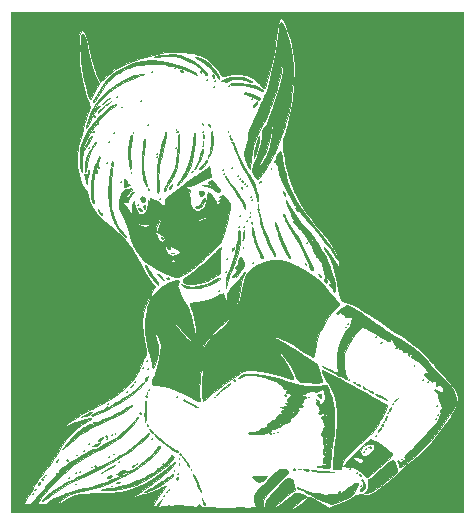
<source format=gbo>
G04 #@! TF.GenerationSoftware,KiCad,Pcbnew,(5.0.0)*
G04 #@! TF.CreationDate,2018-10-18T19:20:22-07:00*
G04 #@! TF.ProjectId,Genesynth,47656E6573796E74682E6B696361645F,v0*
G04 #@! TF.SameCoordinates,Original*
G04 #@! TF.FileFunction,Legend,Bot*
G04 #@! TF.FilePolarity,Positive*
%FSLAX46Y46*%
G04 Gerber Fmt 4.6, Leading zero omitted, Abs format (unit mm)*
G04 Created by KiCad (PCBNEW (5.0.0)) date 10/18/18 19:20:22*
%MOMM*%
%LPD*%
G01*
G04 APERTURE LIST*
%ADD10C,0.010000*%
G04 APERTURE END LIST*
D10*
G04 #@! TO.C,G\002A\002A\002A*
G36*
X118993402Y-97920502D02*
X119008001Y-97994592D01*
X119086504Y-98100965D01*
X119170593Y-98125245D01*
X119198508Y-98056133D01*
X119191264Y-98028125D01*
X119087644Y-97908039D01*
X119057151Y-97894050D01*
X118993402Y-97920502D01*
X118993402Y-97920502D01*
G37*
X118993402Y-97920502D02*
X119008001Y-97994592D01*
X119086504Y-98100965D01*
X119170593Y-98125245D01*
X119198508Y-98056133D01*
X119191264Y-98028125D01*
X119087644Y-97908039D01*
X119057151Y-97894050D01*
X118993402Y-97920502D01*
G36*
X119547952Y-98764520D02*
X119502894Y-98862025D01*
X119566602Y-98956817D01*
X119634000Y-98975334D01*
X119744400Y-98914376D01*
X119757384Y-98896517D01*
X119751885Y-98796149D01*
X119650099Y-98742528D01*
X119547952Y-98764520D01*
X119547952Y-98764520D01*
G37*
X119547952Y-98764520D02*
X119502894Y-98862025D01*
X119566602Y-98956817D01*
X119634000Y-98975334D01*
X119744400Y-98914376D01*
X119757384Y-98896517D01*
X119751885Y-98796149D01*
X119650099Y-98742528D01*
X119547952Y-98764520D01*
G36*
X119866833Y-99257927D02*
X119856197Y-99288830D01*
X119972666Y-99300632D01*
X120092862Y-99287326D01*
X120078500Y-99257927D01*
X119905158Y-99246744D01*
X119866833Y-99257927D01*
X119866833Y-99257927D01*
G37*
X119866833Y-99257927D02*
X119856197Y-99288830D01*
X119972666Y-99300632D01*
X120092862Y-99287326D01*
X120078500Y-99257927D01*
X119905158Y-99246744D01*
X119866833Y-99257927D01*
G36*
X136581370Y-115672781D02*
X136567333Y-115687942D01*
X136633539Y-115742535D01*
X136694333Y-115769951D01*
X136803355Y-115771711D01*
X136821333Y-115736676D01*
X136752716Y-115663906D01*
X136694333Y-115654667D01*
X136581370Y-115672781D01*
X136581370Y-115672781D01*
G37*
X136581370Y-115672781D02*
X136567333Y-115687942D01*
X136633539Y-115742535D01*
X136694333Y-115769951D01*
X136803355Y-115771711D01*
X136821333Y-115736676D01*
X136752716Y-115663906D01*
X136694333Y-115654667D01*
X136581370Y-115672781D01*
G36*
X136313333Y-115866334D02*
X136355666Y-115908667D01*
X136398000Y-115866334D01*
X136355666Y-115824000D01*
X136313333Y-115866334D01*
X136313333Y-115866334D01*
G37*
X136313333Y-115866334D02*
X136355666Y-115908667D01*
X136398000Y-115866334D01*
X136355666Y-115824000D01*
X136313333Y-115866334D01*
G36*
X136144000Y-116120334D02*
X136186333Y-116162667D01*
X136228666Y-116120334D01*
X136186333Y-116078000D01*
X136144000Y-116120334D01*
X136144000Y-116120334D01*
G37*
X136144000Y-116120334D02*
X136186333Y-116162667D01*
X136228666Y-116120334D01*
X136186333Y-116078000D01*
X136144000Y-116120334D01*
G36*
X120142000Y-83608334D02*
X120184333Y-83650667D01*
X120226666Y-83608334D01*
X120184333Y-83566000D01*
X120142000Y-83608334D01*
X120142000Y-83608334D01*
G37*
X120142000Y-83608334D02*
X120184333Y-83650667D01*
X120226666Y-83608334D01*
X120184333Y-83566000D01*
X120142000Y-83608334D01*
G36*
X118194666Y-83947000D02*
X118237000Y-83989334D01*
X118279333Y-83947000D01*
X118237000Y-83904667D01*
X118194666Y-83947000D01*
X118194666Y-83947000D01*
G37*
X118194666Y-83947000D02*
X118237000Y-83989334D01*
X118279333Y-83947000D01*
X118237000Y-83904667D01*
X118194666Y-83947000D01*
G36*
X120588681Y-83847829D02*
X120672286Y-83937170D01*
X120799760Y-83978322D01*
X120893412Y-83953316D01*
X120904000Y-83920750D01*
X120833303Y-83837212D01*
X120729832Y-83794204D01*
X120599777Y-83791612D01*
X120588681Y-83847829D01*
X120588681Y-83847829D01*
G37*
X120588681Y-83847829D02*
X120672286Y-83937170D01*
X120799760Y-83978322D01*
X120893412Y-83953316D01*
X120904000Y-83920750D01*
X120833303Y-83837212D01*
X120729832Y-83794204D01*
X120599777Y-83791612D01*
X120588681Y-83847829D01*
G36*
X122287770Y-83956537D02*
X122301000Y-83989334D01*
X122377082Y-84070104D01*
X122390663Y-84074000D01*
X122427029Y-84008494D01*
X122428000Y-83989334D01*
X122362912Y-83907920D01*
X122338336Y-83904667D01*
X122287770Y-83956537D01*
X122287770Y-83956537D01*
G37*
X122287770Y-83956537D02*
X122301000Y-83989334D01*
X122377082Y-84070104D01*
X122390663Y-84074000D01*
X122427029Y-84008494D01*
X122428000Y-83989334D01*
X122362912Y-83907920D01*
X122338336Y-83904667D01*
X122287770Y-83956537D01*
G36*
X119318736Y-82493507D02*
X118930884Y-82551921D01*
X118603494Y-82617323D01*
X118435560Y-82666579D01*
X118417711Y-82696600D01*
X118540573Y-82704294D01*
X118794774Y-82686573D01*
X119170942Y-82640345D01*
X119190586Y-82637545D01*
X119688257Y-82586690D01*
X120127743Y-82595667D01*
X120549284Y-82674507D01*
X120993120Y-82833244D01*
X121499491Y-83081910D01*
X121916803Y-83317248D01*
X122095078Y-83445774D01*
X122308304Y-83632653D01*
X122517089Y-83838564D01*
X122682039Y-84024186D01*
X122763764Y-84150197D01*
X122766666Y-84165576D01*
X122829503Y-84242046D01*
X122843407Y-84243334D01*
X122887767Y-84176200D01*
X122877430Y-84079986D01*
X122779940Y-83911870D01*
X122578462Y-83684896D01*
X122309869Y-83434183D01*
X122011034Y-83194852D01*
X121790537Y-83044751D01*
X121192391Y-82725653D01*
X120610082Y-82532417D01*
X120000051Y-82457538D01*
X119318736Y-82493507D01*
X119318736Y-82493507D01*
G37*
X119318736Y-82493507D02*
X118930884Y-82551921D01*
X118603494Y-82617323D01*
X118435560Y-82666579D01*
X118417711Y-82696600D01*
X118540573Y-82704294D01*
X118794774Y-82686573D01*
X119170942Y-82640345D01*
X119190586Y-82637545D01*
X119688257Y-82586690D01*
X120127743Y-82595667D01*
X120549284Y-82674507D01*
X120993120Y-82833244D01*
X121499491Y-83081910D01*
X121916803Y-83317248D01*
X122095078Y-83445774D01*
X122308304Y-83632653D01*
X122517089Y-83838564D01*
X122682039Y-84024186D01*
X122763764Y-84150197D01*
X122766666Y-84165576D01*
X122829503Y-84242046D01*
X122843407Y-84243334D01*
X122887767Y-84176200D01*
X122877430Y-84079986D01*
X122779940Y-83911870D01*
X122578462Y-83684896D01*
X122309869Y-83434183D01*
X122011034Y-83194852D01*
X121790537Y-83044751D01*
X121192391Y-82725653D01*
X120610082Y-82532417D01*
X120000051Y-82457538D01*
X119318736Y-82493507D01*
G36*
X123366420Y-84221079D02*
X123371705Y-84348502D01*
X123437892Y-84451218D01*
X123438876Y-84451833D01*
X123496732Y-84424063D01*
X123505525Y-84329830D01*
X123467273Y-84190981D01*
X123425982Y-84158667D01*
X123366420Y-84221079D01*
X123366420Y-84221079D01*
G37*
X123366420Y-84221079D02*
X123371705Y-84348502D01*
X123437892Y-84451218D01*
X123438876Y-84451833D01*
X123496732Y-84424063D01*
X123505525Y-84329830D01*
X123467273Y-84190981D01*
X123425982Y-84158667D01*
X123366420Y-84221079D01*
G36*
X121896576Y-82709634D02*
X122078699Y-82816004D01*
X122162664Y-82860809D01*
X122659554Y-83185194D01*
X123145080Y-83611927D01*
X123555132Y-84082449D01*
X123653042Y-84222167D01*
X123812886Y-84456769D01*
X123903675Y-84560659D01*
X123943855Y-84548101D01*
X123952000Y-84453318D01*
X123894899Y-84265765D01*
X123742708Y-84004565D01*
X123524091Y-83711651D01*
X123267713Y-83428952D01*
X123220132Y-83382734D01*
X122798804Y-83050836D01*
X122335024Y-82798289D01*
X121962333Y-82675213D01*
X121860036Y-82664787D01*
X121896576Y-82709634D01*
X121896576Y-82709634D01*
G37*
X121896576Y-82709634D02*
X122078699Y-82816004D01*
X122162664Y-82860809D01*
X122659554Y-83185194D01*
X123145080Y-83611927D01*
X123555132Y-84082449D01*
X123653042Y-84222167D01*
X123812886Y-84456769D01*
X123903675Y-84560659D01*
X123943855Y-84548101D01*
X123952000Y-84453318D01*
X123894899Y-84265765D01*
X123742708Y-84004565D01*
X123524091Y-83711651D01*
X123267713Y-83428952D01*
X123220132Y-83382734D01*
X122798804Y-83050836D01*
X122335024Y-82798289D01*
X121962333Y-82675213D01*
X121860036Y-82664787D01*
X121896576Y-82709634D01*
G36*
X122851333Y-84624334D02*
X122893666Y-84666667D01*
X122936000Y-84624334D01*
X122893666Y-84582000D01*
X122851333Y-84624334D01*
X122851333Y-84624334D01*
G37*
X122851333Y-84624334D02*
X122893666Y-84666667D01*
X122936000Y-84624334D01*
X122893666Y-84582000D01*
X122851333Y-84624334D01*
G36*
X123528666Y-84709000D02*
X123571000Y-84751334D01*
X123613333Y-84709000D01*
X123571000Y-84666667D01*
X123528666Y-84709000D01*
X123528666Y-84709000D01*
G37*
X123528666Y-84709000D02*
X123571000Y-84751334D01*
X123613333Y-84709000D01*
X123571000Y-84666667D01*
X123528666Y-84709000D01*
G36*
X125268496Y-84350675D02*
X124921276Y-84393279D01*
X124602342Y-84462410D01*
X124396500Y-84536252D01*
X124196864Y-84654920D01*
X124127329Y-84729566D01*
X124195615Y-84746278D01*
X124290783Y-84726771D01*
X124405370Y-84721195D01*
X124412787Y-84759229D01*
X124405642Y-84831016D01*
X124487490Y-84828425D01*
X124602717Y-84765188D01*
X124671101Y-84695456D01*
X124818799Y-84613045D01*
X125084579Y-84564724D01*
X125420662Y-84550458D01*
X125779272Y-84570214D01*
X126112630Y-84623957D01*
X126341114Y-84696633D01*
X126581858Y-84797881D01*
X126705132Y-84831903D01*
X126745025Y-84806990D01*
X126746000Y-84795093D01*
X126676919Y-84738158D01*
X126497937Y-84632615D01*
X126305662Y-84531050D01*
X126042039Y-84410047D01*
X125815461Y-84349213D01*
X125552806Y-84335829D01*
X125268496Y-84350675D01*
X125268496Y-84350675D01*
G37*
X125268496Y-84350675D02*
X124921276Y-84393279D01*
X124602342Y-84462410D01*
X124396500Y-84536252D01*
X124196864Y-84654920D01*
X124127329Y-84729566D01*
X124195615Y-84746278D01*
X124290783Y-84726771D01*
X124405370Y-84721195D01*
X124412787Y-84759229D01*
X124405642Y-84831016D01*
X124487490Y-84828425D01*
X124602717Y-84765188D01*
X124671101Y-84695456D01*
X124818799Y-84613045D01*
X125084579Y-84564724D01*
X125420662Y-84550458D01*
X125779272Y-84570214D01*
X126112630Y-84623957D01*
X126341114Y-84696633D01*
X126581858Y-84797881D01*
X126705132Y-84831903D01*
X126745025Y-84806990D01*
X126746000Y-84795093D01*
X126676919Y-84738158D01*
X126497937Y-84632615D01*
X126305662Y-84531050D01*
X126042039Y-84410047D01*
X125815461Y-84349213D01*
X125552806Y-84335829D01*
X125268496Y-84350675D01*
G36*
X124714000Y-85132334D02*
X124756333Y-85174667D01*
X124798666Y-85132334D01*
X124756333Y-85090000D01*
X124714000Y-85132334D01*
X124714000Y-85132334D01*
G37*
X124714000Y-85132334D02*
X124756333Y-85174667D01*
X124798666Y-85132334D01*
X124756333Y-85090000D01*
X124714000Y-85132334D01*
G36*
X123444000Y-85217000D02*
X123486333Y-85259334D01*
X123528666Y-85217000D01*
X123486333Y-85174667D01*
X123444000Y-85217000D01*
X123444000Y-85217000D01*
G37*
X123444000Y-85217000D02*
X123486333Y-85259334D01*
X123528666Y-85217000D01*
X123486333Y-85174667D01*
X123444000Y-85217000D01*
G36*
X125548412Y-84875693D02*
X125216362Y-84890101D01*
X125018666Y-84904203D01*
X124920485Y-84924641D01*
X124886981Y-84958054D01*
X124883333Y-85002464D01*
X124961394Y-85041961D01*
X125171859Y-85057023D01*
X125420044Y-85048867D01*
X126042371Y-85068459D01*
X126682947Y-85215663D01*
X127201699Y-85415535D01*
X127464228Y-85529674D01*
X127607719Y-85584294D01*
X127667040Y-85590492D01*
X127677333Y-85566918D01*
X127613317Y-85506470D01*
X127451619Y-85389832D01*
X127359833Y-85328586D01*
X126875258Y-85090977D01*
X126299885Y-84933775D01*
X125699730Y-84873484D01*
X125548412Y-84875693D01*
X125548412Y-84875693D01*
G37*
X125548412Y-84875693D02*
X125216362Y-84890101D01*
X125018666Y-84904203D01*
X124920485Y-84924641D01*
X124886981Y-84958054D01*
X124883333Y-85002464D01*
X124961394Y-85041961D01*
X125171859Y-85057023D01*
X125420044Y-85048867D01*
X126042371Y-85068459D01*
X126682947Y-85215663D01*
X127201699Y-85415535D01*
X127464228Y-85529674D01*
X127607719Y-85584294D01*
X127667040Y-85590492D01*
X127677333Y-85566918D01*
X127613317Y-85506470D01*
X127451619Y-85389832D01*
X127359833Y-85328586D01*
X126875258Y-85090977D01*
X126299885Y-84933775D01*
X125699730Y-84873484D01*
X125548412Y-84875693D01*
G36*
X115231333Y-86063667D02*
X115273666Y-86106000D01*
X115316000Y-86063667D01*
X115273666Y-86021334D01*
X115231333Y-86063667D01*
X115231333Y-86063667D01*
G37*
X115231333Y-86063667D02*
X115273666Y-86106000D01*
X115316000Y-86063667D01*
X115273666Y-86021334D01*
X115231333Y-86063667D01*
G36*
X112278857Y-80858094D02*
X112237175Y-81080151D01*
X112197209Y-81481149D01*
X112188276Y-81906560D01*
X112212063Y-82392025D01*
X112270257Y-82973191D01*
X112358573Y-83643756D01*
X112437725Y-84141823D01*
X112532536Y-84644953D01*
X112636129Y-85125543D01*
X112741630Y-85555987D01*
X112842162Y-85908683D01*
X112930850Y-86156027D01*
X113000819Y-86270413D01*
X113013957Y-86275016D01*
X113077688Y-86203806D01*
X113172662Y-86023636D01*
X113222065Y-85910510D01*
X113365019Y-85608225D01*
X113531789Y-85315213D01*
X113569962Y-85257117D01*
X113768128Y-84967912D01*
X113539176Y-84457456D01*
X113375131Y-84041552D01*
X113197763Y-83506694D01*
X113021216Y-82901019D01*
X112859635Y-82272664D01*
X112742374Y-81745667D01*
X112628894Y-81247830D01*
X112524117Y-80907933D01*
X112429727Y-80728197D01*
X112347411Y-80710843D01*
X112278857Y-80858094D01*
X112278857Y-80858094D01*
G37*
X112278857Y-80858094D02*
X112237175Y-81080151D01*
X112197209Y-81481149D01*
X112188276Y-81906560D01*
X112212063Y-82392025D01*
X112270257Y-82973191D01*
X112358573Y-83643756D01*
X112437725Y-84141823D01*
X112532536Y-84644953D01*
X112636129Y-85125543D01*
X112741630Y-85555987D01*
X112842162Y-85908683D01*
X112930850Y-86156027D01*
X113000819Y-86270413D01*
X113013957Y-86275016D01*
X113077688Y-86203806D01*
X113172662Y-86023636D01*
X113222065Y-85910510D01*
X113365019Y-85608225D01*
X113531789Y-85315213D01*
X113569962Y-85257117D01*
X113768128Y-84967912D01*
X113539176Y-84457456D01*
X113375131Y-84041552D01*
X113197763Y-83506694D01*
X113021216Y-82901019D01*
X112859635Y-82272664D01*
X112742374Y-81745667D01*
X112628894Y-81247830D01*
X112524117Y-80907933D01*
X112429727Y-80728197D01*
X112347411Y-80710843D01*
X112278857Y-80858094D01*
G36*
X126661333Y-86233000D02*
X126703666Y-86275334D01*
X126746000Y-86233000D01*
X126703666Y-86190667D01*
X126661333Y-86233000D01*
X126661333Y-86233000D01*
G37*
X126661333Y-86233000D02*
X126703666Y-86275334D01*
X126746000Y-86233000D01*
X126703666Y-86190667D01*
X126661333Y-86233000D01*
G36*
X126018222Y-85710617D02*
X126042325Y-85775776D01*
X126176290Y-85851008D01*
X126300700Y-85889727D01*
X126514090Y-85962265D01*
X126791855Y-86082624D01*
X126932343Y-86151748D01*
X127162411Y-86253218D01*
X127327767Y-86294053D01*
X127377838Y-86280449D01*
X127354909Y-86177431D01*
X127206613Y-86051139D01*
X126971685Y-85920070D01*
X126688857Y-85802724D01*
X126396862Y-85717599D01*
X126134435Y-85683195D01*
X126127170Y-85683139D01*
X126018222Y-85710617D01*
X126018222Y-85710617D01*
G37*
X126018222Y-85710617D02*
X126042325Y-85775776D01*
X126176290Y-85851008D01*
X126300700Y-85889727D01*
X126514090Y-85962265D01*
X126791855Y-86082624D01*
X126932343Y-86151748D01*
X127162411Y-86253218D01*
X127327767Y-86294053D01*
X127377838Y-86280449D01*
X127354909Y-86177431D01*
X127206613Y-86051139D01*
X126971685Y-85920070D01*
X126688857Y-85802724D01*
X126396862Y-85717599D01*
X126134435Y-85683195D01*
X126127170Y-85683139D01*
X126018222Y-85710617D01*
G36*
X117263333Y-86402334D02*
X117305666Y-86444667D01*
X117348000Y-86402334D01*
X117305666Y-86360000D01*
X117263333Y-86402334D01*
X117263333Y-86402334D01*
G37*
X117263333Y-86402334D02*
X117305666Y-86444667D01*
X117348000Y-86402334D01*
X117305666Y-86360000D01*
X117263333Y-86402334D01*
G36*
X117435034Y-83039790D02*
X116670410Y-83225973D01*
X115921110Y-83512100D01*
X115242788Y-83878390D01*
X114879900Y-84139003D01*
X114599605Y-84414074D01*
X114273189Y-84813620D01*
X113922993Y-85307236D01*
X113571355Y-85864519D01*
X113419052Y-86127167D01*
X113290382Y-86380439D01*
X113255770Y-86504512D01*
X113302937Y-86501964D01*
X113419601Y-86375375D01*
X113593483Y-86127325D01*
X113620571Y-86084834D01*
X114001887Y-85492133D01*
X114307564Y-85043197D01*
X114541580Y-84732343D01*
X114662546Y-84596195D01*
X114996664Y-84279019D01*
X115240500Y-84089487D01*
X115405165Y-84019622D01*
X115457394Y-84025475D01*
X115540704Y-84031965D01*
X115536240Y-84003206D01*
X115577570Y-83931380D01*
X115726501Y-83829944D01*
X115930564Y-83724529D01*
X116137292Y-83640768D01*
X116294218Y-83604294D01*
X116337523Y-83611747D01*
X116411940Y-83611125D01*
X116416666Y-83590077D01*
X116495196Y-83522781D01*
X116706609Y-83453170D01*
X117014642Y-83386879D01*
X117383032Y-83329541D01*
X117775516Y-83286791D01*
X118155831Y-83264262D01*
X118487712Y-83267589D01*
X118491000Y-83267793D01*
X118837765Y-83288308D01*
X119138788Y-83303912D01*
X119337686Y-83311729D01*
X119358833Y-83312092D01*
X119507613Y-83342095D01*
X119549333Y-83389689D01*
X119616283Y-83433845D01*
X119708612Y-83423828D01*
X119901194Y-83424115D01*
X120202957Y-83480145D01*
X120568628Y-83578256D01*
X120952931Y-83704785D01*
X121310593Y-83846069D01*
X121596340Y-83988446D01*
X121613358Y-83998635D01*
X121871711Y-84144499D01*
X122026462Y-84208576D01*
X122064833Y-84188739D01*
X121974047Y-84082859D01*
X121941686Y-84053323D01*
X121644011Y-83853374D01*
X121214057Y-83651490D01*
X120688424Y-83458123D01*
X120103712Y-83283722D01*
X119496521Y-83138740D01*
X118903451Y-83033625D01*
X118361104Y-82978829D01*
X118159333Y-82973334D01*
X117435034Y-83039790D01*
X117435034Y-83039790D01*
G37*
X117435034Y-83039790D02*
X116670410Y-83225973D01*
X115921110Y-83512100D01*
X115242788Y-83878390D01*
X114879900Y-84139003D01*
X114599605Y-84414074D01*
X114273189Y-84813620D01*
X113922993Y-85307236D01*
X113571355Y-85864519D01*
X113419052Y-86127167D01*
X113290382Y-86380439D01*
X113255770Y-86504512D01*
X113302937Y-86501964D01*
X113419601Y-86375375D01*
X113593483Y-86127325D01*
X113620571Y-86084834D01*
X114001887Y-85492133D01*
X114307564Y-85043197D01*
X114541580Y-84732343D01*
X114662546Y-84596195D01*
X114996664Y-84279019D01*
X115240500Y-84089487D01*
X115405165Y-84019622D01*
X115457394Y-84025475D01*
X115540704Y-84031965D01*
X115536240Y-84003206D01*
X115577570Y-83931380D01*
X115726501Y-83829944D01*
X115930564Y-83724529D01*
X116137292Y-83640768D01*
X116294218Y-83604294D01*
X116337523Y-83611747D01*
X116411940Y-83611125D01*
X116416666Y-83590077D01*
X116495196Y-83522781D01*
X116706609Y-83453170D01*
X117014642Y-83386879D01*
X117383032Y-83329541D01*
X117775516Y-83286791D01*
X118155831Y-83264262D01*
X118487712Y-83267589D01*
X118491000Y-83267793D01*
X118837765Y-83288308D01*
X119138788Y-83303912D01*
X119337686Y-83311729D01*
X119358833Y-83312092D01*
X119507613Y-83342095D01*
X119549333Y-83389689D01*
X119616283Y-83433845D01*
X119708612Y-83423828D01*
X119901194Y-83424115D01*
X120202957Y-83480145D01*
X120568628Y-83578256D01*
X120952931Y-83704785D01*
X121310593Y-83846069D01*
X121596340Y-83988446D01*
X121613358Y-83998635D01*
X121871711Y-84144499D01*
X122026462Y-84208576D01*
X122064833Y-84188739D01*
X121974047Y-84082859D01*
X121941686Y-84053323D01*
X121644011Y-83853374D01*
X121214057Y-83651490D01*
X120688424Y-83458123D01*
X120103712Y-83283722D01*
X119496521Y-83138740D01*
X118903451Y-83033625D01*
X118361104Y-82978829D01*
X118159333Y-82973334D01*
X117435034Y-83039790D01*
G36*
X114539141Y-86230337D02*
X114454880Y-86277783D01*
X114241846Y-86413802D01*
X114075015Y-86547278D01*
X113984863Y-86649576D01*
X114001864Y-86692061D01*
X114014466Y-86691611D01*
X114129789Y-86632290D01*
X114215333Y-86560246D01*
X114375266Y-86416499D01*
X114554000Y-86269016D01*
X114671652Y-86173377D01*
X114670613Y-86160138D01*
X114539141Y-86230337D01*
X114539141Y-86230337D01*
G37*
X114539141Y-86230337D02*
X114454880Y-86277783D01*
X114241846Y-86413802D01*
X114075015Y-86547278D01*
X113984863Y-86649576D01*
X114001864Y-86692061D01*
X114014466Y-86691611D01*
X114129789Y-86632290D01*
X114215333Y-86560246D01*
X114375266Y-86416499D01*
X114554000Y-86269016D01*
X114671652Y-86173377D01*
X114670613Y-86160138D01*
X114539141Y-86230337D01*
G36*
X114575166Y-86539079D02*
X114401311Y-86666008D01*
X114306121Y-86747129D01*
X114300000Y-86756922D01*
X114343387Y-86777825D01*
X114480794Y-86681846D01*
X114612779Y-86565490D01*
X114850333Y-86347647D01*
X114575166Y-86539079D01*
X114575166Y-86539079D01*
G37*
X114575166Y-86539079D02*
X114401311Y-86666008D01*
X114306121Y-86747129D01*
X114300000Y-86756922D01*
X114343387Y-86777825D01*
X114480794Y-86681846D01*
X114612779Y-86565490D01*
X114850333Y-86347647D01*
X114575166Y-86539079D01*
G36*
X115598222Y-86896222D02*
X115609844Y-86946557D01*
X115654666Y-86952667D01*
X115724357Y-86921689D01*
X115711111Y-86896222D01*
X115610631Y-86886089D01*
X115598222Y-86896222D01*
X115598222Y-86896222D01*
G37*
X115598222Y-86896222D02*
X115609844Y-86946557D01*
X115654666Y-86952667D01*
X115724357Y-86921689D01*
X115711111Y-86896222D01*
X115610631Y-86886089D01*
X115598222Y-86896222D01*
G36*
X127064039Y-86506414D02*
X126944067Y-86658901D01*
X126915333Y-86698667D01*
X126792686Y-86884191D01*
X126780057Y-86945476D01*
X126877916Y-86887410D01*
X126929653Y-86846834D01*
X127032008Y-86729888D01*
X127115664Y-86583858D01*
X127149637Y-86470904D01*
X127130108Y-86444667D01*
X127064039Y-86506414D01*
X127064039Y-86506414D01*
G37*
X127064039Y-86506414D02*
X126944067Y-86658901D01*
X126915333Y-86698667D01*
X126792686Y-86884191D01*
X126780057Y-86945476D01*
X126877916Y-86887410D01*
X126929653Y-86846834D01*
X127032008Y-86729888D01*
X127115664Y-86583858D01*
X127149637Y-86470904D01*
X127130108Y-86444667D01*
X127064039Y-86506414D01*
G36*
X114059034Y-86920945D02*
X113909655Y-87048841D01*
X113759719Y-87205282D01*
X113653964Y-87343861D01*
X113634626Y-87416182D01*
X113711767Y-87385829D01*
X113861802Y-87261816D01*
X113962562Y-87163065D01*
X114110257Y-86994848D01*
X114174570Y-86888003D01*
X114163116Y-86868000D01*
X114059034Y-86920945D01*
X114059034Y-86920945D01*
G37*
X114059034Y-86920945D02*
X113909655Y-87048841D01*
X113759719Y-87205282D01*
X113653964Y-87343861D01*
X113634626Y-87416182D01*
X113711767Y-87385829D01*
X113861802Y-87261816D01*
X113962562Y-87163065D01*
X114110257Y-86994848D01*
X114174570Y-86888003D01*
X114163116Y-86868000D01*
X114059034Y-86920945D01*
G36*
X113287445Y-87691461D02*
X113284000Y-87714667D01*
X113312887Y-87797132D01*
X113321336Y-87799334D01*
X113393622Y-87740005D01*
X113411000Y-87714667D01*
X113404287Y-87636648D01*
X113373663Y-87630000D01*
X113287445Y-87691461D01*
X113287445Y-87691461D01*
G37*
X113287445Y-87691461D02*
X113284000Y-87714667D01*
X113312887Y-87797132D01*
X113321336Y-87799334D01*
X113393622Y-87740005D01*
X113411000Y-87714667D01*
X113404287Y-87636648D01*
X113373663Y-87630000D01*
X113287445Y-87691461D01*
G36*
X113622666Y-88349667D02*
X113665000Y-88392000D01*
X113707333Y-88349667D01*
X113665000Y-88307334D01*
X113622666Y-88349667D01*
X113622666Y-88349667D01*
G37*
X113622666Y-88349667D02*
X113665000Y-88392000D01*
X113707333Y-88349667D01*
X113665000Y-88307334D01*
X113622666Y-88349667D01*
G36*
X117856000Y-88434334D02*
X117898333Y-88476667D01*
X117940666Y-88434334D01*
X117898333Y-88392000D01*
X117856000Y-88434334D01*
X117856000Y-88434334D01*
G37*
X117856000Y-88434334D02*
X117898333Y-88476667D01*
X117940666Y-88434334D01*
X117898333Y-88392000D01*
X117856000Y-88434334D01*
G36*
X122454563Y-88362024D02*
X122470333Y-88392000D01*
X122550107Y-88472857D01*
X122564993Y-88476667D01*
X122570770Y-88421977D01*
X122555000Y-88392000D01*
X122475226Y-88311143D01*
X122460340Y-88307334D01*
X122454563Y-88362024D01*
X122454563Y-88362024D01*
G37*
X122454563Y-88362024D02*
X122470333Y-88392000D01*
X122550107Y-88472857D01*
X122564993Y-88476667D01*
X122570770Y-88421977D01*
X122555000Y-88392000D01*
X122475226Y-88311143D01*
X122460340Y-88307334D01*
X122454563Y-88362024D01*
G36*
X123023259Y-88349667D02*
X123065416Y-88488806D01*
X123105333Y-88561334D01*
X123172421Y-88629103D01*
X123187407Y-88603667D01*
X123145251Y-88464528D01*
X123105333Y-88392000D01*
X123038246Y-88324231D01*
X123023259Y-88349667D01*
X123023259Y-88349667D01*
G37*
X123023259Y-88349667D02*
X123065416Y-88488806D01*
X123105333Y-88561334D01*
X123172421Y-88629103D01*
X123187407Y-88603667D01*
X123145251Y-88464528D01*
X123105333Y-88392000D01*
X123038246Y-88324231D01*
X123023259Y-88349667D01*
G36*
X117266174Y-84124511D02*
X117010070Y-84176566D01*
X116763555Y-84241058D01*
X116583833Y-84305718D01*
X116543666Y-84328726D01*
X116401476Y-84400167D01*
X116247333Y-84454523D01*
X116013641Y-84552678D01*
X115691156Y-84725785D01*
X115325760Y-84946143D01*
X114963330Y-85186050D01*
X114649746Y-85417806D01*
X114643004Y-85423196D01*
X113956970Y-86051912D01*
X113420592Y-86728142D01*
X113015202Y-87480905D01*
X112722136Y-88339216D01*
X112692439Y-88455500D01*
X112650733Y-88663180D01*
X112667587Y-88713967D01*
X112744095Y-88607563D01*
X112846932Y-88413167D01*
X112963049Y-88155037D01*
X113047513Y-87921411D01*
X113057673Y-87884000D01*
X113148572Y-87681425D01*
X113305722Y-87455515D01*
X113337832Y-87418334D01*
X113599327Y-87127365D01*
X113763175Y-86941876D01*
X113844550Y-86841071D01*
X113858626Y-86804156D01*
X113820579Y-86810336D01*
X113766489Y-86830927D01*
X113605563Y-86950113D01*
X113528788Y-87054546D01*
X113443614Y-87168353D01*
X113397280Y-87178836D01*
X113392268Y-87062078D01*
X113499249Y-86862279D01*
X113696893Y-86600793D01*
X113963867Y-86298974D01*
X114278842Y-85978176D01*
X114620486Y-85659753D01*
X114967467Y-85365058D01*
X115298455Y-85115446D01*
X115592118Y-84932271D01*
X115688874Y-84884797D01*
X116132249Y-84692179D01*
X116561456Y-84512433D01*
X116946036Y-84357641D01*
X117255529Y-84239887D01*
X117459477Y-84171253D01*
X117519397Y-84158667D01*
X117589800Y-84129548D01*
X117578348Y-84106792D01*
X117474667Y-84097164D01*
X117266174Y-84124511D01*
X117266174Y-84124511D01*
G37*
X117266174Y-84124511D02*
X117010070Y-84176566D01*
X116763555Y-84241058D01*
X116583833Y-84305718D01*
X116543666Y-84328726D01*
X116401476Y-84400167D01*
X116247333Y-84454523D01*
X116013641Y-84552678D01*
X115691156Y-84725785D01*
X115325760Y-84946143D01*
X114963330Y-85186050D01*
X114649746Y-85417806D01*
X114643004Y-85423196D01*
X113956970Y-86051912D01*
X113420592Y-86728142D01*
X113015202Y-87480905D01*
X112722136Y-88339216D01*
X112692439Y-88455500D01*
X112650733Y-88663180D01*
X112667587Y-88713967D01*
X112744095Y-88607563D01*
X112846932Y-88413167D01*
X112963049Y-88155037D01*
X113047513Y-87921411D01*
X113057673Y-87884000D01*
X113148572Y-87681425D01*
X113305722Y-87455515D01*
X113337832Y-87418334D01*
X113599327Y-87127365D01*
X113763175Y-86941876D01*
X113844550Y-86841071D01*
X113858626Y-86804156D01*
X113820579Y-86810336D01*
X113766489Y-86830927D01*
X113605563Y-86950113D01*
X113528788Y-87054546D01*
X113443614Y-87168353D01*
X113397280Y-87178836D01*
X113392268Y-87062078D01*
X113499249Y-86862279D01*
X113696893Y-86600793D01*
X113963867Y-86298974D01*
X114278842Y-85978176D01*
X114620486Y-85659753D01*
X114967467Y-85365058D01*
X115298455Y-85115446D01*
X115592118Y-84932271D01*
X115688874Y-84884797D01*
X116132249Y-84692179D01*
X116561456Y-84512433D01*
X116946036Y-84357641D01*
X117255529Y-84239887D01*
X117459477Y-84171253D01*
X117519397Y-84158667D01*
X117589800Y-84129548D01*
X117578348Y-84106792D01*
X117474667Y-84097164D01*
X117266174Y-84124511D01*
G36*
X120254889Y-88758889D02*
X120244756Y-88859369D01*
X120254889Y-88871778D01*
X120305223Y-88860156D01*
X120311333Y-88815334D01*
X120280355Y-88745643D01*
X120254889Y-88758889D01*
X120254889Y-88758889D01*
G37*
X120254889Y-88758889D02*
X120244756Y-88859369D01*
X120254889Y-88871778D01*
X120305223Y-88860156D01*
X120311333Y-88815334D01*
X120280355Y-88745643D01*
X120254889Y-88758889D01*
G36*
X113284000Y-88942334D02*
X113203229Y-89018416D01*
X113199333Y-89031997D01*
X113264839Y-89068363D01*
X113284000Y-89069334D01*
X113365413Y-89004246D01*
X113368666Y-88979670D01*
X113316797Y-88929104D01*
X113284000Y-88942334D01*
X113284000Y-88942334D01*
G37*
X113284000Y-88942334D02*
X113203229Y-89018416D01*
X113199333Y-89031997D01*
X113264839Y-89068363D01*
X113284000Y-89069334D01*
X113365413Y-89004246D01*
X113368666Y-88979670D01*
X113316797Y-88929104D01*
X113284000Y-88942334D01*
G36*
X120396000Y-88942334D02*
X120315229Y-89018416D01*
X120311333Y-89031997D01*
X120376839Y-89068363D01*
X120396000Y-89069334D01*
X120477413Y-89004246D01*
X120480666Y-88979670D01*
X120428797Y-88929104D01*
X120396000Y-88942334D01*
X120396000Y-88942334D01*
G37*
X120396000Y-88942334D02*
X120315229Y-89018416D01*
X120311333Y-89031997D01*
X120376839Y-89068363D01*
X120396000Y-89069334D01*
X120477413Y-89004246D01*
X120480666Y-88979670D01*
X120428797Y-88929104D01*
X120396000Y-88942334D01*
G36*
X122512666Y-89027000D02*
X122555000Y-89069334D01*
X122597333Y-89027000D01*
X122555000Y-88984667D01*
X122512666Y-89027000D01*
X122512666Y-89027000D01*
G37*
X122512666Y-89027000D02*
X122555000Y-89069334D01*
X122597333Y-89027000D01*
X122555000Y-88984667D01*
X122512666Y-89027000D01*
G36*
X124657555Y-88928222D02*
X124647422Y-89028702D01*
X124657555Y-89041111D01*
X124707890Y-89029489D01*
X124714000Y-88984667D01*
X124683022Y-88914977D01*
X124657555Y-88928222D01*
X124657555Y-88928222D01*
G37*
X124657555Y-88928222D02*
X124647422Y-89028702D01*
X124657555Y-89041111D01*
X124707890Y-89029489D01*
X124714000Y-88984667D01*
X124683022Y-88914977D01*
X124657555Y-88928222D01*
G36*
X114977333Y-89111667D02*
X115019666Y-89154000D01*
X115062000Y-89111667D01*
X115019666Y-89069334D01*
X114977333Y-89111667D01*
X114977333Y-89111667D01*
G37*
X114977333Y-89111667D02*
X115019666Y-89154000D01*
X115062000Y-89111667D01*
X115019666Y-89069334D01*
X114977333Y-89111667D01*
G36*
X116614222Y-89012889D02*
X116604089Y-89113369D01*
X116614222Y-89125778D01*
X116664556Y-89114156D01*
X116670666Y-89069334D01*
X116639688Y-88999643D01*
X116614222Y-89012889D01*
X116614222Y-89012889D01*
G37*
X116614222Y-89012889D02*
X116604089Y-89113369D01*
X116614222Y-89125778D01*
X116664556Y-89114156D01*
X116670666Y-89069334D01*
X116639688Y-88999643D01*
X116614222Y-89012889D01*
G36*
X124798666Y-89365667D02*
X124841000Y-89408000D01*
X124883333Y-89365667D01*
X124841000Y-89323334D01*
X124798666Y-89365667D01*
X124798666Y-89365667D01*
G37*
X124798666Y-89365667D02*
X124841000Y-89408000D01*
X124883333Y-89365667D01*
X124841000Y-89323334D01*
X124798666Y-89365667D01*
G36*
X122541107Y-89225577D02*
X122530099Y-89268827D01*
X122540775Y-89441425D01*
X122578879Y-89508080D01*
X122626976Y-89508459D01*
X122613535Y-89357579D01*
X122612192Y-89350920D01*
X122572809Y-89208144D01*
X122541107Y-89225577D01*
X122541107Y-89225577D01*
G37*
X122541107Y-89225577D02*
X122530099Y-89268827D01*
X122540775Y-89441425D01*
X122578879Y-89508080D01*
X122626976Y-89508459D01*
X122613535Y-89357579D01*
X122612192Y-89350920D01*
X122572809Y-89208144D01*
X122541107Y-89225577D01*
G36*
X124835865Y-89543009D02*
X124883333Y-89619667D01*
X124983520Y-89724814D01*
X125018043Y-89746667D01*
X125018883Y-89682573D01*
X124998618Y-89619667D01*
X124909791Y-89507495D01*
X124863908Y-89492667D01*
X124835865Y-89543009D01*
X124835865Y-89543009D01*
G37*
X124835865Y-89543009D02*
X124883333Y-89619667D01*
X124983520Y-89724814D01*
X125018043Y-89746667D01*
X125018883Y-89682573D01*
X124998618Y-89619667D01*
X124909791Y-89507495D01*
X124863908Y-89492667D01*
X124835865Y-89543009D01*
G36*
X114554000Y-89873667D02*
X114596333Y-89916000D01*
X114638666Y-89873667D01*
X114596333Y-89831334D01*
X114554000Y-89873667D01*
X114554000Y-89873667D01*
G37*
X114554000Y-89873667D02*
X114596333Y-89916000D01*
X114638666Y-89873667D01*
X114596333Y-89831334D01*
X114554000Y-89873667D01*
G36*
X122541260Y-89810167D02*
X122530077Y-89983509D01*
X122541260Y-90021834D01*
X122572163Y-90032470D01*
X122583965Y-89916000D01*
X122570659Y-89795805D01*
X122541260Y-89810167D01*
X122541260Y-89810167D01*
G37*
X122541260Y-89810167D02*
X122530077Y-89983509D01*
X122541260Y-90021834D01*
X122572163Y-90032470D01*
X122583965Y-89916000D01*
X122570659Y-89795805D01*
X122541260Y-89810167D01*
G36*
X122512666Y-90212334D02*
X122555000Y-90254667D01*
X122597333Y-90212334D01*
X122555000Y-90170000D01*
X122512666Y-90212334D01*
X122512666Y-90212334D01*
G37*
X122512666Y-90212334D02*
X122555000Y-90254667D01*
X122597333Y-90212334D01*
X122555000Y-90170000D01*
X122512666Y-90212334D01*
G36*
X112860666Y-90381667D02*
X112903000Y-90424000D01*
X112945333Y-90381667D01*
X112903000Y-90339334D01*
X112860666Y-90381667D01*
X112860666Y-90381667D01*
G37*
X112860666Y-90381667D02*
X112903000Y-90424000D01*
X112945333Y-90381667D01*
X112903000Y-90339334D01*
X112860666Y-90381667D01*
G36*
X120226666Y-90381667D02*
X120269000Y-90424000D01*
X120311333Y-90381667D01*
X120269000Y-90339334D01*
X120226666Y-90381667D01*
X120226666Y-90381667D01*
G37*
X120226666Y-90381667D02*
X120269000Y-90424000D01*
X120311333Y-90381667D01*
X120269000Y-90339334D01*
X120226666Y-90381667D01*
G36*
X118618000Y-90889667D02*
X118660333Y-90932000D01*
X118702666Y-90889667D01*
X118660333Y-90847334D01*
X118618000Y-90889667D01*
X118618000Y-90889667D01*
G37*
X118618000Y-90889667D02*
X118660333Y-90932000D01*
X118702666Y-90889667D01*
X118660333Y-90847334D01*
X118618000Y-90889667D01*
G36*
X118618000Y-91143667D02*
X118660333Y-91186000D01*
X118702666Y-91143667D01*
X118660333Y-91101334D01*
X118618000Y-91143667D01*
X118618000Y-91143667D01*
G37*
X118618000Y-91143667D02*
X118660333Y-91186000D01*
X118702666Y-91143667D01*
X118660333Y-91101334D01*
X118618000Y-91143667D01*
G36*
X123262483Y-89027422D02*
X123237769Y-89290844D01*
X123228805Y-89646374D01*
X123216651Y-90142919D01*
X123181730Y-90507597D01*
X123119636Y-90776877D01*
X123079527Y-90881500D01*
X122985613Y-91118013D01*
X122962978Y-91226569D01*
X123007181Y-91197080D01*
X123113781Y-91019453D01*
X123128224Y-90992158D01*
X123316340Y-90466792D01*
X123391757Y-89832580D01*
X123390423Y-89577334D01*
X123366858Y-89193856D01*
X123333419Y-88976198D01*
X123296497Y-88921630D01*
X123262483Y-89027422D01*
X123262483Y-89027422D01*
G37*
X123262483Y-89027422D02*
X123237769Y-89290844D01*
X123228805Y-89646374D01*
X123216651Y-90142919D01*
X123181730Y-90507597D01*
X123119636Y-90776877D01*
X123079527Y-90881500D01*
X122985613Y-91118013D01*
X122962978Y-91226569D01*
X123007181Y-91197080D01*
X123113781Y-91019453D01*
X123128224Y-90992158D01*
X123316340Y-90466792D01*
X123391757Y-89832580D01*
X123390423Y-89577334D01*
X123366858Y-89193856D01*
X123333419Y-88976198D01*
X123296497Y-88921630D01*
X123262483Y-89027422D01*
G36*
X127274112Y-89407956D02*
X127204361Y-89582102D01*
X127120325Y-89841680D01*
X127033603Y-90146837D01*
X126955793Y-90457725D01*
X126898492Y-90734491D01*
X126878681Y-90868500D01*
X126857389Y-91102291D01*
X126853299Y-91247338D01*
X126859158Y-91270667D01*
X126895506Y-91197173D01*
X126962645Y-91007693D01*
X127020394Y-90826167D01*
X127112258Y-90499081D01*
X127197051Y-90150744D01*
X127266420Y-89822332D01*
X127312014Y-89555021D01*
X127325480Y-89389988D01*
X127317981Y-89359092D01*
X127274112Y-89407956D01*
X127274112Y-89407956D01*
G37*
X127274112Y-89407956D02*
X127204361Y-89582102D01*
X127120325Y-89841680D01*
X127033603Y-90146837D01*
X126955793Y-90457725D01*
X126898492Y-90734491D01*
X126878681Y-90868500D01*
X126857389Y-91102291D01*
X126853299Y-91247338D01*
X126859158Y-91270667D01*
X126895506Y-91197173D01*
X126962645Y-91007693D01*
X127020394Y-90826167D01*
X127112258Y-90499081D01*
X127197051Y-90150744D01*
X127266420Y-89822332D01*
X127312014Y-89555021D01*
X127325480Y-89389988D01*
X127317981Y-89359092D01*
X127274112Y-89407956D01*
G36*
X114384666Y-91651667D02*
X114427000Y-91694000D01*
X114469333Y-91651667D01*
X114427000Y-91609334D01*
X114384666Y-91651667D01*
X114384666Y-91651667D01*
G37*
X114384666Y-91651667D02*
X114427000Y-91694000D01*
X114469333Y-91651667D01*
X114427000Y-91609334D01*
X114384666Y-91651667D01*
G36*
X114841393Y-91483772D02*
X114849599Y-91495710D01*
X114839993Y-91598828D01*
X114799976Y-91661335D01*
X114748387Y-91801951D01*
X114763374Y-91859625D01*
X114858248Y-91946193D01*
X114920057Y-91879881D01*
X114931352Y-91736946D01*
X114903770Y-91559778D01*
X114865057Y-91482946D01*
X114841393Y-91483772D01*
X114841393Y-91483772D01*
G37*
X114841393Y-91483772D02*
X114849599Y-91495710D01*
X114839993Y-91598828D01*
X114799976Y-91661335D01*
X114748387Y-91801951D01*
X114763374Y-91859625D01*
X114858248Y-91946193D01*
X114920057Y-91879881D01*
X114931352Y-91736946D01*
X114903770Y-91559778D01*
X114865057Y-91482946D01*
X114841393Y-91483772D01*
G36*
X124968000Y-92075000D02*
X125010333Y-92117334D01*
X125052666Y-92075000D01*
X125010333Y-92032667D01*
X124968000Y-92075000D01*
X124968000Y-92075000D01*
G37*
X124968000Y-92075000D02*
X125010333Y-92117334D01*
X125052666Y-92075000D01*
X125010333Y-92032667D01*
X124968000Y-92075000D01*
G36*
X116481052Y-89303248D02*
X116411215Y-89459758D01*
X116276236Y-89925999D01*
X116201868Y-90436911D01*
X116195473Y-90920295D01*
X116233971Y-91197567D01*
X116292301Y-91498197D01*
X116327400Y-91771591D01*
X116332000Y-91864796D01*
X116355504Y-92055545D01*
X116406698Y-92153506D01*
X116438203Y-92098872D01*
X116453659Y-91910268D01*
X116450754Y-91622498D01*
X116447178Y-91544670D01*
X116426779Y-91220097D01*
X116403994Y-90958275D01*
X116383205Y-90807987D01*
X116379985Y-90796466D01*
X116378543Y-90674597D01*
X116403565Y-90431790D01*
X116449976Y-90113474D01*
X116468795Y-90001478D01*
X116528741Y-89611237D01*
X116550276Y-89360174D01*
X116534135Y-89255206D01*
X116481052Y-89303248D01*
X116481052Y-89303248D01*
G37*
X116481052Y-89303248D02*
X116411215Y-89459758D01*
X116276236Y-89925999D01*
X116201868Y-90436911D01*
X116195473Y-90920295D01*
X116233971Y-91197567D01*
X116292301Y-91498197D01*
X116327400Y-91771591D01*
X116332000Y-91864796D01*
X116355504Y-92055545D01*
X116406698Y-92153506D01*
X116438203Y-92098872D01*
X116453659Y-91910268D01*
X116450754Y-91622498D01*
X116447178Y-91544670D01*
X116426779Y-91220097D01*
X116403994Y-90958275D01*
X116383205Y-90807987D01*
X116379985Y-90796466D01*
X116378543Y-90674597D01*
X116403565Y-90431790D01*
X116449976Y-90113474D01*
X116468795Y-90001478D01*
X116528741Y-89611237D01*
X116550276Y-89360174D01*
X116534135Y-89255206D01*
X116481052Y-89303248D01*
G36*
X122466496Y-90522719D02*
X122396299Y-90698105D01*
X122345837Y-90872726D01*
X122196120Y-91362668D01*
X122021422Y-91773880D01*
X121846723Y-92053834D01*
X121767888Y-92168051D01*
X121766755Y-92202000D01*
X121848955Y-92146158D01*
X121939501Y-92053834D01*
X122085120Y-91844959D01*
X122232365Y-91563068D01*
X122366506Y-91248440D01*
X122472812Y-90941357D01*
X122536552Y-90682097D01*
X122542996Y-90510943D01*
X122518701Y-90470063D01*
X122466496Y-90522719D01*
X122466496Y-90522719D01*
G37*
X122466496Y-90522719D02*
X122396299Y-90698105D01*
X122345837Y-90872726D01*
X122196120Y-91362668D01*
X122021422Y-91773880D01*
X121846723Y-92053834D01*
X121767888Y-92168051D01*
X121766755Y-92202000D01*
X121848955Y-92146158D01*
X121939501Y-92053834D01*
X122085120Y-91844959D01*
X122232365Y-91563068D01*
X122366506Y-91248440D01*
X122472812Y-90941357D01*
X122536552Y-90682097D01*
X122542996Y-90510943D01*
X122518701Y-90470063D01*
X122466496Y-90522719D01*
G36*
X122888577Y-91393568D02*
X122770262Y-91509015D01*
X122719216Y-91567000D01*
X122528523Y-91790228D01*
X122352986Y-91995084D01*
X122338880Y-92011500D01*
X122241694Y-92154579D01*
X122263897Y-92197618D01*
X122383727Y-92134123D01*
X122480728Y-92053834D01*
X122635973Y-91884181D01*
X122789920Y-91673445D01*
X122902513Y-91480971D01*
X122935896Y-91379479D01*
X122888577Y-91393568D01*
X122888577Y-91393568D01*
G37*
X122888577Y-91393568D02*
X122770262Y-91509015D01*
X122719216Y-91567000D01*
X122528523Y-91790228D01*
X122352986Y-91995084D01*
X122338880Y-92011500D01*
X122241694Y-92154579D01*
X122263897Y-92197618D01*
X122383727Y-92134123D01*
X122480728Y-92053834D01*
X122635973Y-91884181D01*
X122789920Y-91673445D01*
X122902513Y-91480971D01*
X122935896Y-91379479D01*
X122888577Y-91393568D01*
G36*
X128298222Y-92060889D02*
X128288089Y-92161369D01*
X128298222Y-92173778D01*
X128348556Y-92162156D01*
X128354666Y-92117334D01*
X128323688Y-92047643D01*
X128298222Y-92060889D01*
X128298222Y-92060889D01*
G37*
X128298222Y-92060889D02*
X128288089Y-92161369D01*
X128298222Y-92173778D01*
X128348556Y-92162156D01*
X128354666Y-92117334D01*
X128323688Y-92047643D01*
X128298222Y-92060889D01*
G36*
X124206000Y-92244334D02*
X124248333Y-92286667D01*
X124290666Y-92244334D01*
X124248333Y-92202000D01*
X124206000Y-92244334D01*
X124206000Y-92244334D01*
G37*
X124206000Y-92244334D02*
X124248333Y-92286667D01*
X124290666Y-92244334D01*
X124248333Y-92202000D01*
X124206000Y-92244334D01*
G36*
X113464020Y-89897654D02*
X113316865Y-90042071D01*
X113310599Y-90049082D01*
X113199284Y-90187738D01*
X113170247Y-90253770D01*
X113173773Y-90254667D01*
X113171075Y-90306350D01*
X113133184Y-90360500D01*
X112893234Y-90740717D01*
X112699405Y-91214148D01*
X112580892Y-91705519D01*
X112566547Y-91821373D01*
X112546721Y-92125141D01*
X112553218Y-92319055D01*
X112582800Y-92384865D01*
X112632230Y-92304322D01*
X112645337Y-92265500D01*
X112676171Y-92121583D01*
X112714883Y-91882575D01*
X112730613Y-91770310D01*
X112830162Y-91310569D01*
X112996873Y-90829668D01*
X113202897Y-90399795D01*
X113341909Y-90185606D01*
X113479815Y-89983692D01*
X113519428Y-89882951D01*
X113464020Y-89897654D01*
X113464020Y-89897654D01*
G37*
X113464020Y-89897654D02*
X113316865Y-90042071D01*
X113310599Y-90049082D01*
X113199284Y-90187738D01*
X113170247Y-90253770D01*
X113173773Y-90254667D01*
X113171075Y-90306350D01*
X113133184Y-90360500D01*
X112893234Y-90740717D01*
X112699405Y-91214148D01*
X112580892Y-91705519D01*
X112566547Y-91821373D01*
X112546721Y-92125141D01*
X112553218Y-92319055D01*
X112582800Y-92384865D01*
X112632230Y-92304322D01*
X112645337Y-92265500D01*
X112676171Y-92121583D01*
X112714883Y-91882575D01*
X112730613Y-91770310D01*
X112830162Y-91310569D01*
X112996873Y-90829668D01*
X113202897Y-90399795D01*
X113341909Y-90185606D01*
X113479815Y-89983692D01*
X113519428Y-89882951D01*
X113464020Y-89897654D01*
G36*
X121679082Y-92320915D02*
X121588901Y-92399620D01*
X121581333Y-92418664D01*
X121621514Y-92453463D01*
X121705170Y-92375487D01*
X121716418Y-92358252D01*
X121726397Y-92300315D01*
X121679082Y-92320915D01*
X121679082Y-92320915D01*
G37*
X121679082Y-92320915D02*
X121588901Y-92399620D01*
X121581333Y-92418664D01*
X121621514Y-92453463D01*
X121705170Y-92375487D01*
X121716418Y-92358252D01*
X121726397Y-92300315D01*
X121679082Y-92320915D01*
G36*
X114987803Y-86744401D02*
X114795635Y-86840568D01*
X114510803Y-87033500D01*
X114187633Y-87310257D01*
X113887771Y-87618002D01*
X113885468Y-87620635D01*
X113623971Y-87918720D01*
X113366459Y-88210365D01*
X113162337Y-88439649D01*
X113136608Y-88468282D01*
X112830950Y-88877576D01*
X112543411Y-89388158D01*
X112309729Y-89932904D01*
X112233742Y-90164201D01*
X112152414Y-90574804D01*
X112112980Y-91066563D01*
X112116168Y-91571512D01*
X112162705Y-92021686D01*
X112211539Y-92236563D01*
X112256410Y-92372895D01*
X112285376Y-92412550D01*
X112301843Y-92337892D01*
X112309211Y-92131285D01*
X112310886Y-91775093D01*
X112310866Y-91721818D01*
X112313582Y-91329456D01*
X112329514Y-91057230D01*
X112369451Y-90855961D01*
X112444180Y-90676468D01*
X112564491Y-90469571D01*
X112597046Y-90417255D01*
X112832826Y-90033539D01*
X113021385Y-89714168D01*
X113148262Y-89484388D01*
X113198995Y-89369449D01*
X113199333Y-89365749D01*
X113135702Y-89357818D01*
X113075010Y-89376355D01*
X112974989Y-89447276D01*
X112968201Y-89479531D01*
X112935783Y-89569799D01*
X112838759Y-89756155D01*
X112703452Y-89994199D01*
X112556183Y-90239525D01*
X112423272Y-90447732D01*
X112331043Y-90574416D01*
X112307959Y-90593334D01*
X112313357Y-90522487D01*
X112364854Y-90343807D01*
X112397817Y-90246683D01*
X112624406Y-89723774D01*
X112940254Y-89160284D01*
X113319362Y-88590562D01*
X113735733Y-88048954D01*
X114163370Y-87569808D01*
X114576275Y-87187472D01*
X114871500Y-86978485D01*
X115123473Y-86811315D01*
X115221922Y-86707624D01*
X115174236Y-86680842D01*
X114987803Y-86744401D01*
X114987803Y-86744401D01*
G37*
X114987803Y-86744401D02*
X114795635Y-86840568D01*
X114510803Y-87033500D01*
X114187633Y-87310257D01*
X113887771Y-87618002D01*
X113885468Y-87620635D01*
X113623971Y-87918720D01*
X113366459Y-88210365D01*
X113162337Y-88439649D01*
X113136608Y-88468282D01*
X112830950Y-88877576D01*
X112543411Y-89388158D01*
X112309729Y-89932904D01*
X112233742Y-90164201D01*
X112152414Y-90574804D01*
X112112980Y-91066563D01*
X112116168Y-91571512D01*
X112162705Y-92021686D01*
X112211539Y-92236563D01*
X112256410Y-92372895D01*
X112285376Y-92412550D01*
X112301843Y-92337892D01*
X112309211Y-92131285D01*
X112310886Y-91775093D01*
X112310866Y-91721818D01*
X112313582Y-91329456D01*
X112329514Y-91057230D01*
X112369451Y-90855961D01*
X112444180Y-90676468D01*
X112564491Y-90469571D01*
X112597046Y-90417255D01*
X112832826Y-90033539D01*
X113021385Y-89714168D01*
X113148262Y-89484388D01*
X113198995Y-89369449D01*
X113199333Y-89365749D01*
X113135702Y-89357818D01*
X113075010Y-89376355D01*
X112974989Y-89447276D01*
X112968201Y-89479531D01*
X112935783Y-89569799D01*
X112838759Y-89756155D01*
X112703452Y-89994199D01*
X112556183Y-90239525D01*
X112423272Y-90447732D01*
X112331043Y-90574416D01*
X112307959Y-90593334D01*
X112313357Y-90522487D01*
X112364854Y-90343807D01*
X112397817Y-90246683D01*
X112624406Y-89723774D01*
X112940254Y-89160284D01*
X113319362Y-88590562D01*
X113735733Y-88048954D01*
X114163370Y-87569808D01*
X114576275Y-87187472D01*
X114871500Y-86978485D01*
X115123473Y-86811315D01*
X115221922Y-86707624D01*
X115174236Y-86680842D01*
X114987803Y-86744401D01*
G36*
X116444889Y-92399556D02*
X116434756Y-92500035D01*
X116444889Y-92512445D01*
X116495223Y-92500822D01*
X116501333Y-92456000D01*
X116470355Y-92386310D01*
X116444889Y-92399556D01*
X116444889Y-92399556D01*
G37*
X116444889Y-92399556D02*
X116434756Y-92500035D01*
X116444889Y-92512445D01*
X116495223Y-92500822D01*
X116501333Y-92456000D01*
X116470355Y-92386310D01*
X116444889Y-92399556D01*
G36*
X124290666Y-92583000D02*
X124333000Y-92625334D01*
X124375333Y-92583000D01*
X124333000Y-92540667D01*
X124290666Y-92583000D01*
X124290666Y-92583000D01*
G37*
X124290666Y-92583000D02*
X124333000Y-92625334D01*
X124375333Y-92583000D01*
X124333000Y-92540667D01*
X124290666Y-92583000D01*
G36*
X125476000Y-92752334D02*
X125518333Y-92794667D01*
X125560666Y-92752334D01*
X125518333Y-92710000D01*
X125476000Y-92752334D01*
X125476000Y-92752334D01*
G37*
X125476000Y-92752334D02*
X125518333Y-92794667D01*
X125560666Y-92752334D01*
X125518333Y-92710000D01*
X125476000Y-92752334D01*
G36*
X125645333Y-93006334D02*
X125687666Y-93048667D01*
X125730000Y-93006334D01*
X125687666Y-92964000D01*
X125645333Y-93006334D01*
X125645333Y-93006334D01*
G37*
X125645333Y-93006334D02*
X125687666Y-93048667D01*
X125730000Y-93006334D01*
X125687666Y-92964000D01*
X125645333Y-93006334D01*
G36*
X129163646Y-79698007D02*
X129093618Y-79787751D01*
X129029238Y-80014833D01*
X128968416Y-80389579D01*
X128909060Y-80922315D01*
X128903220Y-80983667D01*
X128741684Y-82186733D01*
X128484518Y-83429949D01*
X128407508Y-83735334D01*
X128301340Y-84154955D01*
X128199525Y-84581028D01*
X128118926Y-84942203D01*
X128097354Y-85047667D01*
X128032680Y-85332939D01*
X127966767Y-85554035D01*
X127923818Y-85647008D01*
X127858297Y-85768445D01*
X127757188Y-85999441D01*
X127642260Y-86290233D01*
X127641107Y-86293293D01*
X127516051Y-86597670D01*
X127337601Y-86996250D01*
X127131256Y-87433409D01*
X126955944Y-87787925D01*
X126682643Y-88364424D01*
X126502993Y-88835531D01*
X126406417Y-89229312D01*
X126401965Y-89258306D01*
X126336264Y-89627870D01*
X126251266Y-90005171D01*
X126196467Y-90204623D01*
X126074485Y-90799019D01*
X126096518Y-91315695D01*
X126262184Y-91748779D01*
X126301443Y-91809129D01*
X126534220Y-92145026D01*
X126642972Y-91263346D01*
X126833211Y-90250934D01*
X127139815Y-89329845D01*
X127505653Y-88603667D01*
X127687832Y-88279726D01*
X127866446Y-87924845D01*
X128022088Y-87582088D01*
X128135350Y-87294523D01*
X128186824Y-87105216D01*
X128187981Y-87089543D01*
X128224634Y-86965592D01*
X128316120Y-86747238D01*
X128398873Y-86571667D01*
X128515568Y-86313729D01*
X128592471Y-86104175D01*
X128610097Y-86021334D01*
X128637704Y-85884291D01*
X128708108Y-85636350D01*
X128807288Y-85326128D01*
X128829873Y-85259334D01*
X128945211Y-84878522D01*
X129065568Y-84411356D01*
X129170597Y-83938902D01*
X129201741Y-83777667D01*
X129271636Y-83399413D01*
X129316804Y-83175699D01*
X129342969Y-83094493D01*
X129355855Y-83143761D01*
X129361187Y-83311470D01*
X129362844Y-83439000D01*
X129331369Y-83826128D01*
X129230167Y-84363560D01*
X129060143Y-85047698D01*
X128822203Y-85874948D01*
X128517251Y-86841712D01*
X128470965Y-86982816D01*
X128268089Y-87575165D01*
X128096289Y-88021555D01*
X127947157Y-88340693D01*
X127812288Y-88551289D01*
X127725855Y-88640864D01*
X127630527Y-88808300D01*
X127592683Y-89068436D01*
X127592666Y-89074165D01*
X127557347Y-89495647D01*
X127462025Y-90001970D01*
X127322655Y-90526635D01*
X127155191Y-91003142D01*
X127098390Y-91134342D01*
X126956259Y-91471101D01*
X126832812Y-91810615D01*
X126769825Y-92022695D01*
X126722777Y-92268046D01*
X126743905Y-92444837D01*
X126849782Y-92639629D01*
X126902941Y-92717982D01*
X127058587Y-92933810D01*
X127155882Y-93026004D01*
X127228641Y-93012983D01*
X127296766Y-92932513D01*
X127550998Y-92577001D01*
X127800754Y-92219212D01*
X128020739Y-91896170D01*
X128185658Y-91644898D01*
X128258629Y-91524667D01*
X128651168Y-90756965D01*
X128947854Y-90040075D01*
X129080195Y-89644692D01*
X129194920Y-89285679D01*
X129307029Y-88956542D01*
X129396456Y-88715658D01*
X129414060Y-88673437D01*
X129477940Y-88499473D01*
X128481758Y-88499473D01*
X128472350Y-88666453D01*
X128438011Y-88937941D01*
X128376680Y-89335695D01*
X128301842Y-89789000D01*
X128130983Y-90537617D01*
X127891724Y-91142727D01*
X127641520Y-91540546D01*
X127462175Y-91779132D01*
X127309179Y-91990837D01*
X127179440Y-92151289D01*
X127120407Y-92174653D01*
X127132726Y-92077998D01*
X127217043Y-91878395D01*
X127299027Y-91722476D01*
X127472264Y-91411447D01*
X127648593Y-91095086D01*
X127715940Y-90974334D01*
X127861297Y-90673807D01*
X127982022Y-90358474D01*
X128000734Y-90297000D01*
X128138335Y-89782326D01*
X128248297Y-89314365D01*
X128322836Y-88929575D01*
X128354170Y-88664409D01*
X128354666Y-88639162D01*
X128378241Y-88463775D01*
X128434010Y-88392000D01*
X128468292Y-88415242D01*
X128481758Y-88499473D01*
X129477940Y-88499473D01*
X129546072Y-88313930D01*
X129686022Y-87838364D01*
X129821373Y-87298772D01*
X129939584Y-86747183D01*
X130028118Y-86235632D01*
X130058757Y-85998192D01*
X130158907Y-84764086D01*
X130174757Y-83652310D01*
X130159835Y-83439000D01*
X129709333Y-83439000D01*
X129667000Y-83481334D01*
X129624666Y-83439000D01*
X129667000Y-83396667D01*
X129709333Y-83439000D01*
X130159835Y-83439000D01*
X130103723Y-82636881D01*
X129943218Y-81691815D01*
X129690656Y-80791130D01*
X129485802Y-80241387D01*
X129361660Y-79967810D01*
X129249311Y-79774161D01*
X129170645Y-79697360D01*
X129163646Y-79698007D01*
X129163646Y-79698007D01*
G37*
X129163646Y-79698007D02*
X129093618Y-79787751D01*
X129029238Y-80014833D01*
X128968416Y-80389579D01*
X128909060Y-80922315D01*
X128903220Y-80983667D01*
X128741684Y-82186733D01*
X128484518Y-83429949D01*
X128407508Y-83735334D01*
X128301340Y-84154955D01*
X128199525Y-84581028D01*
X128118926Y-84942203D01*
X128097354Y-85047667D01*
X128032680Y-85332939D01*
X127966767Y-85554035D01*
X127923818Y-85647008D01*
X127858297Y-85768445D01*
X127757188Y-85999441D01*
X127642260Y-86290233D01*
X127641107Y-86293293D01*
X127516051Y-86597670D01*
X127337601Y-86996250D01*
X127131256Y-87433409D01*
X126955944Y-87787925D01*
X126682643Y-88364424D01*
X126502993Y-88835531D01*
X126406417Y-89229312D01*
X126401965Y-89258306D01*
X126336264Y-89627870D01*
X126251266Y-90005171D01*
X126196467Y-90204623D01*
X126074485Y-90799019D01*
X126096518Y-91315695D01*
X126262184Y-91748779D01*
X126301443Y-91809129D01*
X126534220Y-92145026D01*
X126642972Y-91263346D01*
X126833211Y-90250934D01*
X127139815Y-89329845D01*
X127505653Y-88603667D01*
X127687832Y-88279726D01*
X127866446Y-87924845D01*
X128022088Y-87582088D01*
X128135350Y-87294523D01*
X128186824Y-87105216D01*
X128187981Y-87089543D01*
X128224634Y-86965592D01*
X128316120Y-86747238D01*
X128398873Y-86571667D01*
X128515568Y-86313729D01*
X128592471Y-86104175D01*
X128610097Y-86021334D01*
X128637704Y-85884291D01*
X128708108Y-85636350D01*
X128807288Y-85326128D01*
X128829873Y-85259334D01*
X128945211Y-84878522D01*
X129065568Y-84411356D01*
X129170597Y-83938902D01*
X129201741Y-83777667D01*
X129271636Y-83399413D01*
X129316804Y-83175699D01*
X129342969Y-83094493D01*
X129355855Y-83143761D01*
X129361187Y-83311470D01*
X129362844Y-83439000D01*
X129331369Y-83826128D01*
X129230167Y-84363560D01*
X129060143Y-85047698D01*
X128822203Y-85874948D01*
X128517251Y-86841712D01*
X128470965Y-86982816D01*
X128268089Y-87575165D01*
X128096289Y-88021555D01*
X127947157Y-88340693D01*
X127812288Y-88551289D01*
X127725855Y-88640864D01*
X127630527Y-88808300D01*
X127592683Y-89068436D01*
X127592666Y-89074165D01*
X127557347Y-89495647D01*
X127462025Y-90001970D01*
X127322655Y-90526635D01*
X127155191Y-91003142D01*
X127098390Y-91134342D01*
X126956259Y-91471101D01*
X126832812Y-91810615D01*
X126769825Y-92022695D01*
X126722777Y-92268046D01*
X126743905Y-92444837D01*
X126849782Y-92639629D01*
X126902941Y-92717982D01*
X127058587Y-92933810D01*
X127155882Y-93026004D01*
X127228641Y-93012983D01*
X127296766Y-92932513D01*
X127550998Y-92577001D01*
X127800754Y-92219212D01*
X128020739Y-91896170D01*
X128185658Y-91644898D01*
X128258629Y-91524667D01*
X128651168Y-90756965D01*
X128947854Y-90040075D01*
X129080195Y-89644692D01*
X129194920Y-89285679D01*
X129307029Y-88956542D01*
X129396456Y-88715658D01*
X129414060Y-88673437D01*
X129477940Y-88499473D01*
X128481758Y-88499473D01*
X128472350Y-88666453D01*
X128438011Y-88937941D01*
X128376680Y-89335695D01*
X128301842Y-89789000D01*
X128130983Y-90537617D01*
X127891724Y-91142727D01*
X127641520Y-91540546D01*
X127462175Y-91779132D01*
X127309179Y-91990837D01*
X127179440Y-92151289D01*
X127120407Y-92174653D01*
X127132726Y-92077998D01*
X127217043Y-91878395D01*
X127299027Y-91722476D01*
X127472264Y-91411447D01*
X127648593Y-91095086D01*
X127715940Y-90974334D01*
X127861297Y-90673807D01*
X127982022Y-90358474D01*
X128000734Y-90297000D01*
X128138335Y-89782326D01*
X128248297Y-89314365D01*
X128322836Y-88929575D01*
X128354170Y-88664409D01*
X128354666Y-88639162D01*
X128378241Y-88463775D01*
X128434010Y-88392000D01*
X128468292Y-88415242D01*
X128481758Y-88499473D01*
X129477940Y-88499473D01*
X129546072Y-88313930D01*
X129686022Y-87838364D01*
X129821373Y-87298772D01*
X129939584Y-86747183D01*
X130028118Y-86235632D01*
X130058757Y-85998192D01*
X130158907Y-84764086D01*
X130174757Y-83652310D01*
X130159835Y-83439000D01*
X129709333Y-83439000D01*
X129667000Y-83481334D01*
X129624666Y-83439000D01*
X129667000Y-83396667D01*
X129709333Y-83439000D01*
X130159835Y-83439000D01*
X130103723Y-82636881D01*
X129943218Y-81691815D01*
X129690656Y-80791130D01*
X129485802Y-80241387D01*
X129361660Y-79967810D01*
X129249311Y-79774161D01*
X129170645Y-79697360D01*
X129163646Y-79698007D01*
G36*
X115570000Y-93260334D02*
X115612333Y-93302667D01*
X115654666Y-93260334D01*
X115612333Y-93218000D01*
X115570000Y-93260334D01*
X115570000Y-93260334D01*
G37*
X115570000Y-93260334D02*
X115612333Y-93302667D01*
X115654666Y-93260334D01*
X115612333Y-93218000D01*
X115570000Y-93260334D01*
G36*
X125815637Y-93198839D02*
X125814666Y-93218000D01*
X125879754Y-93299413D01*
X125904330Y-93302667D01*
X125954896Y-93250797D01*
X125941666Y-93218000D01*
X125865584Y-93137230D01*
X125852003Y-93133334D01*
X125815637Y-93198839D01*
X125815637Y-93198839D01*
G37*
X125815637Y-93198839D02*
X125814666Y-93218000D01*
X125879754Y-93299413D01*
X125904330Y-93302667D01*
X125954896Y-93250797D01*
X125941666Y-93218000D01*
X125865584Y-93137230D01*
X125852003Y-93133334D01*
X125815637Y-93198839D01*
G36*
X127314456Y-93279608D02*
X127296333Y-93302667D01*
X127266533Y-93378817D01*
X127346636Y-93350136D01*
X127423333Y-93302667D01*
X127488423Y-93234698D01*
X127449497Y-93219297D01*
X127314456Y-93279608D01*
X127314456Y-93279608D01*
G37*
X127314456Y-93279608D02*
X127296333Y-93302667D01*
X127266533Y-93378817D01*
X127346636Y-93350136D01*
X127423333Y-93302667D01*
X127488423Y-93234698D01*
X127449497Y-93219297D01*
X127314456Y-93279608D01*
G36*
X112867100Y-92286667D02*
X112788446Y-92482286D01*
X112777296Y-92572200D01*
X112758239Y-92679193D01*
X112675827Y-92646562D01*
X112638307Y-92616459D01*
X112557261Y-92563097D01*
X112529246Y-92605648D01*
X112545958Y-92773372D01*
X112563174Y-92881259D01*
X112619702Y-93154187D01*
X112679274Y-93340689D01*
X112730081Y-93420716D01*
X112760314Y-93374221D01*
X112760792Y-93216781D01*
X112760805Y-92993559D01*
X112786699Y-92844398D01*
X112791052Y-92835781D01*
X112839754Y-92701264D01*
X112892704Y-92483535D01*
X112898180Y-92456000D01*
X112924239Y-92276464D01*
X112900570Y-92246471D01*
X112867100Y-92286667D01*
X112867100Y-92286667D01*
G37*
X112867100Y-92286667D02*
X112788446Y-92482286D01*
X112777296Y-92572200D01*
X112758239Y-92679193D01*
X112675827Y-92646562D01*
X112638307Y-92616459D01*
X112557261Y-92563097D01*
X112529246Y-92605648D01*
X112545958Y-92773372D01*
X112563174Y-92881259D01*
X112619702Y-93154187D01*
X112679274Y-93340689D01*
X112730081Y-93420716D01*
X112760314Y-93374221D01*
X112760792Y-93216781D01*
X112760805Y-92993559D01*
X112786699Y-92844398D01*
X112791052Y-92835781D01*
X112839754Y-92701264D01*
X112892704Y-92483535D01*
X112898180Y-92456000D01*
X112924239Y-92276464D01*
X112900570Y-92246471D01*
X112867100Y-92286667D01*
G36*
X126068666Y-93429667D02*
X126111000Y-93472000D01*
X126153333Y-93429667D01*
X126111000Y-93387334D01*
X126068666Y-93429667D01*
X126068666Y-93429667D01*
G37*
X126068666Y-93429667D02*
X126111000Y-93472000D01*
X126153333Y-93429667D01*
X126111000Y-93387334D01*
X126068666Y-93429667D01*
G36*
X121813990Y-89146289D02*
X121773371Y-89306935D01*
X121727762Y-89608931D01*
X121680247Y-90033399D01*
X121625958Y-90489639D01*
X121557667Y-90930727D01*
X121484445Y-91303966D01*
X121420717Y-91541546D01*
X121246313Y-92010025D01*
X121072284Y-92408877D01*
X120913547Y-92706845D01*
X120785593Y-92872202D01*
X120685875Y-92983260D01*
X120561304Y-93156130D01*
X120442952Y-93341905D01*
X120361891Y-93491674D01*
X120349196Y-93556529D01*
X120350737Y-93556667D01*
X120421188Y-93499916D01*
X120574481Y-93350745D01*
X120778184Y-93140774D01*
X120789335Y-93129010D01*
X121033644Y-92831586D01*
X121252524Y-92498313D01*
X121372082Y-92261176D01*
X121510858Y-91856425D01*
X121636266Y-91377848D01*
X121742584Y-90863043D01*
X121824090Y-90349606D01*
X121875061Y-89875133D01*
X121889775Y-89477221D01*
X121862508Y-89193468D01*
X121847032Y-89140834D01*
X121813990Y-89146289D01*
X121813990Y-89146289D01*
G37*
X121813990Y-89146289D02*
X121773371Y-89306935D01*
X121727762Y-89608931D01*
X121680247Y-90033399D01*
X121625958Y-90489639D01*
X121557667Y-90930727D01*
X121484445Y-91303966D01*
X121420717Y-91541546D01*
X121246313Y-92010025D01*
X121072284Y-92408877D01*
X120913547Y-92706845D01*
X120785593Y-92872202D01*
X120685875Y-92983260D01*
X120561304Y-93156130D01*
X120442952Y-93341905D01*
X120361891Y-93491674D01*
X120349196Y-93556529D01*
X120350737Y-93556667D01*
X120421188Y-93499916D01*
X120574481Y-93350745D01*
X120778184Y-93140774D01*
X120789335Y-93129010D01*
X121033644Y-92831586D01*
X121252524Y-92498313D01*
X121372082Y-92261176D01*
X121510858Y-91856425D01*
X121636266Y-91377848D01*
X121742584Y-90863043D01*
X121824090Y-90349606D01*
X121875061Y-89875133D01*
X121889775Y-89477221D01*
X121862508Y-89193468D01*
X121847032Y-89140834D01*
X121813990Y-89146289D01*
G36*
X117558104Y-89728349D02*
X117510250Y-89995211D01*
X117461320Y-90407408D01*
X117412793Y-90952967D01*
X117376701Y-91455336D01*
X117383821Y-92282974D01*
X117521583Y-93006052D01*
X117655747Y-93366167D01*
X117760751Y-93568738D01*
X117832317Y-93645011D01*
X117856000Y-93590629D01*
X117822975Y-93487058D01*
X117742120Y-93300225D01*
X117728650Y-93271554D01*
X117619798Y-92961808D01*
X117549753Y-92563205D01*
X117518053Y-92059879D01*
X117524234Y-91435964D01*
X117567830Y-90675594D01*
X117631216Y-89938705D01*
X117639240Y-89730119D01*
X117619420Y-89622436D01*
X117603404Y-89618799D01*
X117558104Y-89728349D01*
X117558104Y-89728349D01*
G37*
X117558104Y-89728349D02*
X117510250Y-89995211D01*
X117461320Y-90407408D01*
X117412793Y-90952967D01*
X117376701Y-91455336D01*
X117383821Y-92282974D01*
X117521583Y-93006052D01*
X117655747Y-93366167D01*
X117760751Y-93568738D01*
X117832317Y-93645011D01*
X117856000Y-93590629D01*
X117822975Y-93487058D01*
X117742120Y-93300225D01*
X117728650Y-93271554D01*
X117619798Y-92961808D01*
X117549753Y-92563205D01*
X117518053Y-92059879D01*
X117524234Y-91435964D01*
X117567830Y-90675594D01*
X117631216Y-89938705D01*
X117639240Y-89730119D01*
X117619420Y-89622436D01*
X117603404Y-89618799D01*
X117558104Y-89728349D01*
G36*
X126238000Y-93599000D02*
X126280333Y-93641334D01*
X126322666Y-93599000D01*
X126280333Y-93556667D01*
X126238000Y-93599000D01*
X126238000Y-93599000D01*
G37*
X126238000Y-93599000D02*
X126280333Y-93641334D01*
X126322666Y-93599000D01*
X126280333Y-93556667D01*
X126238000Y-93599000D01*
G36*
X115871122Y-93065464D02*
X115850427Y-93222173D01*
X115844097Y-93348408D01*
X115838135Y-93571847D01*
X115841998Y-93701776D01*
X115846998Y-93715899D01*
X115931026Y-93683458D01*
X116113066Y-93616572D01*
X116153505Y-93601913D01*
X116331648Y-93531325D01*
X116363613Y-93489203D01*
X116264357Y-93451954D01*
X116250819Y-93448380D01*
X116123193Y-93382264D01*
X116109818Y-93319681D01*
X116093118Y-93209567D01*
X116009602Y-93105723D01*
X115917704Y-93036144D01*
X115871122Y-93065464D01*
X115871122Y-93065464D01*
G37*
X115871122Y-93065464D02*
X115850427Y-93222173D01*
X115844097Y-93348408D01*
X115838135Y-93571847D01*
X115841998Y-93701776D01*
X115846998Y-93715899D01*
X115931026Y-93683458D01*
X116113066Y-93616572D01*
X116153505Y-93601913D01*
X116331648Y-93531325D01*
X116363613Y-93489203D01*
X116264357Y-93451954D01*
X116250819Y-93448380D01*
X116123193Y-93382264D01*
X116109818Y-93319681D01*
X116093118Y-93209567D01*
X116009602Y-93105723D01*
X115917704Y-93036144D01*
X115871122Y-93065464D01*
G36*
X119850123Y-93522907D02*
X119772929Y-93643938D01*
X119694115Y-93809219D01*
X119691078Y-93892827D01*
X119700290Y-93895334D01*
X119786209Y-93826716D01*
X119877580Y-93672726D01*
X119949617Y-93480413D01*
X119936066Y-93429264D01*
X119850123Y-93522907D01*
X119850123Y-93522907D01*
G37*
X119850123Y-93522907D02*
X119772929Y-93643938D01*
X119694115Y-93809219D01*
X119691078Y-93892827D01*
X119700290Y-93895334D01*
X119786209Y-93826716D01*
X119877580Y-93672726D01*
X119949617Y-93480413D01*
X119936066Y-93429264D01*
X119850123Y-93522907D01*
G36*
X125767524Y-93697894D02*
X125782361Y-93763936D01*
X125850684Y-93883110D01*
X125894863Y-93863146D01*
X125899333Y-93815664D01*
X125837841Y-93700854D01*
X125815636Y-93684266D01*
X125767524Y-93697894D01*
X125767524Y-93697894D01*
G37*
X125767524Y-93697894D02*
X125782361Y-93763936D01*
X125850684Y-93883110D01*
X125894863Y-93863146D01*
X125899333Y-93815664D01*
X125837841Y-93700854D01*
X125815636Y-93684266D01*
X125767524Y-93697894D01*
G36*
X117881848Y-93855658D02*
X117930160Y-93917911D01*
X118001348Y-93971416D01*
X117983584Y-93886578D01*
X117977556Y-93870515D01*
X117910484Y-93766837D01*
X117872351Y-93766093D01*
X117881848Y-93855658D01*
X117881848Y-93855658D01*
G37*
X117881848Y-93855658D02*
X117930160Y-93917911D01*
X118001348Y-93971416D01*
X117983584Y-93886578D01*
X117977556Y-93870515D01*
X117910484Y-93766837D01*
X117872351Y-93766093D01*
X117881848Y-93855658D01*
G36*
X120519419Y-89175921D02*
X120485023Y-89285597D01*
X120454793Y-89519403D01*
X120434102Y-89832138D01*
X120430972Y-89919962D01*
X120414167Y-90307747D01*
X120388741Y-90688263D01*
X120359991Y-90983234D01*
X120357984Y-90998708D01*
X120317899Y-91301990D01*
X120281470Y-91580274D01*
X120272222Y-91651667D01*
X120166228Y-92096705D01*
X119975096Y-92570768D01*
X119765515Y-92939168D01*
X119634490Y-93151963D01*
X119557699Y-93315304D01*
X119549333Y-93354287D01*
X119490571Y-93486930D01*
X119431709Y-93548886D01*
X119344812Y-93670918D01*
X119279710Y-93841072D01*
X119254340Y-93994032D01*
X119286638Y-94064482D01*
X119290065Y-94064667D01*
X119352485Y-93993518D01*
X119434529Y-93818176D01*
X119450159Y-93776572D01*
X119578792Y-93502157D01*
X119735788Y-93257798D01*
X120086251Y-92687931D01*
X120348863Y-91985506D01*
X120359326Y-91948000D01*
X120402705Y-91730665D01*
X120444301Y-91417310D01*
X120482300Y-91039370D01*
X120514885Y-90628280D01*
X120540242Y-90215476D01*
X120556555Y-89832392D01*
X120562008Y-89510464D01*
X120554785Y-89281127D01*
X120533073Y-89175817D01*
X120519419Y-89175921D01*
X120519419Y-89175921D01*
G37*
X120519419Y-89175921D02*
X120485023Y-89285597D01*
X120454793Y-89519403D01*
X120434102Y-89832138D01*
X120430972Y-89919962D01*
X120414167Y-90307747D01*
X120388741Y-90688263D01*
X120359991Y-90983234D01*
X120357984Y-90998708D01*
X120317899Y-91301990D01*
X120281470Y-91580274D01*
X120272222Y-91651667D01*
X120166228Y-92096705D01*
X119975096Y-92570768D01*
X119765515Y-92939168D01*
X119634490Y-93151963D01*
X119557699Y-93315304D01*
X119549333Y-93354287D01*
X119490571Y-93486930D01*
X119431709Y-93548886D01*
X119344812Y-93670918D01*
X119279710Y-93841072D01*
X119254340Y-93994032D01*
X119286638Y-94064482D01*
X119290065Y-94064667D01*
X119352485Y-93993518D01*
X119434529Y-93818176D01*
X119450159Y-93776572D01*
X119578792Y-93502157D01*
X119735788Y-93257798D01*
X120086251Y-92687931D01*
X120348863Y-91985506D01*
X120359326Y-91948000D01*
X120402705Y-91730665D01*
X120444301Y-91417310D01*
X120482300Y-91039370D01*
X120514885Y-90628280D01*
X120540242Y-90215476D01*
X120556555Y-89832392D01*
X120562008Y-89510464D01*
X120554785Y-89281127D01*
X120533073Y-89175817D01*
X120519419Y-89175921D01*
G36*
X123319433Y-93090135D02*
X123167235Y-93154617D01*
X123084166Y-93185487D01*
X122952636Y-93264918D01*
X122983521Y-93358675D01*
X123168833Y-93469511D01*
X123300259Y-93553988D01*
X123307241Y-93612647D01*
X123300527Y-93615592D01*
X123150756Y-93608445D01*
X123030926Y-93562158D01*
X122816837Y-93495311D01*
X122624066Y-93477897D01*
X122517175Y-93490128D01*
X122548182Y-93523931D01*
X122728661Y-93587731D01*
X122809000Y-93612558D01*
X123118568Y-93731479D01*
X123407449Y-93881846D01*
X123501851Y-93945327D01*
X123738055Y-94102200D01*
X123890846Y-94141196D01*
X123991133Y-94069358D01*
X123998207Y-94058399D01*
X123988092Y-93937464D01*
X123888416Y-93783232D01*
X123729351Y-93578518D01*
X123571345Y-93334925D01*
X123564479Y-93323023D01*
X123442297Y-93155622D01*
X123337570Y-93086881D01*
X123319433Y-93090135D01*
X123319433Y-93090135D01*
G37*
X123319433Y-93090135D02*
X123167235Y-93154617D01*
X123084166Y-93185487D01*
X122952636Y-93264918D01*
X122983521Y-93358675D01*
X123168833Y-93469511D01*
X123300259Y-93553988D01*
X123307241Y-93612647D01*
X123300527Y-93615592D01*
X123150756Y-93608445D01*
X123030926Y-93562158D01*
X122816837Y-93495311D01*
X122624066Y-93477897D01*
X122517175Y-93490128D01*
X122548182Y-93523931D01*
X122728661Y-93587731D01*
X122809000Y-93612558D01*
X123118568Y-93731479D01*
X123407449Y-93881846D01*
X123501851Y-93945327D01*
X123738055Y-94102200D01*
X123890846Y-94141196D01*
X123991133Y-94069358D01*
X123998207Y-94058399D01*
X123988092Y-93937464D01*
X123888416Y-93783232D01*
X123729351Y-93578518D01*
X123571345Y-93334925D01*
X123564479Y-93323023D01*
X123442297Y-93155622D01*
X123337570Y-93086881D01*
X123319433Y-93090135D01*
G36*
X119388135Y-89065465D02*
X119376639Y-89084388D01*
X119315366Y-89238008D01*
X119228556Y-89517861D01*
X119126258Y-89884629D01*
X119018519Y-90298993D01*
X118915387Y-90721633D01*
X118826910Y-91113230D01*
X118763136Y-91434466D01*
X118742217Y-91567000D01*
X118701059Y-91963809D01*
X118673988Y-92405036D01*
X118660616Y-92859359D01*
X118660553Y-93295455D01*
X118673408Y-93682000D01*
X118698791Y-93987672D01*
X118736312Y-94181148D01*
X118775430Y-94234111D01*
X118794398Y-94155107D01*
X118805481Y-93940174D01*
X118807807Y-93622574D01*
X118801047Y-93253641D01*
X118792873Y-92930549D01*
X118792205Y-92659197D01*
X118803411Y-92410429D01*
X118830863Y-92155089D01*
X118878931Y-91864021D01*
X118951986Y-91508070D01*
X119054398Y-91058078D01*
X119190539Y-90484890D01*
X119258599Y-90201353D01*
X119367419Y-89720264D01*
X119436003Y-89354582D01*
X119463131Y-89115855D01*
X119447582Y-89015633D01*
X119388135Y-89065465D01*
X119388135Y-89065465D01*
G37*
X119388135Y-89065465D02*
X119376639Y-89084388D01*
X119315366Y-89238008D01*
X119228556Y-89517861D01*
X119126258Y-89884629D01*
X119018519Y-90298993D01*
X118915387Y-90721633D01*
X118826910Y-91113230D01*
X118763136Y-91434466D01*
X118742217Y-91567000D01*
X118701059Y-91963809D01*
X118673988Y-92405036D01*
X118660616Y-92859359D01*
X118660553Y-93295455D01*
X118673408Y-93682000D01*
X118698791Y-93987672D01*
X118736312Y-94181148D01*
X118775430Y-94234111D01*
X118794398Y-94155107D01*
X118805481Y-93940174D01*
X118807807Y-93622574D01*
X118801047Y-93253641D01*
X118792873Y-92930549D01*
X118792205Y-92659197D01*
X118803411Y-92410429D01*
X118830863Y-92155089D01*
X118878931Y-91864021D01*
X118951986Y-91508070D01*
X119054398Y-91058078D01*
X119190539Y-90484890D01*
X119258599Y-90201353D01*
X119367419Y-89720264D01*
X119436003Y-89354582D01*
X119463131Y-89115855D01*
X119447582Y-89015633D01*
X119388135Y-89065465D01*
G36*
X122407212Y-93995229D02*
X122255582Y-94068724D01*
X122216333Y-94232841D01*
X122274086Y-94414262D01*
X122411112Y-94472517D01*
X122573066Y-94388459D01*
X122593425Y-94365710D01*
X122664767Y-94187955D01*
X122603524Y-94045179D01*
X122437308Y-93992323D01*
X122407212Y-93995229D01*
X122407212Y-93995229D01*
G37*
X122407212Y-93995229D02*
X122255582Y-94068724D01*
X122216333Y-94232841D01*
X122274086Y-94414262D01*
X122411112Y-94472517D01*
X122573066Y-94388459D01*
X122593425Y-94365710D01*
X122664767Y-94187955D01*
X122603524Y-94045179D01*
X122437308Y-93992323D01*
X122407212Y-93995229D01*
G36*
X129303688Y-94029039D02*
X129333465Y-94149334D01*
X129402354Y-94338492D01*
X129476305Y-94451298D01*
X129529212Y-94456812D01*
X129540000Y-94394116D01*
X129489950Y-94231361D01*
X129408616Y-94102016D01*
X129316146Y-93994743D01*
X129303688Y-94029039D01*
X129303688Y-94029039D01*
G37*
X129303688Y-94029039D02*
X129333465Y-94149334D01*
X129402354Y-94338492D01*
X129476305Y-94451298D01*
X129529212Y-94456812D01*
X129540000Y-94394116D01*
X129489950Y-94231361D01*
X129408616Y-94102016D01*
X129316146Y-93994743D01*
X129303688Y-94029039D01*
G36*
X126576666Y-94530334D02*
X126619000Y-94572667D01*
X126661333Y-94530334D01*
X126619000Y-94488000D01*
X126576666Y-94530334D01*
X126576666Y-94530334D01*
G37*
X126576666Y-94530334D02*
X126619000Y-94572667D01*
X126661333Y-94530334D01*
X126619000Y-94488000D01*
X126576666Y-94530334D01*
G36*
X118872000Y-94699667D02*
X118914333Y-94742000D01*
X118956666Y-94699667D01*
X118914333Y-94657334D01*
X118872000Y-94699667D01*
X118872000Y-94699667D01*
G37*
X118872000Y-94699667D02*
X118914333Y-94742000D01*
X118956666Y-94699667D01*
X118914333Y-94657334D01*
X118872000Y-94699667D01*
G36*
X126661333Y-94784334D02*
X126703666Y-94826667D01*
X126746000Y-94784334D01*
X126703666Y-94742000D01*
X126661333Y-94784334D01*
X126661333Y-94784334D01*
G37*
X126661333Y-94784334D02*
X126703666Y-94826667D01*
X126746000Y-94784334D01*
X126703666Y-94742000D01*
X126661333Y-94784334D01*
G36*
X125016676Y-89923398D02*
X125094606Y-90074925D01*
X125183751Y-90315735D01*
X125216544Y-90422755D01*
X125328410Y-90740957D01*
X125498773Y-91144378D01*
X125699494Y-91572745D01*
X125902436Y-91965784D01*
X126066896Y-92244334D01*
X126367518Y-92751813D01*
X126641596Y-93307356D01*
X126869505Y-93863690D01*
X127031620Y-94373544D01*
X127103810Y-94742000D01*
X127139474Y-94876107D01*
X127195058Y-94848712D01*
X127237910Y-94648535D01*
X127200474Y-94336532D01*
X127093567Y-93943617D01*
X126928005Y-93500703D01*
X126714604Y-93038702D01*
X126464180Y-92588526D01*
X126332467Y-92383446D01*
X126124440Y-92048259D01*
X125899312Y-91640918D01*
X125676833Y-91202448D01*
X125476750Y-90773871D01*
X125318812Y-90396211D01*
X125222766Y-90110493D01*
X125209186Y-90050016D01*
X125125730Y-89894053D01*
X125052666Y-89845748D01*
X124971429Y-89838830D01*
X125016676Y-89923398D01*
X125016676Y-89923398D01*
G37*
X125016676Y-89923398D02*
X125094606Y-90074925D01*
X125183751Y-90315735D01*
X125216544Y-90422755D01*
X125328410Y-90740957D01*
X125498773Y-91144378D01*
X125699494Y-91572745D01*
X125902436Y-91965784D01*
X126066896Y-92244334D01*
X126367518Y-92751813D01*
X126641596Y-93307356D01*
X126869505Y-93863690D01*
X127031620Y-94373544D01*
X127103810Y-94742000D01*
X127139474Y-94876107D01*
X127195058Y-94848712D01*
X127237910Y-94648535D01*
X127200474Y-94336532D01*
X127093567Y-93943617D01*
X126928005Y-93500703D01*
X126714604Y-93038702D01*
X126464180Y-92588526D01*
X126332467Y-92383446D01*
X126124440Y-92048259D01*
X125899312Y-91640918D01*
X125676833Y-91202448D01*
X125476750Y-90773871D01*
X125318812Y-90396211D01*
X125222766Y-90110493D01*
X125209186Y-90050016D01*
X125125730Y-89894053D01*
X125052666Y-89845748D01*
X124971429Y-89838830D01*
X125016676Y-89923398D01*
G36*
X117285570Y-94510804D02*
X117272049Y-94607412D01*
X117316697Y-94805500D01*
X117411088Y-94965362D01*
X117535755Y-94975900D01*
X117641065Y-94835526D01*
X117647688Y-94816097D01*
X117637993Y-94626472D01*
X117494011Y-94509455D01*
X117369166Y-94489297D01*
X117285570Y-94510804D01*
X117285570Y-94510804D01*
G37*
X117285570Y-94510804D02*
X117272049Y-94607412D01*
X117316697Y-94805500D01*
X117411088Y-94965362D01*
X117535755Y-94975900D01*
X117641065Y-94835526D01*
X117647688Y-94816097D01*
X117637993Y-94626472D01*
X117494011Y-94509455D01*
X117369166Y-94489297D01*
X117285570Y-94510804D01*
G36*
X113728114Y-91174313D02*
X113666115Y-91350313D01*
X113665111Y-91354829D01*
X113592545Y-91556005D01*
X113502146Y-91672329D01*
X113394654Y-91811830D01*
X113299919Y-92075217D01*
X113219794Y-92432499D01*
X113156135Y-92853686D01*
X113110796Y-93308788D01*
X113085634Y-93767815D01*
X113082503Y-94200777D01*
X113103258Y-94577683D01*
X113149754Y-94868544D01*
X113223847Y-95043368D01*
X113291318Y-95080667D01*
X113339350Y-95014809D01*
X113311812Y-94890167D01*
X113277730Y-94698793D01*
X113257744Y-94385953D01*
X113251738Y-93998917D01*
X113259593Y-93584954D01*
X113281192Y-93191334D01*
X113316419Y-92865327D01*
X113316840Y-92862562D01*
X113368918Y-92616040D01*
X113434486Y-92512254D01*
X113501774Y-92512393D01*
X113582283Y-92517549D01*
X113569705Y-92412684D01*
X113550979Y-92359831D01*
X113518003Y-92136350D01*
X113543449Y-91990334D01*
X113595297Y-91881539D01*
X113614444Y-91927909D01*
X113616716Y-91969167D01*
X113660871Y-92094989D01*
X113705238Y-92117334D01*
X113744274Y-92049777D01*
X113703418Y-91895368D01*
X113664305Y-91671834D01*
X113715880Y-91556702D01*
X113765377Y-91460280D01*
X113743100Y-91440000D01*
X113731084Y-91393658D01*
X113775066Y-91338400D01*
X113867902Y-91199585D01*
X113845562Y-91111824D01*
X113798727Y-91101334D01*
X113728114Y-91174313D01*
X113728114Y-91174313D01*
G37*
X113728114Y-91174313D02*
X113666115Y-91350313D01*
X113665111Y-91354829D01*
X113592545Y-91556005D01*
X113502146Y-91672329D01*
X113394654Y-91811830D01*
X113299919Y-92075217D01*
X113219794Y-92432499D01*
X113156135Y-92853686D01*
X113110796Y-93308788D01*
X113085634Y-93767815D01*
X113082503Y-94200777D01*
X113103258Y-94577683D01*
X113149754Y-94868544D01*
X113223847Y-95043368D01*
X113291318Y-95080667D01*
X113339350Y-95014809D01*
X113311812Y-94890167D01*
X113277730Y-94698793D01*
X113257744Y-94385953D01*
X113251738Y-93998917D01*
X113259593Y-93584954D01*
X113281192Y-93191334D01*
X113316419Y-92865327D01*
X113316840Y-92862562D01*
X113368918Y-92616040D01*
X113434486Y-92512254D01*
X113501774Y-92512393D01*
X113582283Y-92517549D01*
X113569705Y-92412684D01*
X113550979Y-92359831D01*
X113518003Y-92136350D01*
X113543449Y-91990334D01*
X113595297Y-91881539D01*
X113614444Y-91927909D01*
X113616716Y-91969167D01*
X113660871Y-92094989D01*
X113705238Y-92117334D01*
X113744274Y-92049777D01*
X113703418Y-91895368D01*
X113664305Y-91671834D01*
X113715880Y-91556702D01*
X113765377Y-91460280D01*
X113743100Y-91440000D01*
X113731084Y-91393658D01*
X113775066Y-91338400D01*
X113867902Y-91199585D01*
X113845562Y-91111824D01*
X113798727Y-91101334D01*
X113728114Y-91174313D01*
G36*
X117009333Y-95207667D02*
X117051666Y-95250000D01*
X117094000Y-95207667D01*
X117051666Y-95165334D01*
X117009333Y-95207667D01*
X117009333Y-95207667D01*
G37*
X117009333Y-95207667D02*
X117051666Y-95250000D01*
X117094000Y-95207667D01*
X117051666Y-95165334D01*
X117009333Y-95207667D01*
G36*
X127197927Y-95144167D02*
X127186744Y-95317509D01*
X127197927Y-95355834D01*
X127228829Y-95366470D01*
X127240631Y-95250000D01*
X127227326Y-95129805D01*
X127197927Y-95144167D01*
X127197927Y-95144167D01*
G37*
X127197927Y-95144167D02*
X127186744Y-95317509D01*
X127197927Y-95355834D01*
X127228829Y-95366470D01*
X127240631Y-95250000D01*
X127227326Y-95129805D01*
X127197927Y-95144167D01*
G36*
X122636732Y-94592258D02*
X122530457Y-94687999D01*
X122462772Y-94815426D01*
X122463590Y-94881959D01*
X122438125Y-95016792D01*
X122317411Y-95167579D01*
X122159675Y-95278730D01*
X122028806Y-95297067D01*
X121933826Y-95324489D01*
X121920000Y-95379657D01*
X121981145Y-95482092D01*
X122133165Y-95488937D01*
X122328942Y-95402740D01*
X122395560Y-95353951D01*
X122519056Y-95206403D01*
X122634810Y-94996917D01*
X122717454Y-94784066D01*
X122741621Y-94626424D01*
X122726761Y-94589206D01*
X122636732Y-94592258D01*
X122636732Y-94592258D01*
G37*
X122636732Y-94592258D02*
X122530457Y-94687999D01*
X122462772Y-94815426D01*
X122463590Y-94881959D01*
X122438125Y-95016792D01*
X122317411Y-95167579D01*
X122159675Y-95278730D01*
X122028806Y-95297067D01*
X121933826Y-95324489D01*
X121920000Y-95379657D01*
X121981145Y-95482092D01*
X122133165Y-95488937D01*
X122328942Y-95402740D01*
X122395560Y-95353951D01*
X122519056Y-95206403D01*
X122634810Y-94996917D01*
X122717454Y-94784066D01*
X122741621Y-94626424D01*
X122726761Y-94589206D01*
X122636732Y-94592258D01*
G36*
X117594060Y-95224074D02*
X117527933Y-95380768D01*
X117530560Y-95460269D01*
X117583161Y-95551115D01*
X117623166Y-95539818D01*
X117675998Y-95409597D01*
X117686666Y-95303622D01*
X117664007Y-95190802D01*
X117594060Y-95224074D01*
X117594060Y-95224074D01*
G37*
X117594060Y-95224074D02*
X117527933Y-95380768D01*
X117530560Y-95460269D01*
X117583161Y-95551115D01*
X117623166Y-95539818D01*
X117675998Y-95409597D01*
X117686666Y-95303622D01*
X117664007Y-95190802D01*
X117594060Y-95224074D01*
G36*
X124439411Y-92822442D02*
X124478419Y-92915039D01*
X124582602Y-93086367D01*
X124761015Y-93350334D01*
X125022715Y-93720849D01*
X125376758Y-94211820D01*
X125401328Y-94245678D01*
X125623349Y-94582365D01*
X125827683Y-94944610D01*
X125968417Y-95250000D01*
X126062207Y-95470587D01*
X126126513Y-95567280D01*
X126148922Y-95532186D01*
X126117281Y-95281715D01*
X126005318Y-94980925D01*
X125804091Y-94614466D01*
X125504657Y-94166989D01*
X125098076Y-93623144D01*
X124862166Y-93323279D01*
X124693263Y-93101244D01*
X124578106Y-92930663D01*
X124544666Y-92859719D01*
X124479266Y-92796877D01*
X124456520Y-92794667D01*
X124439411Y-92822442D01*
X124439411Y-92822442D01*
G37*
X124439411Y-92822442D02*
X124478419Y-92915039D01*
X124582602Y-93086367D01*
X124761015Y-93350334D01*
X125022715Y-93720849D01*
X125376758Y-94211820D01*
X125401328Y-94245678D01*
X125623349Y-94582365D01*
X125827683Y-94944610D01*
X125968417Y-95250000D01*
X126062207Y-95470587D01*
X126126513Y-95567280D01*
X126148922Y-95532186D01*
X126117281Y-95281715D01*
X126005318Y-94980925D01*
X125804091Y-94614466D01*
X125504657Y-94166989D01*
X125098076Y-93623144D01*
X124862166Y-93323279D01*
X124693263Y-93101244D01*
X124578106Y-92930663D01*
X124544666Y-92859719D01*
X124479266Y-92796877D01*
X124456520Y-92794667D01*
X124439411Y-92822442D01*
G36*
X127172779Y-95565461D02*
X127169333Y-95588667D01*
X127198220Y-95671132D01*
X127206670Y-95673334D01*
X127278956Y-95614005D01*
X127296333Y-95588667D01*
X127289620Y-95510648D01*
X127258997Y-95504000D01*
X127172779Y-95565461D01*
X127172779Y-95565461D01*
G37*
X127172779Y-95565461D02*
X127169333Y-95588667D01*
X127198220Y-95671132D01*
X127206670Y-95673334D01*
X127278956Y-95614005D01*
X127296333Y-95588667D01*
X127289620Y-95510648D01*
X127258997Y-95504000D01*
X127172779Y-95565461D01*
G36*
X117097775Y-95484996D02*
X117123216Y-95627349D01*
X117240894Y-95741643D01*
X117316132Y-95758000D01*
X117407181Y-95744874D01*
X117383150Y-95678447D01*
X117305197Y-95588148D01*
X117165303Y-95469772D01*
X117097775Y-95484996D01*
X117097775Y-95484996D01*
G37*
X117097775Y-95484996D02*
X117123216Y-95627349D01*
X117240894Y-95741643D01*
X117316132Y-95758000D01*
X117407181Y-95744874D01*
X117383150Y-95678447D01*
X117305197Y-95588148D01*
X117165303Y-95469772D01*
X117097775Y-95484996D01*
G36*
X126520222Y-95786222D02*
X126510089Y-95886702D01*
X126520222Y-95899111D01*
X126570556Y-95887489D01*
X126576666Y-95842667D01*
X126545688Y-95772977D01*
X126520222Y-95786222D01*
X126520222Y-95786222D01*
G37*
X126520222Y-95786222D02*
X126510089Y-95886702D01*
X126520222Y-95899111D01*
X126570556Y-95887489D01*
X126576666Y-95842667D01*
X126545688Y-95772977D01*
X126520222Y-95786222D01*
G36*
X113657998Y-95627109D02*
X113727516Y-95796746D01*
X113829840Y-95970489D01*
X113929863Y-96083193D01*
X113963507Y-96096667D01*
X114043619Y-96032172D01*
X114046000Y-96012000D01*
X113981287Y-95930121D01*
X113959238Y-95927334D01*
X113869469Y-95857032D01*
X113787535Y-95703925D01*
X113713173Y-95558639D01*
X113656388Y-95526723D01*
X113657998Y-95627109D01*
X113657998Y-95627109D01*
G37*
X113657998Y-95627109D02*
X113727516Y-95796746D01*
X113829840Y-95970489D01*
X113929863Y-96083193D01*
X113963507Y-96096667D01*
X114043619Y-96032172D01*
X114046000Y-96012000D01*
X113981287Y-95930121D01*
X113959238Y-95927334D01*
X113869469Y-95857032D01*
X113787535Y-95703925D01*
X113713173Y-95558639D01*
X113656388Y-95526723D01*
X113657998Y-95627109D01*
G36*
X125645333Y-96139000D02*
X125687666Y-96181334D01*
X125730000Y-96139000D01*
X125687666Y-96096667D01*
X125645333Y-96139000D01*
X125645333Y-96139000D01*
G37*
X125645333Y-96139000D02*
X125687666Y-96181334D01*
X125730000Y-96139000D01*
X125687666Y-96096667D01*
X125645333Y-96139000D01*
G36*
X126492000Y-96223667D02*
X126534333Y-96266000D01*
X126576666Y-96223667D01*
X126534333Y-96181334D01*
X126492000Y-96223667D01*
X126492000Y-96223667D01*
G37*
X126492000Y-96223667D02*
X126534333Y-96266000D01*
X126576666Y-96223667D01*
X126534333Y-96181334D01*
X126492000Y-96223667D01*
G36*
X129333784Y-96073583D02*
X129376922Y-96146538D01*
X129481438Y-96254061D01*
X129505039Y-96214262D01*
X129480114Y-96097619D01*
X129413736Y-95983022D01*
X129356929Y-95978157D01*
X129333784Y-96073583D01*
X129333784Y-96073583D01*
G37*
X129333784Y-96073583D02*
X129376922Y-96146538D01*
X129481438Y-96254061D01*
X129505039Y-96214262D01*
X129480114Y-96097619D01*
X129413736Y-95983022D01*
X129356929Y-95978157D01*
X129333784Y-96073583D01*
G36*
X126238000Y-96562334D02*
X126280333Y-96604667D01*
X126322666Y-96562334D01*
X126280333Y-96520000D01*
X126238000Y-96562334D01*
X126238000Y-96562334D01*
G37*
X126238000Y-96562334D02*
X126280333Y-96604667D01*
X126322666Y-96562334D01*
X126280333Y-96520000D01*
X126238000Y-96562334D01*
G36*
X126605770Y-96741203D02*
X126619000Y-96774000D01*
X126695082Y-96854771D01*
X126708663Y-96858667D01*
X126745029Y-96793161D01*
X126746000Y-96774000D01*
X126680912Y-96692587D01*
X126656336Y-96689334D01*
X126605770Y-96741203D01*
X126605770Y-96741203D01*
G37*
X126605770Y-96741203D02*
X126619000Y-96774000D01*
X126695082Y-96854771D01*
X126708663Y-96858667D01*
X126745029Y-96793161D01*
X126746000Y-96774000D01*
X126680912Y-96692587D01*
X126656336Y-96689334D01*
X126605770Y-96741203D01*
G36*
X125560666Y-97070334D02*
X125603000Y-97112667D01*
X125645333Y-97070334D01*
X125603000Y-97028000D01*
X125560666Y-97070334D01*
X125560666Y-97070334D01*
G37*
X125560666Y-97070334D02*
X125603000Y-97112667D01*
X125645333Y-97070334D01*
X125603000Y-97028000D01*
X125560666Y-97070334D01*
G36*
X125984000Y-97070334D02*
X126026333Y-97112667D01*
X126068666Y-97070334D01*
X126026333Y-97028000D01*
X125984000Y-97070334D01*
X125984000Y-97070334D01*
G37*
X125984000Y-97070334D02*
X126026333Y-97112667D01*
X126068666Y-97070334D01*
X126026333Y-97028000D01*
X125984000Y-97070334D01*
G36*
X114759657Y-92090388D02*
X114720832Y-92257217D01*
X114678862Y-92546839D01*
X114629253Y-92979956D01*
X114616682Y-93098328D01*
X114552311Y-94164748D01*
X114593848Y-95121382D01*
X114740011Y-95962369D01*
X114989520Y-96681848D01*
X115341094Y-97273960D01*
X115590786Y-97556247D01*
X115861573Y-97807125D01*
X116023500Y-97929780D01*
X116074418Y-97927464D01*
X116012181Y-97803433D01*
X115834640Y-97560938D01*
X115698862Y-97392527D01*
X115487919Y-97128906D01*
X115326450Y-96912102D01*
X115239574Y-96776482D01*
X115231333Y-96752881D01*
X115199254Y-96637277D01*
X115118250Y-96429955D01*
X115072681Y-96324855D01*
X114921273Y-95929944D01*
X114818110Y-95514290D01*
X114759970Y-95045378D01*
X114743633Y-94490690D01*
X114765875Y-93817712D01*
X114788436Y-93455708D01*
X114818208Y-92991659D01*
X114839513Y-92589726D01*
X114851172Y-92278947D01*
X114852004Y-92088360D01*
X114845843Y-92042287D01*
X114799830Y-92025647D01*
X114759657Y-92090388D01*
X114759657Y-92090388D01*
G37*
X114759657Y-92090388D02*
X114720832Y-92257217D01*
X114678862Y-92546839D01*
X114629253Y-92979956D01*
X114616682Y-93098328D01*
X114552311Y-94164748D01*
X114593848Y-95121382D01*
X114740011Y-95962369D01*
X114989520Y-96681848D01*
X115341094Y-97273960D01*
X115590786Y-97556247D01*
X115861573Y-97807125D01*
X116023500Y-97929780D01*
X116074418Y-97927464D01*
X116012181Y-97803433D01*
X115834640Y-97560938D01*
X115698862Y-97392527D01*
X115487919Y-97128906D01*
X115326450Y-96912102D01*
X115239574Y-96776482D01*
X115231333Y-96752881D01*
X115199254Y-96637277D01*
X115118250Y-96429955D01*
X115072681Y-96324855D01*
X114921273Y-95929944D01*
X114818110Y-95514290D01*
X114759970Y-95045378D01*
X114743633Y-94490690D01*
X114765875Y-93817712D01*
X114788436Y-93455708D01*
X114818208Y-92991659D01*
X114839513Y-92589726D01*
X114851172Y-92278947D01*
X114852004Y-92088360D01*
X114845843Y-92042287D01*
X114799830Y-92025647D01*
X114759657Y-92090388D01*
G36*
X126002382Y-97426790D02*
X125969131Y-97683838D01*
X125964804Y-97726500D01*
X125960453Y-97929883D01*
X125988932Y-98038424D01*
X126001001Y-98044000D01*
X126039181Y-97968106D01*
X126060359Y-97775021D01*
X126061982Y-97641834D01*
X126051045Y-97403838D01*
X126030432Y-97332807D01*
X126002382Y-97426790D01*
X126002382Y-97426790D01*
G37*
X126002382Y-97426790D02*
X125969131Y-97683838D01*
X125964804Y-97726500D01*
X125960453Y-97929883D01*
X125988932Y-98038424D01*
X126001001Y-98044000D01*
X126039181Y-97968106D01*
X126060359Y-97775021D01*
X126061982Y-97641834D01*
X126051045Y-97403838D01*
X126030432Y-97332807D01*
X126002382Y-97426790D01*
G36*
X125899333Y-98171000D02*
X125941666Y-98213334D01*
X125984000Y-98171000D01*
X125941666Y-98128667D01*
X125899333Y-98171000D01*
X125899333Y-98171000D01*
G37*
X125899333Y-98171000D02*
X125941666Y-98213334D01*
X125984000Y-98171000D01*
X125941666Y-98128667D01*
X125899333Y-98171000D01*
G36*
X131318000Y-98425000D02*
X131360333Y-98467334D01*
X131402666Y-98425000D01*
X131360333Y-98382667D01*
X131318000Y-98425000D01*
X131318000Y-98425000D01*
G37*
X131318000Y-98425000D02*
X131360333Y-98467334D01*
X131402666Y-98425000D01*
X131360333Y-98382667D01*
X131318000Y-98425000D01*
G36*
X125927555Y-98749556D02*
X125917422Y-98850035D01*
X125927555Y-98862445D01*
X125977890Y-98850822D01*
X125984000Y-98806000D01*
X125953022Y-98736310D01*
X125927555Y-98749556D01*
X125927555Y-98749556D01*
G37*
X125927555Y-98749556D02*
X125917422Y-98850035D01*
X125927555Y-98862445D01*
X125977890Y-98850822D01*
X125984000Y-98806000D01*
X125953022Y-98736310D01*
X125927555Y-98749556D01*
G36*
X125064130Y-98869340D02*
X125059297Y-98878277D01*
X125015274Y-99030842D01*
X125042812Y-99096243D01*
X125118469Y-99064432D01*
X125166683Y-98956912D01*
X125193130Y-98780406D01*
X125154103Y-98747669D01*
X125064130Y-98869340D01*
X125064130Y-98869340D01*
G37*
X125064130Y-98869340D02*
X125059297Y-98878277D01*
X125015274Y-99030842D01*
X125042812Y-99096243D01*
X125118469Y-99064432D01*
X125166683Y-98956912D01*
X125193130Y-98780406D01*
X125154103Y-98747669D01*
X125064130Y-98869340D01*
G36*
X127294866Y-96012000D02*
X127349964Y-96422270D01*
X127412493Y-96763535D01*
X127474697Y-96997414D01*
X127508714Y-97070334D01*
X127571727Y-97200191D01*
X127652893Y-97420044D01*
X127676777Y-97493667D01*
X127753711Y-97703657D01*
X127875108Y-97995809D01*
X128025062Y-98336084D01*
X128187667Y-98690445D01*
X128347017Y-99024854D01*
X128487203Y-99305272D01*
X128592321Y-99497662D01*
X128646150Y-99568000D01*
X128691648Y-99502083D01*
X128693333Y-99478380D01*
X128656764Y-99368510D01*
X128558438Y-99146195D01*
X128415427Y-98848854D01*
X128316744Y-98652880D01*
X128169563Y-98353318D01*
X128034924Y-98048572D01*
X127901773Y-97708394D01*
X127759054Y-97302537D01*
X127595713Y-96800752D01*
X127400698Y-96172792D01*
X127351622Y-96012000D01*
X127261391Y-95715667D01*
X127294866Y-96012000D01*
X127294866Y-96012000D01*
G37*
X127294866Y-96012000D02*
X127349964Y-96422270D01*
X127412493Y-96763535D01*
X127474697Y-96997414D01*
X127508714Y-97070334D01*
X127571727Y-97200191D01*
X127652893Y-97420044D01*
X127676777Y-97493667D01*
X127753711Y-97703657D01*
X127875108Y-97995809D01*
X128025062Y-98336084D01*
X128187667Y-98690445D01*
X128347017Y-99024854D01*
X128487203Y-99305272D01*
X128592321Y-99497662D01*
X128646150Y-99568000D01*
X128691648Y-99502083D01*
X128693333Y-99478380D01*
X128656764Y-99368510D01*
X128558438Y-99146195D01*
X128415427Y-98848854D01*
X128316744Y-98652880D01*
X128169563Y-98353318D01*
X128034924Y-98048572D01*
X127901773Y-97708394D01*
X127759054Y-97302537D01*
X127595713Y-96800752D01*
X127400698Y-96172792D01*
X127351622Y-96012000D01*
X127261391Y-95715667D01*
X127294866Y-96012000D01*
G36*
X126677522Y-97171065D02*
X126677497Y-97171320D01*
X126689386Y-97419467D01*
X126750344Y-97721625D01*
X126783330Y-97830446D01*
X126860933Y-98073600D01*
X126908392Y-98250405D01*
X126915333Y-98295052D01*
X126948731Y-98404665D01*
X127036584Y-98621565D01*
X127160381Y-98900233D01*
X127169333Y-98919621D01*
X127295967Y-99211238D01*
X127386978Y-99455206D01*
X127423288Y-99600204D01*
X127423333Y-99602861D01*
X127487883Y-99719837D01*
X127550333Y-99737334D01*
X127663200Y-99707075D01*
X127677333Y-99681601D01*
X127644346Y-99584990D01*
X127555797Y-99371657D01*
X127427303Y-99078525D01*
X127346070Y-98898434D01*
X127171674Y-98480700D01*
X127006304Y-98025349D01*
X126880103Y-97616741D01*
X126859236Y-97536000D01*
X126780830Y-97232042D01*
X126729207Y-97079530D01*
X126697170Y-97064018D01*
X126677522Y-97171065D01*
X126677522Y-97171065D01*
G37*
X126677522Y-97171065D02*
X126677497Y-97171320D01*
X126689386Y-97419467D01*
X126750344Y-97721625D01*
X126783330Y-97830446D01*
X126860933Y-98073600D01*
X126908392Y-98250405D01*
X126915333Y-98295052D01*
X126948731Y-98404665D01*
X127036584Y-98621565D01*
X127160381Y-98900233D01*
X127169333Y-98919621D01*
X127295967Y-99211238D01*
X127386978Y-99455206D01*
X127423288Y-99600204D01*
X127423333Y-99602861D01*
X127487883Y-99719837D01*
X127550333Y-99737334D01*
X127663200Y-99707075D01*
X127677333Y-99681601D01*
X127644346Y-99584990D01*
X127555797Y-99371657D01*
X127427303Y-99078525D01*
X127346070Y-98898434D01*
X127171674Y-98480700D01*
X127006304Y-98025349D01*
X126880103Y-97616741D01*
X126859236Y-97536000D01*
X126780830Y-97232042D01*
X126729207Y-97079530D01*
X126697170Y-97064018D01*
X126677522Y-97171065D01*
G36*
X128644520Y-96694749D02*
X128680185Y-96889560D01*
X128759396Y-97195547D01*
X128882649Y-97602087D01*
X128906918Y-97677066D01*
X129033226Y-98030612D01*
X129189028Y-98417321D01*
X129359264Y-98805452D01*
X129528875Y-99163260D01*
X129682802Y-99459001D01*
X129805985Y-99660930D01*
X129883366Y-99737305D01*
X129884302Y-99737334D01*
X129961990Y-99694841D01*
X129963333Y-99685291D01*
X129927519Y-99586414D01*
X129835793Y-99389765D01*
X129760849Y-99240791D01*
X129574372Y-98868040D01*
X129412068Y-98513348D01*
X129253989Y-98128820D01*
X129080184Y-97666559D01*
X128927380Y-97239667D01*
X128793830Y-96883570D01*
X128701839Y-96681133D01*
X128651904Y-96621732D01*
X128644520Y-96694749D01*
X128644520Y-96694749D01*
G37*
X128644520Y-96694749D02*
X128680185Y-96889560D01*
X128759396Y-97195547D01*
X128882649Y-97602087D01*
X128906918Y-97677066D01*
X129033226Y-98030612D01*
X129189028Y-98417321D01*
X129359264Y-98805452D01*
X129528875Y-99163260D01*
X129682802Y-99459001D01*
X129805985Y-99660930D01*
X129883366Y-99737305D01*
X129884302Y-99737334D01*
X129961990Y-99694841D01*
X129963333Y-99685291D01*
X129927519Y-99586414D01*
X129835793Y-99389765D01*
X129760849Y-99240791D01*
X129574372Y-98868040D01*
X129412068Y-98513348D01*
X129253989Y-98128820D01*
X129080184Y-97666559D01*
X128927380Y-97239667D01*
X128793830Y-96883570D01*
X128701839Y-96681133D01*
X128651904Y-96621732D01*
X128644520Y-96694749D01*
G36*
X124544666Y-99779667D02*
X124587000Y-99822000D01*
X124629333Y-99779667D01*
X124587000Y-99737334D01*
X124544666Y-99779667D01*
X124544666Y-99779667D01*
G37*
X124544666Y-99779667D02*
X124587000Y-99822000D01*
X124629333Y-99779667D01*
X124587000Y-99737334D01*
X124544666Y-99779667D01*
G36*
X128990057Y-90761437D02*
X128914056Y-90898917D01*
X128856961Y-90932000D01*
X128795791Y-91003943D01*
X128778000Y-91126733D01*
X128733926Y-91331343D01*
X128672166Y-91433650D01*
X128608791Y-91534127D01*
X128672166Y-91584639D01*
X128769155Y-91692276D01*
X128778000Y-91743389D01*
X128818852Y-91851555D01*
X128849782Y-91863334D01*
X128902094Y-91937118D01*
X128928709Y-92115133D01*
X128928871Y-92120329D01*
X128960586Y-92380147D01*
X129028004Y-92667787D01*
X129035385Y-92691829D01*
X129134354Y-92948337D01*
X129294786Y-93303898D01*
X129492931Y-93711236D01*
X129705039Y-94123074D01*
X129907358Y-94492136D01*
X130076138Y-94771146D01*
X130091629Y-94794298D01*
X130207132Y-94999506D01*
X130252283Y-95154107D01*
X130245378Y-95188452D01*
X130245778Y-95236707D01*
X130279325Y-95221681D01*
X130397919Y-95231873D01*
X130472107Y-95293266D01*
X130528576Y-95392448D01*
X130442914Y-95419179D01*
X130426245Y-95419334D01*
X130326901Y-95429708D01*
X130342980Y-95489056D01*
X130429470Y-95589186D01*
X130555053Y-95699750D01*
X130625302Y-95716920D01*
X130714561Y-95717441D01*
X130809153Y-95807113D01*
X130848145Y-95919261D01*
X130838319Y-95950009D01*
X130838067Y-95997535D01*
X130881585Y-95977752D01*
X130966980Y-95984514D01*
X130979333Y-96038353D01*
X131035475Y-96153885D01*
X131183719Y-96347516D01*
X131393798Y-96580306D01*
X131427448Y-96614850D01*
X131687980Y-96890874D01*
X131934810Y-97171095D01*
X132109073Y-97387810D01*
X132287548Y-97617671D01*
X132525955Y-97908367D01*
X132758701Y-98180810D01*
X133009248Y-98492476D01*
X133286466Y-98876187D01*
X133535514Y-99255562D01*
X133564218Y-99302666D01*
X133726057Y-99560095D01*
X133842028Y-99722507D01*
X133896937Y-99769929D01*
X133894945Y-99737334D01*
X133740720Y-99343026D01*
X133476605Y-98893384D01*
X133102728Y-98382667D01*
X132528165Y-97650778D01*
X132047867Y-97035866D01*
X131650559Y-96522486D01*
X131324969Y-96095194D01*
X131059822Y-95738544D01*
X130952443Y-95588667D01*
X130640666Y-95588667D01*
X130609688Y-95658357D01*
X130584222Y-95645111D01*
X130574089Y-95544632D01*
X130584222Y-95532222D01*
X130634556Y-95543845D01*
X130640666Y-95588667D01*
X130952443Y-95588667D01*
X130843846Y-95437092D01*
X130665766Y-95175393D01*
X130514308Y-94938002D01*
X130378200Y-94709475D01*
X130246167Y-94474366D01*
X130234805Y-94453648D01*
X130004514Y-94002948D01*
X129826403Y-93573007D01*
X129700604Y-93175667D01*
X129370666Y-93175667D01*
X129328333Y-93218000D01*
X129286000Y-93175667D01*
X129328333Y-93133334D01*
X129370666Y-93175667D01*
X129700604Y-93175667D01*
X129675760Y-93097197D01*
X129609401Y-92837000D01*
X129286000Y-92837000D01*
X129243666Y-92879334D01*
X129201333Y-92837000D01*
X129243666Y-92794667D01*
X129286000Y-92837000D01*
X129609401Y-92837000D01*
X129552570Y-92614165D01*
X129450122Y-92166577D01*
X129448645Y-92159667D01*
X129201333Y-92159667D01*
X129159000Y-92202000D01*
X129116666Y-92159667D01*
X129159000Y-92117334D01*
X129201333Y-92159667D01*
X129448645Y-92159667D01*
X129357465Y-91733235D01*
X129291516Y-91397667D01*
X128947333Y-91397667D01*
X128905000Y-91440000D01*
X128862666Y-91397667D01*
X128905000Y-91355334D01*
X128947333Y-91397667D01*
X129291516Y-91397667D01*
X129285109Y-91365071D01*
X129244814Y-91122595D01*
X129187518Y-90815743D01*
X129120176Y-90652899D01*
X129049010Y-90642884D01*
X128990057Y-90761437D01*
X128990057Y-90761437D01*
G37*
X128990057Y-90761437D02*
X128914056Y-90898917D01*
X128856961Y-90932000D01*
X128795791Y-91003943D01*
X128778000Y-91126733D01*
X128733926Y-91331343D01*
X128672166Y-91433650D01*
X128608791Y-91534127D01*
X128672166Y-91584639D01*
X128769155Y-91692276D01*
X128778000Y-91743389D01*
X128818852Y-91851555D01*
X128849782Y-91863334D01*
X128902094Y-91937118D01*
X128928709Y-92115133D01*
X128928871Y-92120329D01*
X128960586Y-92380147D01*
X129028004Y-92667787D01*
X129035385Y-92691829D01*
X129134354Y-92948337D01*
X129294786Y-93303898D01*
X129492931Y-93711236D01*
X129705039Y-94123074D01*
X129907358Y-94492136D01*
X130076138Y-94771146D01*
X130091629Y-94794298D01*
X130207132Y-94999506D01*
X130252283Y-95154107D01*
X130245378Y-95188452D01*
X130245778Y-95236707D01*
X130279325Y-95221681D01*
X130397919Y-95231873D01*
X130472107Y-95293266D01*
X130528576Y-95392448D01*
X130442914Y-95419179D01*
X130426245Y-95419334D01*
X130326901Y-95429708D01*
X130342980Y-95489056D01*
X130429470Y-95589186D01*
X130555053Y-95699750D01*
X130625302Y-95716920D01*
X130714561Y-95717441D01*
X130809153Y-95807113D01*
X130848145Y-95919261D01*
X130838319Y-95950009D01*
X130838067Y-95997535D01*
X130881585Y-95977752D01*
X130966980Y-95984514D01*
X130979333Y-96038353D01*
X131035475Y-96153885D01*
X131183719Y-96347516D01*
X131393798Y-96580306D01*
X131427448Y-96614850D01*
X131687980Y-96890874D01*
X131934810Y-97171095D01*
X132109073Y-97387810D01*
X132287548Y-97617671D01*
X132525955Y-97908367D01*
X132758701Y-98180810D01*
X133009248Y-98492476D01*
X133286466Y-98876187D01*
X133535514Y-99255562D01*
X133564218Y-99302666D01*
X133726057Y-99560095D01*
X133842028Y-99722507D01*
X133896937Y-99769929D01*
X133894945Y-99737334D01*
X133740720Y-99343026D01*
X133476605Y-98893384D01*
X133102728Y-98382667D01*
X132528165Y-97650778D01*
X132047867Y-97035866D01*
X131650559Y-96522486D01*
X131324969Y-96095194D01*
X131059822Y-95738544D01*
X130952443Y-95588667D01*
X130640666Y-95588667D01*
X130609688Y-95658357D01*
X130584222Y-95645111D01*
X130574089Y-95544632D01*
X130584222Y-95532222D01*
X130634556Y-95543845D01*
X130640666Y-95588667D01*
X130952443Y-95588667D01*
X130843846Y-95437092D01*
X130665766Y-95175393D01*
X130514308Y-94938002D01*
X130378200Y-94709475D01*
X130246167Y-94474366D01*
X130234805Y-94453648D01*
X130004514Y-94002948D01*
X129826403Y-93573007D01*
X129700604Y-93175667D01*
X129370666Y-93175667D01*
X129328333Y-93218000D01*
X129286000Y-93175667D01*
X129328333Y-93133334D01*
X129370666Y-93175667D01*
X129700604Y-93175667D01*
X129675760Y-93097197D01*
X129609401Y-92837000D01*
X129286000Y-92837000D01*
X129243666Y-92879334D01*
X129201333Y-92837000D01*
X129243666Y-92794667D01*
X129286000Y-92837000D01*
X129609401Y-92837000D01*
X129552570Y-92614165D01*
X129450122Y-92166577D01*
X129448645Y-92159667D01*
X129201333Y-92159667D01*
X129159000Y-92202000D01*
X129116666Y-92159667D01*
X129159000Y-92117334D01*
X129201333Y-92159667D01*
X129448645Y-92159667D01*
X129357465Y-91733235D01*
X129291516Y-91397667D01*
X128947333Y-91397667D01*
X128905000Y-91440000D01*
X128862666Y-91397667D01*
X128905000Y-91355334D01*
X128947333Y-91397667D01*
X129291516Y-91397667D01*
X129285109Y-91365071D01*
X129244814Y-91122595D01*
X129187518Y-90815743D01*
X129120176Y-90652899D01*
X129049010Y-90642884D01*
X128990057Y-90761437D01*
G36*
X126746000Y-100118334D02*
X126788333Y-100160667D01*
X126830666Y-100118334D01*
X126788333Y-100076000D01*
X126746000Y-100118334D01*
X126746000Y-100118334D01*
G37*
X126746000Y-100118334D02*
X126788333Y-100160667D01*
X126830666Y-100118334D01*
X126788333Y-100076000D01*
X126746000Y-100118334D01*
G36*
X131175230Y-100215357D02*
X131191000Y-100245334D01*
X131270774Y-100326190D01*
X131285660Y-100330000D01*
X131291437Y-100275310D01*
X131275666Y-100245334D01*
X131195892Y-100164477D01*
X131181006Y-100160667D01*
X131175230Y-100215357D01*
X131175230Y-100215357D01*
G37*
X131175230Y-100215357D02*
X131191000Y-100245334D01*
X131270774Y-100326190D01*
X131285660Y-100330000D01*
X131291437Y-100275310D01*
X131275666Y-100245334D01*
X131195892Y-100164477D01*
X131181006Y-100160667D01*
X131175230Y-100215357D01*
G36*
X129498872Y-96363570D02*
X129498250Y-96364194D01*
X129504164Y-96466481D01*
X129585816Y-96671996D01*
X129724121Y-96943675D01*
X129899994Y-97244453D01*
X130094351Y-97537265D01*
X130121978Y-97575552D01*
X130260649Y-97767474D01*
X130374590Y-97934034D01*
X130481188Y-98105899D01*
X130597832Y-98313735D01*
X130741910Y-98588210D01*
X130930810Y-98959990D01*
X131117297Y-99330969D01*
X131295243Y-99696525D01*
X131440539Y-100015965D01*
X131537878Y-100254173D01*
X131572000Y-100374183D01*
X131624479Y-100531155D01*
X131742141Y-100682998D01*
X131865321Y-100753282D01*
X131867991Y-100753334D01*
X131890241Y-100684844D01*
X131868657Y-100562834D01*
X131802685Y-100390968D01*
X131673730Y-100104140D01*
X131498022Y-99734520D01*
X131291795Y-99314281D01*
X131071282Y-98875594D01*
X130852715Y-98450632D01*
X130652326Y-98071565D01*
X130486349Y-97770567D01*
X130371015Y-97579809D01*
X130346641Y-97546295D01*
X130204092Y-97352873D01*
X130020902Y-97081151D01*
X129879533Y-96858667D01*
X129709379Y-96582841D01*
X129607543Y-96423051D01*
X129552719Y-96351665D01*
X129523597Y-96341049D01*
X129498872Y-96363570D01*
X129498872Y-96363570D01*
G37*
X129498872Y-96363570D02*
X129498250Y-96364194D01*
X129504164Y-96466481D01*
X129585816Y-96671996D01*
X129724121Y-96943675D01*
X129899994Y-97244453D01*
X130094351Y-97537265D01*
X130121978Y-97575552D01*
X130260649Y-97767474D01*
X130374590Y-97934034D01*
X130481188Y-98105899D01*
X130597832Y-98313735D01*
X130741910Y-98588210D01*
X130930810Y-98959990D01*
X131117297Y-99330969D01*
X131295243Y-99696525D01*
X131440539Y-100015965D01*
X131537878Y-100254173D01*
X131572000Y-100374183D01*
X131624479Y-100531155D01*
X131742141Y-100682998D01*
X131865321Y-100753282D01*
X131867991Y-100753334D01*
X131890241Y-100684844D01*
X131868657Y-100562834D01*
X131802685Y-100390968D01*
X131673730Y-100104140D01*
X131498022Y-99734520D01*
X131291795Y-99314281D01*
X131071282Y-98875594D01*
X130852715Y-98450632D01*
X130652326Y-98071565D01*
X130486349Y-97770567D01*
X130371015Y-97579809D01*
X130346641Y-97546295D01*
X130204092Y-97352873D01*
X130020902Y-97081151D01*
X129879533Y-96858667D01*
X129709379Y-96582841D01*
X129607543Y-96423051D01*
X129552719Y-96351665D01*
X129523597Y-96341049D01*
X129498872Y-96363570D01*
G36*
X124460000Y-100880334D02*
X124502333Y-100922667D01*
X124544666Y-100880334D01*
X124502333Y-100838000D01*
X124460000Y-100880334D01*
X124460000Y-100880334D01*
G37*
X124460000Y-100880334D02*
X124502333Y-100922667D01*
X124544666Y-100880334D01*
X124502333Y-100838000D01*
X124460000Y-100880334D01*
G36*
X122978135Y-92003506D02*
X122836366Y-92141866D01*
X122786640Y-92193851D01*
X122599469Y-92349858D01*
X122313947Y-92539999D01*
X121985652Y-92727851D01*
X121920000Y-92761816D01*
X121533888Y-92986450D01*
X121117027Y-93273588D01*
X120755805Y-93563454D01*
X120736572Y-93580727D01*
X120424807Y-93850373D01*
X120099885Y-94110931D01*
X119823951Y-94312905D01*
X119784072Y-94339356D01*
X119550999Y-94501979D01*
X119430021Y-94634376D01*
X119385244Y-94788619D01*
X119380000Y-94925593D01*
X119357125Y-95155671D01*
X119282127Y-95246275D01*
X119253000Y-95250000D01*
X119140280Y-95207546D01*
X119126000Y-95171482D01*
X119050670Y-95093407D01*
X118836678Y-94961215D01*
X118502017Y-94785068D01*
X118095495Y-94589428D01*
X118070007Y-94636852D01*
X118089011Y-94758332D01*
X118111638Y-94890703D01*
X118058364Y-94884854D01*
X118007452Y-94845574D01*
X117929799Y-94801203D01*
X117890275Y-94853080D01*
X117876567Y-95030841D01*
X117875538Y-95163026D01*
X117832108Y-95548647D01*
X117710757Y-95831795D01*
X117524896Y-95988453D01*
X117401504Y-96012000D01*
X117169916Y-95942491D01*
X116988647Y-95727757D01*
X116850557Y-95358483D01*
X116826851Y-95262493D01*
X116765362Y-95012217D01*
X116720316Y-94905218D01*
X116672773Y-94919180D01*
X116614609Y-95012407D01*
X116545078Y-95275319D01*
X116555196Y-95567500D01*
X116570074Y-95801911D01*
X116539091Y-95920067D01*
X116521314Y-95927334D01*
X116402470Y-95873036D01*
X116309575Y-95757842D01*
X116297449Y-95653302D01*
X116304512Y-95644377D01*
X116284993Y-95598445D01*
X116210053Y-95588667D01*
X116102078Y-95542573D01*
X116109658Y-95458956D01*
X116082740Y-95329200D01*
X115942501Y-95246769D01*
X115785100Y-95142034D01*
X115777766Y-95037832D01*
X115907119Y-94978966D01*
X116021887Y-94980893D01*
X116188892Y-94974981D01*
X116244967Y-94877696D01*
X116247333Y-94826213D01*
X116304824Y-94654539D01*
X116448347Y-94447770D01*
X116505132Y-94386509D01*
X116652439Y-94220549D01*
X116720415Y-94105600D01*
X116717900Y-94083678D01*
X116640046Y-94113446D01*
X116490093Y-94238836D01*
X116380703Y-94348431D01*
X116192273Y-94521506D01*
X116065138Y-94583721D01*
X116032687Y-94567846D01*
X116058563Y-94465602D01*
X116183336Y-94294799D01*
X116327316Y-94144071D01*
X116513387Y-93950387D01*
X116566848Y-93840915D01*
X116480693Y-93809450D01*
X116247917Y-93849786D01*
X116052801Y-93900899D01*
X115852054Y-93980338D01*
X115710000Y-94109632D01*
X115607506Y-94322242D01*
X115525439Y-94651630D01*
X115481059Y-94900872D01*
X115453324Y-95095928D01*
X115449738Y-95261552D01*
X115479948Y-95434759D01*
X115553602Y-95652562D01*
X115680346Y-95951975D01*
X115856192Y-96340205D01*
X116116888Y-96958032D01*
X116308192Y-97513485D01*
X116411973Y-97940716D01*
X116602456Y-98583040D01*
X116936651Y-99194407D01*
X117389423Y-99731046D01*
X117496852Y-99829829D01*
X117849050Y-100109901D01*
X118278183Y-100407924D01*
X118732394Y-100691456D01*
X119159830Y-100928057D01*
X119496423Y-101080771D01*
X119908938Y-101225577D01*
X120214821Y-101299202D01*
X120461369Y-101301022D01*
X120695881Y-101230415D01*
X120965658Y-101086756D01*
X121008826Y-101060843D01*
X121326715Y-100858465D01*
X121636565Y-100636942D01*
X121964273Y-100374725D01*
X122335733Y-100050265D01*
X122445625Y-99948558D01*
X120220057Y-99948558D01*
X120167295Y-100022483D01*
X120028759Y-100062876D01*
X119879094Y-100003391D01*
X119824460Y-99927834D01*
X119865780Y-99845115D01*
X120007944Y-99822000D01*
X120187329Y-99856195D01*
X120220057Y-99948558D01*
X122445625Y-99948558D01*
X122776840Y-99642014D01*
X123203908Y-99234211D01*
X123227238Y-99211085D01*
X120606508Y-99211085D01*
X120493782Y-99350574D01*
X120222078Y-99459231D01*
X120180780Y-99469019D01*
X119947408Y-99504988D01*
X119789585Y-99464130D01*
X119622619Y-99324365D01*
X119621424Y-99323188D01*
X119453795Y-99121891D01*
X119345565Y-98927082D01*
X119340420Y-98911416D01*
X119340370Y-98737164D01*
X119474236Y-98660421D01*
X119743997Y-98680736D01*
X120023363Y-98755168D01*
X120368046Y-98898628D01*
X120563512Y-99055519D01*
X120606508Y-99211085D01*
X123227238Y-99211085D01*
X123525215Y-98915724D01*
X123797390Y-98629075D01*
X123998856Y-98398326D01*
X124108036Y-98247537D01*
X124121333Y-98211156D01*
X124153797Y-98054903D01*
X124155311Y-98052534D01*
X119349511Y-98052534D01*
X119318161Y-98169412D01*
X119303625Y-98197840D01*
X119205960Y-98338694D01*
X119103936Y-98361330D01*
X118967527Y-98257204D01*
X118794448Y-98052983D01*
X118641040Y-97830844D01*
X118547143Y-97640053D01*
X118533333Y-97575194D01*
X118558525Y-97414443D01*
X118623528Y-97169209D01*
X118712488Y-96886125D01*
X118712820Y-96885185D01*
X118017163Y-96885185D01*
X117945342Y-96976406D01*
X117877166Y-97019084D01*
X117649713Y-97064307D01*
X117351533Y-97009518D01*
X117157500Y-96928642D01*
X117034165Y-96824823D01*
X117009333Y-96761963D01*
X117068620Y-96713486D01*
X117157500Y-96740977D01*
X117334186Y-96785434D01*
X117590527Y-96809770D01*
X117665500Y-96811293D01*
X117923802Y-96830069D01*
X118017163Y-96885185D01*
X118712820Y-96885185D01*
X118809549Y-96611824D01*
X118898854Y-96392939D01*
X118964549Y-96276103D01*
X118977833Y-96267888D01*
X119036193Y-96336833D01*
X119023651Y-96532355D01*
X118943896Y-96829011D01*
X118865202Y-97045246D01*
X118689071Y-97492094D01*
X118881773Y-97619880D01*
X119153811Y-97808586D01*
X119302226Y-97942531D01*
X119349511Y-98052534D01*
X124155311Y-98052534D01*
X124180645Y-98012911D01*
X124257962Y-97870508D01*
X124355722Y-97593412D01*
X124465626Y-97213806D01*
X124579374Y-96763874D01*
X124688668Y-96275798D01*
X124691940Y-96259051D01*
X122891421Y-96259051D01*
X122746538Y-96359268D01*
X122626489Y-96425470D01*
X122353899Y-96555490D01*
X122181699Y-96596740D01*
X122071320Y-96557215D01*
X122056505Y-96543617D01*
X122094652Y-96486259D01*
X122256693Y-96401472D01*
X122437774Y-96332218D01*
X122731619Y-96242848D01*
X122884642Y-96219351D01*
X122891421Y-96259051D01*
X124691940Y-96259051D01*
X124785207Y-95781761D01*
X124839393Y-95458450D01*
X124857216Y-95242920D01*
X124816818Y-95066562D01*
X124696303Y-94864180D01*
X124593029Y-94724818D01*
X124418658Y-94506894D01*
X124299747Y-94403195D01*
X124194149Y-94389573D01*
X124081394Y-94431701D01*
X123943138Y-94503906D01*
X123951740Y-94539597D01*
X124037441Y-94557389D01*
X124182070Y-94619173D01*
X124186312Y-94698941D01*
X124050397Y-94741800D01*
X124036666Y-94742000D01*
X123906223Y-94780776D01*
X123866974Y-94857118D01*
X123941073Y-94911044D01*
X123973166Y-94913908D01*
X123999580Y-94948400D01*
X123929052Y-95003778D01*
X123828430Y-95106456D01*
X123828216Y-95170537D01*
X123818661Y-95244839D01*
X123791500Y-95250000D01*
X123720929Y-95175969D01*
X123658384Y-94993886D01*
X123650272Y-94954688D01*
X123572495Y-94755541D01*
X123428151Y-94526803D01*
X123256278Y-94318072D01*
X123095908Y-94178946D01*
X123016439Y-94149334D01*
X122976886Y-94225553D01*
X122936060Y-94421368D01*
X122913774Y-94593834D01*
X122809913Y-95083650D01*
X122615577Y-95440497D01*
X122334976Y-95657304D01*
X122264395Y-95684743D01*
X122070826Y-95735605D01*
X121937865Y-95707934D01*
X121793409Y-95578507D01*
X121735228Y-95514326D01*
X121566688Y-95273578D01*
X121501618Y-95007016D01*
X121496666Y-94867664D01*
X121477402Y-94626902D01*
X121426413Y-94498702D01*
X121402125Y-94488000D01*
X121344869Y-94429525D01*
X121377927Y-94246997D01*
X121452425Y-94047045D01*
X121455271Y-93927051D01*
X121318631Y-93854233D01*
X121292698Y-93847367D01*
X121114852Y-93771756D01*
X121087665Y-93693531D01*
X121212009Y-93645189D01*
X121287167Y-93641334D01*
X121453050Y-93603848D01*
X121723186Y-93503145D01*
X122053041Y-93356850D01*
X122249701Y-93260334D01*
X122584495Y-93097224D01*
X122874847Y-92968997D01*
X123080294Y-92892858D01*
X123145712Y-92879334D01*
X123246275Y-92844924D01*
X123249954Y-92712822D01*
X123237420Y-92657789D01*
X123176749Y-92397972D01*
X123132991Y-92192123D01*
X123088542Y-92018848D01*
X123051223Y-91948000D01*
X122978135Y-92003506D01*
X122978135Y-92003506D01*
G37*
X122978135Y-92003506D02*
X122836366Y-92141866D01*
X122786640Y-92193851D01*
X122599469Y-92349858D01*
X122313947Y-92539999D01*
X121985652Y-92727851D01*
X121920000Y-92761816D01*
X121533888Y-92986450D01*
X121117027Y-93273588D01*
X120755805Y-93563454D01*
X120736572Y-93580727D01*
X120424807Y-93850373D01*
X120099885Y-94110931D01*
X119823951Y-94312905D01*
X119784072Y-94339356D01*
X119550999Y-94501979D01*
X119430021Y-94634376D01*
X119385244Y-94788619D01*
X119380000Y-94925593D01*
X119357125Y-95155671D01*
X119282127Y-95246275D01*
X119253000Y-95250000D01*
X119140280Y-95207546D01*
X119126000Y-95171482D01*
X119050670Y-95093407D01*
X118836678Y-94961215D01*
X118502017Y-94785068D01*
X118095495Y-94589428D01*
X118070007Y-94636852D01*
X118089011Y-94758332D01*
X118111638Y-94890703D01*
X118058364Y-94884854D01*
X118007452Y-94845574D01*
X117929799Y-94801203D01*
X117890275Y-94853080D01*
X117876567Y-95030841D01*
X117875538Y-95163026D01*
X117832108Y-95548647D01*
X117710757Y-95831795D01*
X117524896Y-95988453D01*
X117401504Y-96012000D01*
X117169916Y-95942491D01*
X116988647Y-95727757D01*
X116850557Y-95358483D01*
X116826851Y-95262493D01*
X116765362Y-95012217D01*
X116720316Y-94905218D01*
X116672773Y-94919180D01*
X116614609Y-95012407D01*
X116545078Y-95275319D01*
X116555196Y-95567500D01*
X116570074Y-95801911D01*
X116539091Y-95920067D01*
X116521314Y-95927334D01*
X116402470Y-95873036D01*
X116309575Y-95757842D01*
X116297449Y-95653302D01*
X116304512Y-95644377D01*
X116284993Y-95598445D01*
X116210053Y-95588667D01*
X116102078Y-95542573D01*
X116109658Y-95458956D01*
X116082740Y-95329200D01*
X115942501Y-95246769D01*
X115785100Y-95142034D01*
X115777766Y-95037832D01*
X115907119Y-94978966D01*
X116021887Y-94980893D01*
X116188892Y-94974981D01*
X116244967Y-94877696D01*
X116247333Y-94826213D01*
X116304824Y-94654539D01*
X116448347Y-94447770D01*
X116505132Y-94386509D01*
X116652439Y-94220549D01*
X116720415Y-94105600D01*
X116717900Y-94083678D01*
X116640046Y-94113446D01*
X116490093Y-94238836D01*
X116380703Y-94348431D01*
X116192273Y-94521506D01*
X116065138Y-94583721D01*
X116032687Y-94567846D01*
X116058563Y-94465602D01*
X116183336Y-94294799D01*
X116327316Y-94144071D01*
X116513387Y-93950387D01*
X116566848Y-93840915D01*
X116480693Y-93809450D01*
X116247917Y-93849786D01*
X116052801Y-93900899D01*
X115852054Y-93980338D01*
X115710000Y-94109632D01*
X115607506Y-94322242D01*
X115525439Y-94651630D01*
X115481059Y-94900872D01*
X115453324Y-95095928D01*
X115449738Y-95261552D01*
X115479948Y-95434759D01*
X115553602Y-95652562D01*
X115680346Y-95951975D01*
X115856192Y-96340205D01*
X116116888Y-96958032D01*
X116308192Y-97513485D01*
X116411973Y-97940716D01*
X116602456Y-98583040D01*
X116936651Y-99194407D01*
X117389423Y-99731046D01*
X117496852Y-99829829D01*
X117849050Y-100109901D01*
X118278183Y-100407924D01*
X118732394Y-100691456D01*
X119159830Y-100928057D01*
X119496423Y-101080771D01*
X119908938Y-101225577D01*
X120214821Y-101299202D01*
X120461369Y-101301022D01*
X120695881Y-101230415D01*
X120965658Y-101086756D01*
X121008826Y-101060843D01*
X121326715Y-100858465D01*
X121636565Y-100636942D01*
X121964273Y-100374725D01*
X122335733Y-100050265D01*
X122445625Y-99948558D01*
X120220057Y-99948558D01*
X120167295Y-100022483D01*
X120028759Y-100062876D01*
X119879094Y-100003391D01*
X119824460Y-99927834D01*
X119865780Y-99845115D01*
X120007944Y-99822000D01*
X120187329Y-99856195D01*
X120220057Y-99948558D01*
X122445625Y-99948558D01*
X122776840Y-99642014D01*
X123203908Y-99234211D01*
X123227238Y-99211085D01*
X120606508Y-99211085D01*
X120493782Y-99350574D01*
X120222078Y-99459231D01*
X120180780Y-99469019D01*
X119947408Y-99504988D01*
X119789585Y-99464130D01*
X119622619Y-99324365D01*
X119621424Y-99323188D01*
X119453795Y-99121891D01*
X119345565Y-98927082D01*
X119340420Y-98911416D01*
X119340370Y-98737164D01*
X119474236Y-98660421D01*
X119743997Y-98680736D01*
X120023363Y-98755168D01*
X120368046Y-98898628D01*
X120563512Y-99055519D01*
X120606508Y-99211085D01*
X123227238Y-99211085D01*
X123525215Y-98915724D01*
X123797390Y-98629075D01*
X123998856Y-98398326D01*
X124108036Y-98247537D01*
X124121333Y-98211156D01*
X124153797Y-98054903D01*
X124155311Y-98052534D01*
X119349511Y-98052534D01*
X119318161Y-98169412D01*
X119303625Y-98197840D01*
X119205960Y-98338694D01*
X119103936Y-98361330D01*
X118967527Y-98257204D01*
X118794448Y-98052983D01*
X118641040Y-97830844D01*
X118547143Y-97640053D01*
X118533333Y-97575194D01*
X118558525Y-97414443D01*
X118623528Y-97169209D01*
X118712488Y-96886125D01*
X118712820Y-96885185D01*
X118017163Y-96885185D01*
X117945342Y-96976406D01*
X117877166Y-97019084D01*
X117649713Y-97064307D01*
X117351533Y-97009518D01*
X117157500Y-96928642D01*
X117034165Y-96824823D01*
X117009333Y-96761963D01*
X117068620Y-96713486D01*
X117157500Y-96740977D01*
X117334186Y-96785434D01*
X117590527Y-96809770D01*
X117665500Y-96811293D01*
X117923802Y-96830069D01*
X118017163Y-96885185D01*
X118712820Y-96885185D01*
X118809549Y-96611824D01*
X118898854Y-96392939D01*
X118964549Y-96276103D01*
X118977833Y-96267888D01*
X119036193Y-96336833D01*
X119023651Y-96532355D01*
X118943896Y-96829011D01*
X118865202Y-97045246D01*
X118689071Y-97492094D01*
X118881773Y-97619880D01*
X119153811Y-97808586D01*
X119302226Y-97942531D01*
X119349511Y-98052534D01*
X124155311Y-98052534D01*
X124180645Y-98012911D01*
X124257962Y-97870508D01*
X124355722Y-97593412D01*
X124465626Y-97213806D01*
X124579374Y-96763874D01*
X124688668Y-96275798D01*
X124691940Y-96259051D01*
X122891421Y-96259051D01*
X122746538Y-96359268D01*
X122626489Y-96425470D01*
X122353899Y-96555490D01*
X122181699Y-96596740D01*
X122071320Y-96557215D01*
X122056505Y-96543617D01*
X122094652Y-96486259D01*
X122256693Y-96401472D01*
X122437774Y-96332218D01*
X122731619Y-96242848D01*
X122884642Y-96219351D01*
X122891421Y-96259051D01*
X124691940Y-96259051D01*
X124785207Y-95781761D01*
X124839393Y-95458450D01*
X124857216Y-95242920D01*
X124816818Y-95066562D01*
X124696303Y-94864180D01*
X124593029Y-94724818D01*
X124418658Y-94506894D01*
X124299747Y-94403195D01*
X124194149Y-94389573D01*
X124081394Y-94431701D01*
X123943138Y-94503906D01*
X123951740Y-94539597D01*
X124037441Y-94557389D01*
X124182070Y-94619173D01*
X124186312Y-94698941D01*
X124050397Y-94741800D01*
X124036666Y-94742000D01*
X123906223Y-94780776D01*
X123866974Y-94857118D01*
X123941073Y-94911044D01*
X123973166Y-94913908D01*
X123999580Y-94948400D01*
X123929052Y-95003778D01*
X123828430Y-95106456D01*
X123828216Y-95170537D01*
X123818661Y-95244839D01*
X123791500Y-95250000D01*
X123720929Y-95175969D01*
X123658384Y-94993886D01*
X123650272Y-94954688D01*
X123572495Y-94755541D01*
X123428151Y-94526803D01*
X123256278Y-94318072D01*
X123095908Y-94178946D01*
X123016439Y-94149334D01*
X122976886Y-94225553D01*
X122936060Y-94421368D01*
X122913774Y-94593834D01*
X122809913Y-95083650D01*
X122615577Y-95440497D01*
X122334976Y-95657304D01*
X122264395Y-95684743D01*
X122070826Y-95735605D01*
X121937865Y-95707934D01*
X121793409Y-95578507D01*
X121735228Y-95514326D01*
X121566688Y-95273578D01*
X121501618Y-95007016D01*
X121496666Y-94867664D01*
X121477402Y-94626902D01*
X121426413Y-94498702D01*
X121402125Y-94488000D01*
X121344869Y-94429525D01*
X121377927Y-94246997D01*
X121452425Y-94047045D01*
X121455271Y-93927051D01*
X121318631Y-93854233D01*
X121292698Y-93847367D01*
X121114852Y-93771756D01*
X121087665Y-93693531D01*
X121212009Y-93645189D01*
X121287167Y-93641334D01*
X121453050Y-93603848D01*
X121723186Y-93503145D01*
X122053041Y-93356850D01*
X122249701Y-93260334D01*
X122584495Y-93097224D01*
X122874847Y-92968997D01*
X123080294Y-92892858D01*
X123145712Y-92879334D01*
X123246275Y-92844924D01*
X123249954Y-92712822D01*
X123237420Y-92657789D01*
X123176749Y-92397972D01*
X123132991Y-92192123D01*
X123088542Y-92018848D01*
X123051223Y-91948000D01*
X122978135Y-92003506D01*
G36*
X125695609Y-99613782D02*
X125609748Y-99804367D01*
X125570764Y-99943975D01*
X125496495Y-100181173D01*
X125419315Y-100341950D01*
X125391380Y-100372305D01*
X125314283Y-100494473D01*
X125306666Y-100551660D01*
X125349012Y-100635371D01*
X125391333Y-100626334D01*
X125470951Y-100603756D01*
X125447070Y-100688390D01*
X125327867Y-100860160D01*
X125264333Y-100938107D01*
X125096611Y-101169463D01*
X125060118Y-101306826D01*
X125137333Y-101346000D01*
X125216874Y-101279029D01*
X125223296Y-101240167D01*
X125248206Y-101190032D01*
X125300600Y-101254416D01*
X125363615Y-101283075D01*
X125464533Y-101201874D01*
X125619709Y-100994747D01*
X125721425Y-100840997D01*
X125918037Y-100507190D01*
X126009975Y-100250105D01*
X126004538Y-100019437D01*
X125909027Y-99764880D01*
X125884642Y-99716167D01*
X125785162Y-99585890D01*
X125695609Y-99613782D01*
X125695609Y-99613782D01*
G37*
X125695609Y-99613782D02*
X125609748Y-99804367D01*
X125570764Y-99943975D01*
X125496495Y-100181173D01*
X125419315Y-100341950D01*
X125391380Y-100372305D01*
X125314283Y-100494473D01*
X125306666Y-100551660D01*
X125349012Y-100635371D01*
X125391333Y-100626334D01*
X125470951Y-100603756D01*
X125447070Y-100688390D01*
X125327867Y-100860160D01*
X125264333Y-100938107D01*
X125096611Y-101169463D01*
X125060118Y-101306826D01*
X125137333Y-101346000D01*
X125216874Y-101279029D01*
X125223296Y-101240167D01*
X125248206Y-101190032D01*
X125300600Y-101254416D01*
X125363615Y-101283075D01*
X125464533Y-101201874D01*
X125619709Y-100994747D01*
X125721425Y-100840997D01*
X125918037Y-100507190D01*
X126009975Y-100250105D01*
X126004538Y-100019437D01*
X125909027Y-99764880D01*
X125884642Y-99716167D01*
X125785162Y-99585890D01*
X125695609Y-99613782D01*
G36*
X132360570Y-101136488D02*
X132407867Y-101197834D01*
X132531447Y-101329463D01*
X132586610Y-101328891D01*
X132588000Y-101314034D01*
X132530141Y-101243359D01*
X132439833Y-101165867D01*
X132339546Y-101092643D01*
X132360570Y-101136488D01*
X132360570Y-101136488D01*
G37*
X132360570Y-101136488D02*
X132407867Y-101197834D01*
X132531447Y-101329463D01*
X132586610Y-101328891D01*
X132588000Y-101314034D01*
X132530141Y-101243359D01*
X132439833Y-101165867D01*
X132339546Y-101092643D01*
X132360570Y-101136488D01*
G36*
X119480821Y-101390205D02*
X119464666Y-101430667D01*
X119525434Y-101512910D01*
X119544336Y-101515334D01*
X119659004Y-101453789D01*
X119676333Y-101430667D01*
X119657139Y-101358184D01*
X119596663Y-101346000D01*
X119480821Y-101390205D01*
X119480821Y-101390205D01*
G37*
X119480821Y-101390205D02*
X119464666Y-101430667D01*
X119525434Y-101512910D01*
X119544336Y-101515334D01*
X119659004Y-101453789D01*
X119676333Y-101430667D01*
X119657139Y-101358184D01*
X119596663Y-101346000D01*
X119480821Y-101390205D01*
G36*
X118702798Y-101071794D02*
X118702666Y-101074208D01*
X118762034Y-101181305D01*
X118903689Y-101335719D01*
X119072959Y-101486310D01*
X119215172Y-101581940D01*
X119257633Y-101593316D01*
X119271942Y-101564655D01*
X119231833Y-101543927D01*
X119133458Y-101434559D01*
X119126000Y-101391015D01*
X119061351Y-101269556D01*
X118914333Y-101142119D01*
X118767338Y-101065775D01*
X118702798Y-101071794D01*
X118702798Y-101071794D01*
G37*
X118702798Y-101071794D02*
X118702666Y-101074208D01*
X118762034Y-101181305D01*
X118903689Y-101335719D01*
X119072959Y-101486310D01*
X119215172Y-101581940D01*
X119257633Y-101593316D01*
X119271942Y-101564655D01*
X119231833Y-101543927D01*
X119133458Y-101434559D01*
X119126000Y-101391015D01*
X119061351Y-101269556D01*
X118914333Y-101142119D01*
X118767338Y-101065775D01*
X118702798Y-101071794D01*
G36*
X124002509Y-98824970D02*
X123847532Y-98954879D01*
X123636459Y-99160648D01*
X123549158Y-99251782D01*
X123278954Y-99533077D01*
X123011759Y-99801734D01*
X122799436Y-100005749D01*
X122775089Y-100027955D01*
X122584979Y-100189449D01*
X122318123Y-100403307D01*
X122006225Y-100645626D01*
X121680986Y-100892504D01*
X121374109Y-101120037D01*
X121117297Y-101304321D01*
X120942251Y-101421454D01*
X120889618Y-101449572D01*
X120836792Y-101543741D01*
X120852937Y-101657163D01*
X120991584Y-101823421D01*
X121270313Y-101910410D01*
X121679017Y-101917067D01*
X122207586Y-101842329D01*
X122343333Y-101813893D01*
X122925790Y-101629748D01*
X123506534Y-101349318D01*
X123789909Y-101169760D01*
X123883366Y-101097515D01*
X123945266Y-101015327D01*
X123981782Y-100889939D01*
X123999090Y-100688097D01*
X124003364Y-100376544D01*
X124001576Y-100029727D01*
X124003457Y-99632335D01*
X124014017Y-99294485D01*
X124031495Y-99053723D01*
X124052247Y-98950120D01*
X124082155Y-98823024D01*
X124072738Y-98795869D01*
X124002509Y-98824970D01*
X124002509Y-98824970D01*
G37*
X124002509Y-98824970D02*
X123847532Y-98954879D01*
X123636459Y-99160648D01*
X123549158Y-99251782D01*
X123278954Y-99533077D01*
X123011759Y-99801734D01*
X122799436Y-100005749D01*
X122775089Y-100027955D01*
X122584979Y-100189449D01*
X122318123Y-100403307D01*
X122006225Y-100645626D01*
X121680986Y-100892504D01*
X121374109Y-101120037D01*
X121117297Y-101304321D01*
X120942251Y-101421454D01*
X120889618Y-101449572D01*
X120836792Y-101543741D01*
X120852937Y-101657163D01*
X120991584Y-101823421D01*
X121270313Y-101910410D01*
X121679017Y-101917067D01*
X122207586Y-101842329D01*
X122343333Y-101813893D01*
X122925790Y-101629748D01*
X123506534Y-101349318D01*
X123789909Y-101169760D01*
X123883366Y-101097515D01*
X123945266Y-101015327D01*
X123981782Y-100889939D01*
X123999090Y-100688097D01*
X124003364Y-100376544D01*
X124001576Y-100029727D01*
X124003457Y-99632335D01*
X124014017Y-99294485D01*
X124031495Y-99053723D01*
X124052247Y-98950120D01*
X124082155Y-98823024D01*
X124072738Y-98795869D01*
X124002509Y-98824970D01*
G36*
X117640374Y-100263404D02*
X117642040Y-100372459D01*
X117730722Y-100583417D01*
X117889110Y-100864802D01*
X118099895Y-101185137D01*
X118285463Y-101436532D01*
X118516049Y-101731980D01*
X118662503Y-101912506D01*
X118743843Y-101997475D01*
X118779091Y-102006251D01*
X118787266Y-101958201D01*
X118787333Y-101947504D01*
X118741393Y-101817463D01*
X118630468Y-101619245D01*
X118494904Y-101417258D01*
X118375047Y-101275912D01*
X118357523Y-101261334D01*
X118284066Y-101165276D01*
X118172630Y-100979483D01*
X118141520Y-100922667D01*
X117951693Y-100594088D01*
X117792264Y-100366726D01*
X117678799Y-100261057D01*
X117640374Y-100263404D01*
X117640374Y-100263404D01*
G37*
X117640374Y-100263404D02*
X117642040Y-100372459D01*
X117730722Y-100583417D01*
X117889110Y-100864802D01*
X118099895Y-101185137D01*
X118285463Y-101436532D01*
X118516049Y-101731980D01*
X118662503Y-101912506D01*
X118743843Y-101997475D01*
X118779091Y-102006251D01*
X118787266Y-101958201D01*
X118787333Y-101947504D01*
X118741393Y-101817463D01*
X118630468Y-101619245D01*
X118494904Y-101417258D01*
X118375047Y-101275912D01*
X118357523Y-101261334D01*
X118284066Y-101165276D01*
X118172630Y-100979483D01*
X118141520Y-100922667D01*
X117951693Y-100594088D01*
X117792264Y-100366726D01*
X117678799Y-100261057D01*
X117640374Y-100263404D01*
G36*
X123794978Y-101425542D02*
X123525308Y-101573177D01*
X123071297Y-101797589D01*
X122574743Y-101966431D01*
X122073348Y-102074006D01*
X121604811Y-102114614D01*
X121206835Y-102082556D01*
X120917118Y-101972133D01*
X120911546Y-101968290D01*
X120774950Y-101886229D01*
X120742425Y-101913018D01*
X120751227Y-101947123D01*
X120881935Y-102093171D01*
X121139824Y-102199178D01*
X121486407Y-102260145D01*
X121883199Y-102271071D01*
X122291712Y-102226957D01*
X122512666Y-102175948D01*
X123106403Y-101972126D01*
X123594555Y-101732341D01*
X123761500Y-101622667D01*
X123968318Y-101455512D01*
X124034918Y-101365279D01*
X123973178Y-101354460D01*
X123794978Y-101425542D01*
X123794978Y-101425542D01*
G37*
X123794978Y-101425542D02*
X123525308Y-101573177D01*
X123071297Y-101797589D01*
X122574743Y-101966431D01*
X122073348Y-102074006D01*
X121604811Y-102114614D01*
X121206835Y-102082556D01*
X120917118Y-101972133D01*
X120911546Y-101968290D01*
X120774950Y-101886229D01*
X120742425Y-101913018D01*
X120751227Y-101947123D01*
X120881935Y-102093171D01*
X121139824Y-102199178D01*
X121486407Y-102260145D01*
X121883199Y-102271071D01*
X122291712Y-102226957D01*
X122512666Y-102175948D01*
X123106403Y-101972126D01*
X123594555Y-101732341D01*
X123761500Y-101622667D01*
X123968318Y-101455512D01*
X124034918Y-101365279D01*
X123973178Y-101354460D01*
X123794978Y-101425542D01*
G36*
X125563653Y-97415580D02*
X125549861Y-97594503D01*
X125502456Y-98084279D01*
X125395712Y-98681519D01*
X125240561Y-99339623D01*
X125047941Y-100011993D01*
X124838408Y-100626334D01*
X124717058Y-100951587D01*
X124608282Y-101242942D01*
X124534928Y-101439203D01*
X124533108Y-101444064D01*
X124483136Y-101683140D01*
X124473633Y-101966106D01*
X124475592Y-101994397D01*
X124492232Y-102171376D01*
X124510203Y-102219810D01*
X124540086Y-102127600D01*
X124592464Y-101882645D01*
X124598374Y-101854000D01*
X124671513Y-101583550D01*
X124795169Y-101211877D01*
X124950717Y-100792333D01*
X125086056Y-100457000D01*
X125341281Y-99823197D01*
X125523531Y-99299575D01*
X125642548Y-98848561D01*
X125708075Y-98432578D01*
X125729853Y-98014053D01*
X125730000Y-97973276D01*
X125716941Y-97677920D01*
X125684170Y-97454271D01*
X125641293Y-97322531D01*
X125597918Y-97302900D01*
X125563653Y-97415580D01*
X125563653Y-97415580D01*
G37*
X125563653Y-97415580D02*
X125549861Y-97594503D01*
X125502456Y-98084279D01*
X125395712Y-98681519D01*
X125240561Y-99339623D01*
X125047941Y-100011993D01*
X124838408Y-100626334D01*
X124717058Y-100951587D01*
X124608282Y-101242942D01*
X124534928Y-101439203D01*
X124533108Y-101444064D01*
X124483136Y-101683140D01*
X124473633Y-101966106D01*
X124475592Y-101994397D01*
X124492232Y-102171376D01*
X124510203Y-102219810D01*
X124540086Y-102127600D01*
X124592464Y-101882645D01*
X124598374Y-101854000D01*
X124671513Y-101583550D01*
X124795169Y-101211877D01*
X124950717Y-100792333D01*
X125086056Y-100457000D01*
X125341281Y-99823197D01*
X125523531Y-99299575D01*
X125642548Y-98848561D01*
X125708075Y-98432578D01*
X125729853Y-98014053D01*
X125730000Y-97973276D01*
X125716941Y-97677920D01*
X125684170Y-97454271D01*
X125641293Y-97322531D01*
X125597918Y-97302900D01*
X125563653Y-97415580D01*
G36*
X123867333Y-102489000D02*
X123909666Y-102531334D01*
X123952000Y-102489000D01*
X123909666Y-102446667D01*
X123867333Y-102489000D01*
X123867333Y-102489000D01*
G37*
X123867333Y-102489000D02*
X123909666Y-102531334D01*
X123952000Y-102489000D01*
X123909666Y-102446667D01*
X123867333Y-102489000D01*
G36*
X129579887Y-94825813D02*
X129600421Y-94938339D01*
X129675488Y-95145492D01*
X129802978Y-95431634D01*
X129930543Y-95686397D01*
X130017639Y-95909742D01*
X130048000Y-96082516D01*
X130105763Y-96278494D01*
X130188731Y-96394636D01*
X130277709Y-96515812D01*
X130232036Y-96595223D01*
X130219878Y-96603094D01*
X130174657Y-96668105D01*
X130287354Y-96727017D01*
X130289093Y-96727570D01*
X130422166Y-96799219D01*
X130448447Y-96854837D01*
X130491676Y-96953483D01*
X130623116Y-97102559D01*
X130646875Y-97124844D01*
X130854285Y-97347887D01*
X131094194Y-97656646D01*
X131342808Y-98013868D01*
X131576329Y-98382298D01*
X131770961Y-98724682D01*
X131902908Y-99003767D01*
X131947856Y-99161600D01*
X132005211Y-99266752D01*
X132052217Y-99320084D01*
X132112995Y-99477173D01*
X132101018Y-99550683D01*
X132096573Y-99642437D01*
X132192301Y-99627690D01*
X132312672Y-99627440D01*
X132334000Y-99684535D01*
X132391931Y-99820946D01*
X132501337Y-99947193D01*
X132610059Y-100083038D01*
X132623340Y-100171982D01*
X132620743Y-100300425D01*
X132644122Y-100351167D01*
X132716749Y-100503340D01*
X132727758Y-100541667D01*
X132812338Y-100967347D01*
X132859351Y-101252067D01*
X132871574Y-101419322D01*
X132851786Y-101492608D01*
X132841022Y-101499441D01*
X132833494Y-101572885D01*
X132910844Y-101693563D01*
X133017747Y-101805695D01*
X133066532Y-101774992D01*
X133096000Y-101646647D01*
X133138333Y-101432048D01*
X133279494Y-101680012D01*
X133361526Y-101843151D01*
X133349621Y-101893756D01*
X133300661Y-101881929D01*
X133194898Y-101874255D01*
X133200888Y-101959310D01*
X133310656Y-102110072D01*
X133392333Y-102192667D01*
X133536787Y-102358761D01*
X133603476Y-102495358D01*
X133604000Y-102503759D01*
X133657864Y-102606568D01*
X133693793Y-102616000D01*
X133739686Y-102536806D01*
X133746808Y-102297444D01*
X133725946Y-102002167D01*
X133629438Y-101455183D01*
X133525656Y-101103289D01*
X133180666Y-101103289D01*
X133149214Y-101247324D01*
X133082923Y-101312463D01*
X133024739Y-101259217D01*
X133047908Y-101119928D01*
X133086475Y-101067659D01*
X133164461Y-101026697D01*
X133180666Y-101103289D01*
X133525656Y-101103289D01*
X133437789Y-100805359D01*
X133223338Y-100245334D01*
X132926666Y-100245334D01*
X132895688Y-100315024D01*
X132870222Y-100301778D01*
X132860089Y-100201298D01*
X132870222Y-100188889D01*
X132920556Y-100200511D01*
X132926666Y-100245334D01*
X133223338Y-100245334D01*
X133161013Y-100082579D01*
X133100336Y-99949000D01*
X132842000Y-99949000D01*
X132799666Y-99991334D01*
X132757333Y-99949000D01*
X132799666Y-99906667D01*
X132842000Y-99949000D01*
X133100336Y-99949000D01*
X132946499Y-99610334D01*
X132672666Y-99610334D01*
X132630333Y-99652667D01*
X132588000Y-99610334D01*
X132630333Y-99568000D01*
X132672666Y-99610334D01*
X132946499Y-99610334D01*
X132861999Y-99424312D01*
X132676245Y-99081386D01*
X132425460Y-98671809D01*
X132374282Y-98594334D01*
X132080000Y-98594334D01*
X132037666Y-98636667D01*
X131995333Y-98594334D01*
X132037666Y-98552000D01*
X132080000Y-98594334D01*
X132374282Y-98594334D01*
X132206493Y-98340334D01*
X131906901Y-98340334D01*
X131863525Y-98341862D01*
X131757478Y-98233571D01*
X131741333Y-98213334D01*
X131624990Y-98040027D01*
X131575775Y-97917924D01*
X131575765Y-97917000D01*
X131619141Y-97915472D01*
X131725189Y-98023763D01*
X131741333Y-98044000D01*
X131857676Y-98217307D01*
X131906892Y-98339410D01*
X131906901Y-98340334D01*
X132206493Y-98340334D01*
X132136896Y-98234979D01*
X131837803Y-97810293D01*
X131818276Y-97784488D01*
X131466575Y-97784488D01*
X131454993Y-97790000D01*
X131377728Y-97730397D01*
X131360333Y-97705334D01*
X131338758Y-97626179D01*
X131350340Y-97620667D01*
X131427605Y-97680270D01*
X131445000Y-97705334D01*
X131466575Y-97784488D01*
X131818276Y-97784488D01*
X131606049Y-97504034D01*
X131318000Y-97504034D01*
X131276815Y-97529377D01*
X131164262Y-97420614D01*
X131137867Y-97387834D01*
X131064643Y-97287546D01*
X131108487Y-97308571D01*
X131169833Y-97355867D01*
X131287093Y-97460312D01*
X131318000Y-97504034D01*
X131606049Y-97504034D01*
X131555435Y-97437150D01*
X131317043Y-97154947D01*
X131233737Y-97070334D01*
X130904066Y-96717885D01*
X130543670Y-96260969D01*
X130189800Y-95750212D01*
X129879707Y-95236237D01*
X129866591Y-95212405D01*
X129710862Y-94947207D01*
X129615998Y-94823556D01*
X129579887Y-94825813D01*
X129579887Y-94825813D01*
G37*
X129579887Y-94825813D02*
X129600421Y-94938339D01*
X129675488Y-95145492D01*
X129802978Y-95431634D01*
X129930543Y-95686397D01*
X130017639Y-95909742D01*
X130048000Y-96082516D01*
X130105763Y-96278494D01*
X130188731Y-96394636D01*
X130277709Y-96515812D01*
X130232036Y-96595223D01*
X130219878Y-96603094D01*
X130174657Y-96668105D01*
X130287354Y-96727017D01*
X130289093Y-96727570D01*
X130422166Y-96799219D01*
X130448447Y-96854837D01*
X130491676Y-96953483D01*
X130623116Y-97102559D01*
X130646875Y-97124844D01*
X130854285Y-97347887D01*
X131094194Y-97656646D01*
X131342808Y-98013868D01*
X131576329Y-98382298D01*
X131770961Y-98724682D01*
X131902908Y-99003767D01*
X131947856Y-99161600D01*
X132005211Y-99266752D01*
X132052217Y-99320084D01*
X132112995Y-99477173D01*
X132101018Y-99550683D01*
X132096573Y-99642437D01*
X132192301Y-99627690D01*
X132312672Y-99627440D01*
X132334000Y-99684535D01*
X132391931Y-99820946D01*
X132501337Y-99947193D01*
X132610059Y-100083038D01*
X132623340Y-100171982D01*
X132620743Y-100300425D01*
X132644122Y-100351167D01*
X132716749Y-100503340D01*
X132727758Y-100541667D01*
X132812338Y-100967347D01*
X132859351Y-101252067D01*
X132871574Y-101419322D01*
X132851786Y-101492608D01*
X132841022Y-101499441D01*
X132833494Y-101572885D01*
X132910844Y-101693563D01*
X133017747Y-101805695D01*
X133066532Y-101774992D01*
X133096000Y-101646647D01*
X133138333Y-101432048D01*
X133279494Y-101680012D01*
X133361526Y-101843151D01*
X133349621Y-101893756D01*
X133300661Y-101881929D01*
X133194898Y-101874255D01*
X133200888Y-101959310D01*
X133310656Y-102110072D01*
X133392333Y-102192667D01*
X133536787Y-102358761D01*
X133603476Y-102495358D01*
X133604000Y-102503759D01*
X133657864Y-102606568D01*
X133693793Y-102616000D01*
X133739686Y-102536806D01*
X133746808Y-102297444D01*
X133725946Y-102002167D01*
X133629438Y-101455183D01*
X133525656Y-101103289D01*
X133180666Y-101103289D01*
X133149214Y-101247324D01*
X133082923Y-101312463D01*
X133024739Y-101259217D01*
X133047908Y-101119928D01*
X133086475Y-101067659D01*
X133164461Y-101026697D01*
X133180666Y-101103289D01*
X133525656Y-101103289D01*
X133437789Y-100805359D01*
X133223338Y-100245334D01*
X132926666Y-100245334D01*
X132895688Y-100315024D01*
X132870222Y-100301778D01*
X132860089Y-100201298D01*
X132870222Y-100188889D01*
X132920556Y-100200511D01*
X132926666Y-100245334D01*
X133223338Y-100245334D01*
X133161013Y-100082579D01*
X133100336Y-99949000D01*
X132842000Y-99949000D01*
X132799666Y-99991334D01*
X132757333Y-99949000D01*
X132799666Y-99906667D01*
X132842000Y-99949000D01*
X133100336Y-99949000D01*
X132946499Y-99610334D01*
X132672666Y-99610334D01*
X132630333Y-99652667D01*
X132588000Y-99610334D01*
X132630333Y-99568000D01*
X132672666Y-99610334D01*
X132946499Y-99610334D01*
X132861999Y-99424312D01*
X132676245Y-99081386D01*
X132425460Y-98671809D01*
X132374282Y-98594334D01*
X132080000Y-98594334D01*
X132037666Y-98636667D01*
X131995333Y-98594334D01*
X132037666Y-98552000D01*
X132080000Y-98594334D01*
X132374282Y-98594334D01*
X132206493Y-98340334D01*
X131906901Y-98340334D01*
X131863525Y-98341862D01*
X131757478Y-98233571D01*
X131741333Y-98213334D01*
X131624990Y-98040027D01*
X131575775Y-97917924D01*
X131575765Y-97917000D01*
X131619141Y-97915472D01*
X131725189Y-98023763D01*
X131741333Y-98044000D01*
X131857676Y-98217307D01*
X131906892Y-98339410D01*
X131906901Y-98340334D01*
X132206493Y-98340334D01*
X132136896Y-98234979D01*
X131837803Y-97810293D01*
X131818276Y-97784488D01*
X131466575Y-97784488D01*
X131454993Y-97790000D01*
X131377728Y-97730397D01*
X131360333Y-97705334D01*
X131338758Y-97626179D01*
X131350340Y-97620667D01*
X131427605Y-97680270D01*
X131445000Y-97705334D01*
X131466575Y-97784488D01*
X131818276Y-97784488D01*
X131606049Y-97504034D01*
X131318000Y-97504034D01*
X131276815Y-97529377D01*
X131164262Y-97420614D01*
X131137867Y-97387834D01*
X131064643Y-97287546D01*
X131108487Y-97308571D01*
X131169833Y-97355867D01*
X131287093Y-97460312D01*
X131318000Y-97504034D01*
X131606049Y-97504034D01*
X131555435Y-97437150D01*
X131317043Y-97154947D01*
X131233737Y-97070334D01*
X130904066Y-96717885D01*
X130543670Y-96260969D01*
X130189800Y-95750212D01*
X129879707Y-95236237D01*
X129866591Y-95212405D01*
X129710862Y-94947207D01*
X129615998Y-94823556D01*
X129579887Y-94825813D01*
G36*
X134789333Y-105283000D02*
X134831666Y-105325334D01*
X134874000Y-105283000D01*
X134831666Y-105240667D01*
X134789333Y-105283000D01*
X134789333Y-105283000D01*
G37*
X134789333Y-105283000D02*
X134831666Y-105325334D01*
X134874000Y-105283000D01*
X134831666Y-105240667D01*
X134789333Y-105283000D01*
G36*
X134563555Y-105522889D02*
X134575178Y-105573223D01*
X134620000Y-105579334D01*
X134689690Y-105548355D01*
X134676444Y-105522889D01*
X134575965Y-105512756D01*
X134563555Y-105522889D01*
X134563555Y-105522889D01*
G37*
X134563555Y-105522889D02*
X134575178Y-105573223D01*
X134620000Y-105579334D01*
X134689690Y-105548355D01*
X134676444Y-105522889D01*
X134575965Y-105512756D01*
X134563555Y-105522889D01*
G36*
X137160000Y-106383667D02*
X137202333Y-106426000D01*
X137244666Y-106383667D01*
X137202333Y-106341334D01*
X137160000Y-106383667D01*
X137160000Y-106383667D01*
G37*
X137160000Y-106383667D02*
X137202333Y-106426000D01*
X137244666Y-106383667D01*
X137202333Y-106341334D01*
X137160000Y-106383667D01*
G36*
X137681082Y-106798915D02*
X137590901Y-106877620D01*
X137583333Y-106896664D01*
X137623514Y-106931463D01*
X137707170Y-106853487D01*
X137718418Y-106836252D01*
X137728397Y-106778315D01*
X137681082Y-106798915D01*
X137681082Y-106798915D01*
G37*
X137681082Y-106798915D02*
X137590901Y-106877620D01*
X137583333Y-106896664D01*
X137623514Y-106931463D01*
X137707170Y-106853487D01*
X137718418Y-106836252D01*
X137728397Y-106778315D01*
X137681082Y-106798915D01*
G36*
X139898437Y-107917203D02*
X139911666Y-107950000D01*
X139987749Y-108030771D01*
X140001330Y-108034667D01*
X140037696Y-107969161D01*
X140038666Y-107950000D01*
X139973579Y-107868587D01*
X139949003Y-107865334D01*
X139898437Y-107917203D01*
X139898437Y-107917203D01*
G37*
X139898437Y-107917203D02*
X139911666Y-107950000D01*
X139987749Y-108030771D01*
X140001330Y-108034667D01*
X140037696Y-107969161D01*
X140038666Y-107950000D01*
X139973579Y-107868587D01*
X139949003Y-107865334D01*
X139898437Y-107917203D01*
G36*
X117771333Y-108415667D02*
X117813666Y-108458000D01*
X117856000Y-108415667D01*
X117813666Y-108373334D01*
X117771333Y-108415667D01*
X117771333Y-108415667D01*
G37*
X117771333Y-108415667D02*
X117813666Y-108458000D01*
X117856000Y-108415667D01*
X117813666Y-108373334D01*
X117771333Y-108415667D01*
G36*
X140405555Y-108740222D02*
X140395422Y-108840702D01*
X140405555Y-108853111D01*
X140455890Y-108841489D01*
X140462000Y-108796667D01*
X140431022Y-108726977D01*
X140405555Y-108740222D01*
X140405555Y-108740222D01*
G37*
X140405555Y-108740222D02*
X140395422Y-108840702D01*
X140405555Y-108853111D01*
X140455890Y-108841489D01*
X140462000Y-108796667D01*
X140431022Y-108726977D01*
X140405555Y-108740222D01*
G36*
X117432666Y-109008334D02*
X117475000Y-109050667D01*
X117517333Y-109008334D01*
X117475000Y-108966000D01*
X117432666Y-109008334D01*
X117432666Y-109008334D01*
G37*
X117432666Y-109008334D02*
X117475000Y-109050667D01*
X117517333Y-109008334D01*
X117475000Y-108966000D01*
X117432666Y-109008334D01*
G36*
X117856000Y-109093000D02*
X117898333Y-109135334D01*
X117940666Y-109093000D01*
X117898333Y-109050667D01*
X117856000Y-109093000D01*
X117856000Y-109093000D01*
G37*
X117856000Y-109093000D02*
X117898333Y-109135334D01*
X117940666Y-109093000D01*
X117898333Y-109050667D01*
X117856000Y-109093000D01*
G36*
X134874000Y-110024334D02*
X134916333Y-110066667D01*
X134958666Y-110024334D01*
X134916333Y-109982000D01*
X134874000Y-110024334D01*
X134874000Y-110024334D01*
G37*
X134874000Y-110024334D02*
X134916333Y-110066667D01*
X134958666Y-110024334D01*
X134916333Y-109982000D01*
X134874000Y-110024334D01*
G36*
X141139333Y-110024334D02*
X141181666Y-110066667D01*
X141224000Y-110024334D01*
X141181666Y-109982000D01*
X141139333Y-110024334D01*
X141139333Y-110024334D01*
G37*
X141139333Y-110024334D02*
X141181666Y-110066667D01*
X141224000Y-110024334D01*
X141181666Y-109982000D01*
X141139333Y-110024334D01*
G36*
X117823279Y-109737523D02*
X117768516Y-109800880D01*
X117628975Y-110005341D01*
X117617009Y-110124761D01*
X117688762Y-110151334D01*
X117779177Y-110081144D01*
X117858095Y-109934155D01*
X117927470Y-109722958D01*
X117916664Y-109658604D01*
X117823279Y-109737523D01*
X117823279Y-109737523D01*
G37*
X117823279Y-109737523D02*
X117768516Y-109800880D01*
X117628975Y-110005341D01*
X117617009Y-110124761D01*
X117688762Y-110151334D01*
X117779177Y-110081144D01*
X117858095Y-109934155D01*
X117927470Y-109722958D01*
X117916664Y-109658604D01*
X117823279Y-109737523D01*
G36*
X125140779Y-110043461D02*
X125137333Y-110066667D01*
X125166220Y-110149132D01*
X125174670Y-110151334D01*
X125246956Y-110092005D01*
X125264333Y-110066667D01*
X125257620Y-109988648D01*
X125226997Y-109982000D01*
X125140779Y-110043461D01*
X125140779Y-110043461D01*
G37*
X125140779Y-110043461D02*
X125137333Y-110066667D01*
X125166220Y-110149132D01*
X125174670Y-110151334D01*
X125246956Y-110092005D01*
X125264333Y-110066667D01*
X125257620Y-109988648D01*
X125226997Y-109982000D01*
X125140779Y-110043461D01*
G36*
X116755333Y-110193667D02*
X116797666Y-110236000D01*
X116840000Y-110193667D01*
X116797666Y-110151334D01*
X116755333Y-110193667D01*
X116755333Y-110193667D01*
G37*
X116755333Y-110193667D02*
X116797666Y-110236000D01*
X116840000Y-110193667D01*
X116797666Y-110151334D01*
X116755333Y-110193667D01*
G36*
X141562666Y-110193667D02*
X141605000Y-110236000D01*
X141647333Y-110193667D01*
X141605000Y-110151334D01*
X141562666Y-110193667D01*
X141562666Y-110193667D01*
G37*
X141562666Y-110193667D02*
X141605000Y-110236000D01*
X141647333Y-110193667D01*
X141605000Y-110151334D01*
X141562666Y-110193667D01*
G36*
X135255599Y-110236970D02*
X135346156Y-110307156D01*
X135443201Y-110318934D01*
X135466666Y-110287392D01*
X135400254Y-110233015D01*
X135335269Y-110203695D01*
X135247870Y-110197778D01*
X135255599Y-110236970D01*
X135255599Y-110236970D01*
G37*
X135255599Y-110236970D02*
X135346156Y-110307156D01*
X135443201Y-110318934D01*
X135466666Y-110287392D01*
X135400254Y-110233015D01*
X135335269Y-110203695D01*
X135247870Y-110197778D01*
X135255599Y-110236970D01*
G36*
X135551333Y-110357042D02*
X135616236Y-110425042D01*
X135720666Y-110490000D01*
X135851572Y-110544502D01*
X135890000Y-110538291D01*
X135825097Y-110470292D01*
X135720666Y-110405334D01*
X135589761Y-110350831D01*
X135551333Y-110357042D01*
X135551333Y-110357042D01*
G37*
X135551333Y-110357042D02*
X135616236Y-110425042D01*
X135720666Y-110490000D01*
X135851572Y-110544502D01*
X135890000Y-110538291D01*
X135825097Y-110470292D01*
X135720666Y-110405334D01*
X135589761Y-110350831D01*
X135551333Y-110357042D01*
G36*
X116626179Y-110431904D02*
X116564833Y-110479200D01*
X116447573Y-110583645D01*
X116416666Y-110627367D01*
X116457851Y-110652710D01*
X116570405Y-110543947D01*
X116596800Y-110511167D01*
X116670023Y-110410880D01*
X116626179Y-110431904D01*
X116626179Y-110431904D01*
G37*
X116626179Y-110431904D02*
X116564833Y-110479200D01*
X116447573Y-110583645D01*
X116416666Y-110627367D01*
X116457851Y-110652710D01*
X116570405Y-110543947D01*
X116596800Y-110511167D01*
X116670023Y-110410880D01*
X116626179Y-110431904D01*
G36*
X136076664Y-110606382D02*
X136133200Y-110680500D01*
X136262217Y-110799372D01*
X136337811Y-110828667D01*
X136397476Y-110812025D01*
X136390944Y-110804709D01*
X136302734Y-110741478D01*
X136186333Y-110656542D01*
X136071189Y-110576907D01*
X136076664Y-110606382D01*
X136076664Y-110606382D01*
G37*
X136076664Y-110606382D02*
X136133200Y-110680500D01*
X136262217Y-110799372D01*
X136337811Y-110828667D01*
X136397476Y-110812025D01*
X136390944Y-110804709D01*
X136302734Y-110741478D01*
X136186333Y-110656542D01*
X136071189Y-110576907D01*
X136076664Y-110606382D01*
G36*
X117940666Y-110871000D02*
X117983000Y-110913334D01*
X118025333Y-110871000D01*
X117983000Y-110828667D01*
X117940666Y-110871000D01*
X117940666Y-110871000D01*
G37*
X117940666Y-110871000D02*
X117983000Y-110913334D01*
X118025333Y-110871000D01*
X117983000Y-110828667D01*
X117940666Y-110871000D01*
G36*
X124746387Y-110367293D02*
X124587868Y-110484099D01*
X124397776Y-110638079D01*
X124215501Y-110796000D01*
X124080435Y-110924628D01*
X124031967Y-110990728D01*
X124036666Y-110993568D01*
X124120507Y-110946654D01*
X124293497Y-110822436D01*
X124460000Y-110693643D01*
X124703043Y-110499746D01*
X124836385Y-110388335D01*
X124882925Y-110336583D01*
X124865563Y-110321663D01*
X124833944Y-110320896D01*
X124746387Y-110367293D01*
X124746387Y-110367293D01*
G37*
X124746387Y-110367293D02*
X124587868Y-110484099D01*
X124397776Y-110638079D01*
X124215501Y-110796000D01*
X124080435Y-110924628D01*
X124031967Y-110990728D01*
X124036666Y-110993568D01*
X124120507Y-110946654D01*
X124293497Y-110822436D01*
X124460000Y-110693643D01*
X124703043Y-110499746D01*
X124836385Y-110388335D01*
X124882925Y-110336583D01*
X124865563Y-110321663D01*
X124833944Y-110320896D01*
X124746387Y-110367293D01*
G36*
X116078000Y-111040334D02*
X116120333Y-111082667D01*
X116162666Y-111040334D01*
X116120333Y-110998000D01*
X116078000Y-111040334D01*
X116078000Y-111040334D01*
G37*
X116078000Y-111040334D02*
X116120333Y-111082667D01*
X116162666Y-111040334D01*
X116120333Y-110998000D01*
X116078000Y-111040334D01*
G36*
X136652000Y-110991021D02*
X136851758Y-111130970D01*
X136969047Y-111163990D01*
X136990666Y-111127174D01*
X136922715Y-111067666D01*
X136755250Y-110972562D01*
X136715500Y-110952745D01*
X136440333Y-110818474D01*
X136652000Y-110991021D01*
X136652000Y-110991021D01*
G37*
X136652000Y-110991021D02*
X136851758Y-111130970D01*
X136969047Y-111163990D01*
X136990666Y-111127174D01*
X136922715Y-111067666D01*
X136755250Y-110972562D01*
X136715500Y-110952745D01*
X136440333Y-110818474D01*
X136652000Y-110991021D01*
G36*
X117798163Y-111066792D02*
X117788069Y-111199116D01*
X117804847Y-111229070D01*
X117843329Y-111203819D01*
X117849316Y-111117945D01*
X117828638Y-111027602D01*
X117798163Y-111066792D01*
X117798163Y-111066792D01*
G37*
X117798163Y-111066792D02*
X117788069Y-111199116D01*
X117804847Y-111229070D01*
X117843329Y-111203819D01*
X117849316Y-111117945D01*
X117828638Y-111027602D01*
X117798163Y-111066792D01*
G36*
X123907512Y-111109237D02*
X123846166Y-111156534D01*
X123728907Y-111260978D01*
X123698000Y-111304700D01*
X123739185Y-111330043D01*
X123851738Y-111221280D01*
X123878133Y-111188500D01*
X123951357Y-111088213D01*
X123907512Y-111109237D01*
X123907512Y-111109237D01*
G37*
X123907512Y-111109237D02*
X123846166Y-111156534D01*
X123728907Y-111260978D01*
X123698000Y-111304700D01*
X123739185Y-111330043D01*
X123851738Y-111221280D01*
X123878133Y-111188500D01*
X123951357Y-111088213D01*
X123907512Y-111109237D01*
G36*
X129458779Y-111313461D02*
X129455333Y-111336667D01*
X129484220Y-111419132D01*
X129492670Y-111421334D01*
X129564956Y-111362005D01*
X129582333Y-111336667D01*
X129575620Y-111258648D01*
X129544997Y-111252000D01*
X129458779Y-111313461D01*
X129458779Y-111313461D01*
G37*
X129458779Y-111313461D02*
X129455333Y-111336667D01*
X129484220Y-111419132D01*
X129492670Y-111421334D01*
X129564956Y-111362005D01*
X129582333Y-111336667D01*
X129575620Y-111258648D01*
X129544997Y-111252000D01*
X129458779Y-111313461D01*
G36*
X117687637Y-111402173D02*
X117686666Y-111421334D01*
X117751754Y-111502747D01*
X117776330Y-111506000D01*
X117826896Y-111454130D01*
X117813666Y-111421334D01*
X117737584Y-111340563D01*
X117724003Y-111336667D01*
X117687637Y-111402173D01*
X117687637Y-111402173D01*
G37*
X117687637Y-111402173D02*
X117686666Y-111421334D01*
X117751754Y-111502747D01*
X117776330Y-111506000D01*
X117826896Y-111454130D01*
X117813666Y-111421334D01*
X117737584Y-111340563D01*
X117724003Y-111336667D01*
X117687637Y-111402173D01*
G36*
X120311333Y-111463667D02*
X120353666Y-111506000D01*
X120396000Y-111463667D01*
X120353666Y-111421334D01*
X120311333Y-111463667D01*
X120311333Y-111463667D01*
G37*
X120311333Y-111463667D02*
X120353666Y-111506000D01*
X120396000Y-111463667D01*
X120353666Y-111421334D01*
X120311333Y-111463667D01*
G36*
X123472222Y-111449556D02*
X123483844Y-111499890D01*
X123528666Y-111506000D01*
X123598357Y-111475022D01*
X123585111Y-111449556D01*
X123484631Y-111439423D01*
X123472222Y-111449556D01*
X123472222Y-111449556D01*
G37*
X123472222Y-111449556D02*
X123483844Y-111499890D01*
X123528666Y-111506000D01*
X123598357Y-111475022D01*
X123585111Y-111449556D01*
X123484631Y-111439423D01*
X123472222Y-111449556D01*
G36*
X131430889Y-111449556D02*
X131442511Y-111499890D01*
X131487333Y-111506000D01*
X131557023Y-111475022D01*
X131543778Y-111449556D01*
X131443298Y-111439423D01*
X131430889Y-111449556D01*
X131430889Y-111449556D01*
G37*
X131430889Y-111449556D02*
X131442511Y-111499890D01*
X131487333Y-111506000D01*
X131557023Y-111475022D01*
X131543778Y-111449556D01*
X131443298Y-111439423D01*
X131430889Y-111449556D01*
G36*
X132265448Y-111240249D02*
X132220991Y-111313946D01*
X132315982Y-111414583D01*
X132371281Y-111452571D01*
X132522449Y-111542734D01*
X132579314Y-111523028D01*
X132588000Y-111380952D01*
X132539847Y-111208234D01*
X132403414Y-111177186D01*
X132265448Y-111240249D01*
X132265448Y-111240249D01*
G37*
X132265448Y-111240249D02*
X132220991Y-111313946D01*
X132315982Y-111414583D01*
X132371281Y-111452571D01*
X132522449Y-111542734D01*
X132579314Y-111523028D01*
X132588000Y-111380952D01*
X132539847Y-111208234D01*
X132403414Y-111177186D01*
X132265448Y-111240249D01*
G36*
X137099543Y-111199568D02*
X137151034Y-111250371D01*
X137319602Y-111349389D01*
X137556873Y-111469370D01*
X137821075Y-111595896D01*
X138023044Y-111693286D01*
X138112500Y-111737184D01*
X138172616Y-111713640D01*
X138173201Y-111701497D01*
X138101721Y-111636919D01*
X137922900Y-111534043D01*
X137685530Y-111415681D01*
X137438400Y-111304640D01*
X137230302Y-111223731D01*
X137110027Y-111195763D01*
X137099543Y-111199568D01*
X137099543Y-111199568D01*
G37*
X137099543Y-111199568D02*
X137151034Y-111250371D01*
X137319602Y-111349389D01*
X137556873Y-111469370D01*
X137821075Y-111595896D01*
X138023044Y-111693286D01*
X138112500Y-111737184D01*
X138172616Y-111713640D01*
X138173201Y-111701497D01*
X138101721Y-111636919D01*
X137922900Y-111534043D01*
X137685530Y-111415681D01*
X137438400Y-111304640D01*
X137230302Y-111223731D01*
X137110027Y-111195763D01*
X137099543Y-111199568D01*
G36*
X128314945Y-99865466D02*
X128042229Y-99936508D01*
X127749557Y-100029961D01*
X127157409Y-100275383D01*
X126695330Y-100589745D01*
X126330001Y-100997515D01*
X126233168Y-101143519D01*
X126149631Y-101339642D01*
X126056041Y-101658031D01*
X125964661Y-102053098D01*
X125908930Y-102348782D01*
X125810589Y-102845786D01*
X125703732Y-103247532D01*
X125597401Y-103521395D01*
X125571190Y-103567264D01*
X125451090Y-103742852D01*
X125401923Y-103777833D01*
X125421444Y-103666821D01*
X125505533Y-103409812D01*
X125570298Y-103157085D01*
X125630163Y-102810425D01*
X125672031Y-102446268D01*
X125751714Y-101832125D01*
X125877390Y-101375834D01*
X126050587Y-101071854D01*
X126051914Y-101070314D01*
X126133360Y-100937166D01*
X126131452Y-100872563D01*
X126061713Y-100899658D01*
X125977513Y-101019454D01*
X125876342Y-101161569D01*
X125686874Y-101389001D01*
X125439485Y-101666275D01*
X125250987Y-101868011D01*
X124966930Y-102183440D01*
X124754134Y-102454518D01*
X124633772Y-102653001D01*
X124614851Y-102716472D01*
X124595030Y-102930249D01*
X124581518Y-103039334D01*
X124558157Y-103209472D01*
X124553145Y-103251000D01*
X124518831Y-103255402D01*
X124449859Y-103152734D01*
X124371881Y-102994154D01*
X124310551Y-102830821D01*
X124290666Y-102727557D01*
X124261201Y-102664965D01*
X124152917Y-102706820D01*
X124047677Y-102777493D01*
X123775791Y-102927400D01*
X123390377Y-103085246D01*
X122945437Y-103234310D01*
X122494970Y-103357870D01*
X122092978Y-103439206D01*
X121834953Y-103462667D01*
X121579599Y-103469477D01*
X121458905Y-103498825D01*
X121438445Y-103564087D01*
X121453607Y-103610834D01*
X121575764Y-103952029D01*
X121692557Y-104346091D01*
X121798652Y-104764605D01*
X121888711Y-105179158D01*
X121957399Y-105561335D01*
X121999381Y-105882723D01*
X122009320Y-106114909D01*
X121981881Y-106229477D01*
X121945479Y-106230080D01*
X121886756Y-106121420D01*
X121832080Y-105902964D01*
X121809083Y-105751208D01*
X121753371Y-105438229D01*
X121657545Y-105052575D01*
X121535188Y-104635738D01*
X121399887Y-104229212D01*
X121265226Y-103874492D01*
X121144790Y-103613070D01*
X121073672Y-103505000D01*
X120946872Y-103325753D01*
X120794548Y-103050931D01*
X120640132Y-102731332D01*
X120507056Y-102417757D01*
X120418752Y-102161008D01*
X120396000Y-102035803D01*
X120433261Y-101870621D01*
X120480666Y-101811667D01*
X120564862Y-101707314D01*
X120502100Y-101624367D01*
X120366301Y-101600000D01*
X120002910Y-101663851D01*
X119581000Y-101837089D01*
X119141770Y-102092245D01*
X118726419Y-102401851D01*
X118376147Y-102738435D01*
X118132152Y-103074528D01*
X118119868Y-103097811D01*
X118056579Y-103259569D01*
X117966628Y-103537703D01*
X117865038Y-103884466D01*
X117815421Y-104065488D01*
X117643115Y-105027456D01*
X117636491Y-106010278D01*
X117795705Y-107018955D01*
X117922018Y-107484334D01*
X118038955Y-107884318D01*
X118141502Y-108266570D01*
X118215147Y-108575462D01*
X118238878Y-108698953D01*
X118283528Y-108910212D01*
X118335749Y-108983963D01*
X118404432Y-108913078D01*
X118498465Y-108690433D01*
X118592248Y-108415667D01*
X118753811Y-107710418D01*
X118758744Y-107065947D01*
X118623363Y-106524273D01*
X118512498Y-106236226D01*
X118461339Y-106076960D01*
X118464443Y-106018957D01*
X118516364Y-106034699D01*
X118527868Y-106041622D01*
X118603121Y-106139972D01*
X118717725Y-106345307D01*
X118821371Y-106558669D01*
X118937249Y-106834291D01*
X118991444Y-107055974D01*
X118994429Y-107300245D01*
X118963065Y-107594217D01*
X118848374Y-108267230D01*
X118684595Y-108924562D01*
X118489953Y-109494755D01*
X118460016Y-109566501D01*
X118350551Y-109843336D01*
X118266223Y-110094794D01*
X118247581Y-110164606D01*
X118227667Y-110296408D01*
X118271118Y-110371055D01*
X118414907Y-110415330D01*
X118639535Y-110448545D01*
X119572282Y-110634169D01*
X120470484Y-110944995D01*
X121375045Y-111396001D01*
X121618686Y-111539507D01*
X121934565Y-111717249D01*
X122167770Y-111820548D01*
X122299795Y-111843409D01*
X122312138Y-111779839D01*
X122301399Y-111760646D01*
X122270618Y-111622291D01*
X122253074Y-111357183D01*
X122247896Y-111007312D01*
X122254218Y-110614671D01*
X122271170Y-110221249D01*
X122297884Y-109869040D01*
X122333491Y-109600033D01*
X122347434Y-109535122D01*
X122427375Y-109294588D01*
X122507549Y-109159316D01*
X122566838Y-109141622D01*
X122584127Y-109253818D01*
X122561138Y-109410500D01*
X122487929Y-109918544D01*
X122454455Y-110499407D01*
X122464292Y-111060482D01*
X122487638Y-111313094D01*
X122555000Y-111839854D01*
X122904647Y-111524760D01*
X123318578Y-111168704D01*
X123802427Y-110779736D01*
X124322086Y-110382836D01*
X124843447Y-110002983D01*
X125332402Y-109665157D01*
X125754843Y-109394338D01*
X126017485Y-109245035D01*
X126226647Y-109172624D01*
X126500939Y-109153344D01*
X126821818Y-109174925D01*
X127364853Y-109252198D01*
X127999225Y-109377657D01*
X128659152Y-109536333D01*
X129278855Y-109713259D01*
X129489245Y-109781868D01*
X129836197Y-109897767D01*
X130050608Y-109957234D01*
X130160052Y-109958935D01*
X130192105Y-109901539D01*
X130174344Y-109783715D01*
X130166400Y-109749167D01*
X129961050Y-109172772D01*
X129603281Y-108563551D01*
X129316646Y-108182248D01*
X129111383Y-107916154D01*
X129000392Y-107744866D01*
X128991268Y-107681103D01*
X129023676Y-107691545D01*
X129233339Y-107856598D01*
X129486339Y-108133685D01*
X129753400Y-108481863D01*
X130005247Y-108860193D01*
X130212603Y-109227733D01*
X130344769Y-109539050D01*
X130460036Y-109840771D01*
X130576786Y-110045823D01*
X130654067Y-110113165D01*
X130903116Y-110169782D01*
X131228418Y-110212889D01*
X131591731Y-110241443D01*
X131954811Y-110254399D01*
X132279418Y-110250712D01*
X132527309Y-110229340D01*
X132660240Y-110189238D01*
X132672666Y-110168279D01*
X132648087Y-110070854D01*
X132582373Y-109852166D01*
X132487561Y-109551721D01*
X132440184Y-109405212D01*
X132207702Y-108691340D01*
X131022018Y-107913166D01*
X130428802Y-107525091D01*
X129956957Y-107219974D01*
X129587266Y-106986382D01*
X129300514Y-106812886D01*
X129077484Y-106688053D01*
X128898960Y-106600453D01*
X128745726Y-106538654D01*
X128666494Y-106511911D01*
X128449431Y-106429112D01*
X128393683Y-106375215D01*
X128492836Y-106355852D01*
X128740480Y-106376656D01*
X128809323Y-106386441D01*
X129071981Y-106464541D01*
X129427774Y-106623260D01*
X129835409Y-106840247D01*
X130253592Y-107093152D01*
X130641030Y-107359625D01*
X130725333Y-107423487D01*
X130912707Y-107552743D01*
X131183827Y-107721592D01*
X131423468Y-107861233D01*
X131685482Y-108004699D01*
X131846363Y-108058386D01*
X131937738Y-108002924D01*
X131991234Y-107818941D01*
X132038478Y-107487068D01*
X132038841Y-107484334D01*
X132120689Y-107015636D01*
X132239171Y-106517918D01*
X132372904Y-106077980D01*
X132410197Y-105976903D01*
X132519638Y-105756655D01*
X132702483Y-105450454D01*
X132933298Y-105094952D01*
X133186648Y-104726800D01*
X133272519Y-104608803D01*
X124968000Y-104608803D01*
X124912393Y-104736329D01*
X124765776Y-104946725D01*
X124558453Y-105204725D01*
X124320730Y-105475061D01*
X124082913Y-105722467D01*
X123875305Y-105911675D01*
X123799430Y-105968694D01*
X123454106Y-106247255D01*
X123132683Y-106586613D01*
X122879000Y-106935547D01*
X122752679Y-107191730D01*
X122666462Y-107361401D01*
X122585103Y-107378683D01*
X122581023Y-107374890D01*
X122554884Y-107236627D01*
X122623490Y-107001991D01*
X122740394Y-106811869D01*
X122799717Y-106738370D01*
X121581333Y-106738370D01*
X121532388Y-106772514D01*
X121387366Y-106671440D01*
X121148993Y-106437453D01*
X120891553Y-106154574D01*
X120624240Y-105857578D01*
X120367289Y-105582708D01*
X120161909Y-105373663D01*
X120099725Y-105314905D01*
X119953225Y-105160225D01*
X119893663Y-105050749D01*
X119899077Y-105032034D01*
X119976238Y-105065802D01*
X120140875Y-105199403D01*
X120367256Y-105406738D01*
X120629652Y-105661709D01*
X120902334Y-105938218D01*
X121159572Y-106210166D01*
X121375636Y-106451457D01*
X121524796Y-106635991D01*
X121581322Y-106737671D01*
X121581333Y-106738370D01*
X122799717Y-106738370D01*
X122947835Y-106554858D01*
X123208739Y-106275378D01*
X123321773Y-106165349D01*
X123666048Y-105836212D01*
X124046479Y-105466194D01*
X124388619Y-105127792D01*
X124432825Y-105083445D01*
X124667533Y-104853882D01*
X124849885Y-104687862D01*
X124953712Y-104608595D01*
X124968000Y-104608803D01*
X133272519Y-104608803D01*
X133437102Y-104382649D01*
X133659225Y-104099151D01*
X133827584Y-103912958D01*
X133864693Y-103880871D01*
X134026981Y-103739093D01*
X134109413Y-103633028D01*
X134112000Y-103620877D01*
X134058737Y-103522250D01*
X133923595Y-103352099D01*
X133836833Y-103255501D01*
X133623552Y-103010786D01*
X133384860Y-102713831D01*
X133265333Y-102555461D01*
X132705667Y-101894645D01*
X132047683Y-101292769D01*
X131323183Y-100770370D01*
X130563968Y-100347985D01*
X129801839Y-100046154D01*
X129146557Y-99895511D01*
X128801461Y-99851286D01*
X128546139Y-99839165D01*
X128314945Y-99865466D01*
X128314945Y-99865466D01*
G37*
X128314945Y-99865466D02*
X128042229Y-99936508D01*
X127749557Y-100029961D01*
X127157409Y-100275383D01*
X126695330Y-100589745D01*
X126330001Y-100997515D01*
X126233168Y-101143519D01*
X126149631Y-101339642D01*
X126056041Y-101658031D01*
X125964661Y-102053098D01*
X125908930Y-102348782D01*
X125810589Y-102845786D01*
X125703732Y-103247532D01*
X125597401Y-103521395D01*
X125571190Y-103567264D01*
X125451090Y-103742852D01*
X125401923Y-103777833D01*
X125421444Y-103666821D01*
X125505533Y-103409812D01*
X125570298Y-103157085D01*
X125630163Y-102810425D01*
X125672031Y-102446268D01*
X125751714Y-101832125D01*
X125877390Y-101375834D01*
X126050587Y-101071854D01*
X126051914Y-101070314D01*
X126133360Y-100937166D01*
X126131452Y-100872563D01*
X126061713Y-100899658D01*
X125977513Y-101019454D01*
X125876342Y-101161569D01*
X125686874Y-101389001D01*
X125439485Y-101666275D01*
X125250987Y-101868011D01*
X124966930Y-102183440D01*
X124754134Y-102454518D01*
X124633772Y-102653001D01*
X124614851Y-102716472D01*
X124595030Y-102930249D01*
X124581518Y-103039334D01*
X124558157Y-103209472D01*
X124553145Y-103251000D01*
X124518831Y-103255402D01*
X124449859Y-103152734D01*
X124371881Y-102994154D01*
X124310551Y-102830821D01*
X124290666Y-102727557D01*
X124261201Y-102664965D01*
X124152917Y-102706820D01*
X124047677Y-102777493D01*
X123775791Y-102927400D01*
X123390377Y-103085246D01*
X122945437Y-103234310D01*
X122494970Y-103357870D01*
X122092978Y-103439206D01*
X121834953Y-103462667D01*
X121579599Y-103469477D01*
X121458905Y-103498825D01*
X121438445Y-103564087D01*
X121453607Y-103610834D01*
X121575764Y-103952029D01*
X121692557Y-104346091D01*
X121798652Y-104764605D01*
X121888711Y-105179158D01*
X121957399Y-105561335D01*
X121999381Y-105882723D01*
X122009320Y-106114909D01*
X121981881Y-106229477D01*
X121945479Y-106230080D01*
X121886756Y-106121420D01*
X121832080Y-105902964D01*
X121809083Y-105751208D01*
X121753371Y-105438229D01*
X121657545Y-105052575D01*
X121535188Y-104635738D01*
X121399887Y-104229212D01*
X121265226Y-103874492D01*
X121144790Y-103613070D01*
X121073672Y-103505000D01*
X120946872Y-103325753D01*
X120794548Y-103050931D01*
X120640132Y-102731332D01*
X120507056Y-102417757D01*
X120418752Y-102161008D01*
X120396000Y-102035803D01*
X120433261Y-101870621D01*
X120480666Y-101811667D01*
X120564862Y-101707314D01*
X120502100Y-101624367D01*
X120366301Y-101600000D01*
X120002910Y-101663851D01*
X119581000Y-101837089D01*
X119141770Y-102092245D01*
X118726419Y-102401851D01*
X118376147Y-102738435D01*
X118132152Y-103074528D01*
X118119868Y-103097811D01*
X118056579Y-103259569D01*
X117966628Y-103537703D01*
X117865038Y-103884466D01*
X117815421Y-104065488D01*
X117643115Y-105027456D01*
X117636491Y-106010278D01*
X117795705Y-107018955D01*
X117922018Y-107484334D01*
X118038955Y-107884318D01*
X118141502Y-108266570D01*
X118215147Y-108575462D01*
X118238878Y-108698953D01*
X118283528Y-108910212D01*
X118335749Y-108983963D01*
X118404432Y-108913078D01*
X118498465Y-108690433D01*
X118592248Y-108415667D01*
X118753811Y-107710418D01*
X118758744Y-107065947D01*
X118623363Y-106524273D01*
X118512498Y-106236226D01*
X118461339Y-106076960D01*
X118464443Y-106018957D01*
X118516364Y-106034699D01*
X118527868Y-106041622D01*
X118603121Y-106139972D01*
X118717725Y-106345307D01*
X118821371Y-106558669D01*
X118937249Y-106834291D01*
X118991444Y-107055974D01*
X118994429Y-107300245D01*
X118963065Y-107594217D01*
X118848374Y-108267230D01*
X118684595Y-108924562D01*
X118489953Y-109494755D01*
X118460016Y-109566501D01*
X118350551Y-109843336D01*
X118266223Y-110094794D01*
X118247581Y-110164606D01*
X118227667Y-110296408D01*
X118271118Y-110371055D01*
X118414907Y-110415330D01*
X118639535Y-110448545D01*
X119572282Y-110634169D01*
X120470484Y-110944995D01*
X121375045Y-111396001D01*
X121618686Y-111539507D01*
X121934565Y-111717249D01*
X122167770Y-111820548D01*
X122299795Y-111843409D01*
X122312138Y-111779839D01*
X122301399Y-111760646D01*
X122270618Y-111622291D01*
X122253074Y-111357183D01*
X122247896Y-111007312D01*
X122254218Y-110614671D01*
X122271170Y-110221249D01*
X122297884Y-109869040D01*
X122333491Y-109600033D01*
X122347434Y-109535122D01*
X122427375Y-109294588D01*
X122507549Y-109159316D01*
X122566838Y-109141622D01*
X122584127Y-109253818D01*
X122561138Y-109410500D01*
X122487929Y-109918544D01*
X122454455Y-110499407D01*
X122464292Y-111060482D01*
X122487638Y-111313094D01*
X122555000Y-111839854D01*
X122904647Y-111524760D01*
X123318578Y-111168704D01*
X123802427Y-110779736D01*
X124322086Y-110382836D01*
X124843447Y-110002983D01*
X125332402Y-109665157D01*
X125754843Y-109394338D01*
X126017485Y-109245035D01*
X126226647Y-109172624D01*
X126500939Y-109153344D01*
X126821818Y-109174925D01*
X127364853Y-109252198D01*
X127999225Y-109377657D01*
X128659152Y-109536333D01*
X129278855Y-109713259D01*
X129489245Y-109781868D01*
X129836197Y-109897767D01*
X130050608Y-109957234D01*
X130160052Y-109958935D01*
X130192105Y-109901539D01*
X130174344Y-109783715D01*
X130166400Y-109749167D01*
X129961050Y-109172772D01*
X129603281Y-108563551D01*
X129316646Y-108182248D01*
X129111383Y-107916154D01*
X129000392Y-107744866D01*
X128991268Y-107681103D01*
X129023676Y-107691545D01*
X129233339Y-107856598D01*
X129486339Y-108133685D01*
X129753400Y-108481863D01*
X130005247Y-108860193D01*
X130212603Y-109227733D01*
X130344769Y-109539050D01*
X130460036Y-109840771D01*
X130576786Y-110045823D01*
X130654067Y-110113165D01*
X130903116Y-110169782D01*
X131228418Y-110212889D01*
X131591731Y-110241443D01*
X131954811Y-110254399D01*
X132279418Y-110250712D01*
X132527309Y-110229340D01*
X132660240Y-110189238D01*
X132672666Y-110168279D01*
X132648087Y-110070854D01*
X132582373Y-109852166D01*
X132487561Y-109551721D01*
X132440184Y-109405212D01*
X132207702Y-108691340D01*
X131022018Y-107913166D01*
X130428802Y-107525091D01*
X129956957Y-107219974D01*
X129587266Y-106986382D01*
X129300514Y-106812886D01*
X129077484Y-106688053D01*
X128898960Y-106600453D01*
X128745726Y-106538654D01*
X128666494Y-106511911D01*
X128449431Y-106429112D01*
X128393683Y-106375215D01*
X128492836Y-106355852D01*
X128740480Y-106376656D01*
X128809323Y-106386441D01*
X129071981Y-106464541D01*
X129427774Y-106623260D01*
X129835409Y-106840247D01*
X130253592Y-107093152D01*
X130641030Y-107359625D01*
X130725333Y-107423487D01*
X130912707Y-107552743D01*
X131183827Y-107721592D01*
X131423468Y-107861233D01*
X131685482Y-108004699D01*
X131846363Y-108058386D01*
X131937738Y-108002924D01*
X131991234Y-107818941D01*
X132038478Y-107487068D01*
X132038841Y-107484334D01*
X132120689Y-107015636D01*
X132239171Y-106517918D01*
X132372904Y-106077980D01*
X132410197Y-105976903D01*
X132519638Y-105756655D01*
X132702483Y-105450454D01*
X132933298Y-105094952D01*
X133186648Y-104726800D01*
X133272519Y-104608803D01*
X124968000Y-104608803D01*
X124912393Y-104736329D01*
X124765776Y-104946725D01*
X124558453Y-105204725D01*
X124320730Y-105475061D01*
X124082913Y-105722467D01*
X123875305Y-105911675D01*
X123799430Y-105968694D01*
X123454106Y-106247255D01*
X123132683Y-106586613D01*
X122879000Y-106935547D01*
X122752679Y-107191730D01*
X122666462Y-107361401D01*
X122585103Y-107378683D01*
X122581023Y-107374890D01*
X122554884Y-107236627D01*
X122623490Y-107001991D01*
X122740394Y-106811869D01*
X122799717Y-106738370D01*
X121581333Y-106738370D01*
X121532388Y-106772514D01*
X121387366Y-106671440D01*
X121148993Y-106437453D01*
X120891553Y-106154574D01*
X120624240Y-105857578D01*
X120367289Y-105582708D01*
X120161909Y-105373663D01*
X120099725Y-105314905D01*
X119953225Y-105160225D01*
X119893663Y-105050749D01*
X119899077Y-105032034D01*
X119976238Y-105065802D01*
X120140875Y-105199403D01*
X120367256Y-105406738D01*
X120629652Y-105661709D01*
X120902334Y-105938218D01*
X121159572Y-106210166D01*
X121375636Y-106451457D01*
X121524796Y-106635991D01*
X121581322Y-106737671D01*
X121581333Y-106738370D01*
X122799717Y-106738370D01*
X122947835Y-106554858D01*
X123208739Y-106275378D01*
X123321773Y-106165349D01*
X123666048Y-105836212D01*
X124046479Y-105466194D01*
X124388619Y-105127792D01*
X124432825Y-105083445D01*
X124667533Y-104853882D01*
X124849885Y-104687862D01*
X124953712Y-104608595D01*
X124968000Y-104608803D01*
X133272519Y-104608803D01*
X133437102Y-104382649D01*
X133659225Y-104099151D01*
X133827584Y-103912958D01*
X133864693Y-103880871D01*
X134026981Y-103739093D01*
X134109413Y-103633028D01*
X134112000Y-103620877D01*
X134058737Y-103522250D01*
X133923595Y-103352099D01*
X133836833Y-103255501D01*
X133623552Y-103010786D01*
X133384860Y-102713831D01*
X133265333Y-102555461D01*
X132705667Y-101894645D01*
X132047683Y-101292769D01*
X131323183Y-100770370D01*
X130563968Y-100347985D01*
X129801839Y-100046154D01*
X129146557Y-99895511D01*
X128801461Y-99851286D01*
X128546139Y-99839165D01*
X128314945Y-99865466D01*
G36*
X138959166Y-111624956D02*
X138823497Y-111748577D01*
X138768666Y-111815456D01*
X138807422Y-111836785D01*
X138928506Y-111722998D01*
X138988378Y-111654167D01*
X139149666Y-111463667D01*
X138959166Y-111624956D01*
X138959166Y-111624956D01*
G37*
X138959166Y-111624956D02*
X138823497Y-111748577D01*
X138768666Y-111815456D01*
X138807422Y-111836785D01*
X138928506Y-111722998D01*
X138988378Y-111654167D01*
X139149666Y-111463667D01*
X138959166Y-111624956D01*
G36*
X114469333Y-112056334D02*
X114511666Y-112098667D01*
X114554000Y-112056334D01*
X114511666Y-112014000D01*
X114469333Y-112056334D01*
X114469333Y-112056334D01*
G37*
X114469333Y-112056334D02*
X114511666Y-112098667D01*
X114554000Y-112056334D01*
X114511666Y-112014000D01*
X114469333Y-112056334D01*
G36*
X138599333Y-112056334D02*
X138641666Y-112098667D01*
X138684000Y-112056334D01*
X138641666Y-112014000D01*
X138599333Y-112056334D01*
X138599333Y-112056334D01*
G37*
X138599333Y-112056334D02*
X138641666Y-112098667D01*
X138684000Y-112056334D01*
X138641666Y-112014000D01*
X138599333Y-112056334D01*
G36*
X142324666Y-112225667D02*
X142367000Y-112268000D01*
X142409333Y-112225667D01*
X142367000Y-112183334D01*
X142324666Y-112225667D01*
X142324666Y-112225667D01*
G37*
X142324666Y-112225667D02*
X142367000Y-112268000D01*
X142409333Y-112225667D01*
X142367000Y-112183334D01*
X142324666Y-112225667D01*
G36*
X120907972Y-111710741D02*
X121033677Y-111810675D01*
X121285050Y-111965706D01*
X121509774Y-112091694D01*
X121801619Y-112243453D01*
X122005840Y-112334902D01*
X122101514Y-112357787D01*
X122082278Y-112317577D01*
X121987131Y-112253575D01*
X121793153Y-112139130D01*
X121545925Y-111999456D01*
X121291032Y-111859768D01*
X121074056Y-111745283D01*
X120940581Y-111681215D01*
X120921266Y-111675334D01*
X120907972Y-111710741D01*
X120907972Y-111710741D01*
G37*
X120907972Y-111710741D02*
X121033677Y-111810675D01*
X121285050Y-111965706D01*
X121509774Y-112091694D01*
X121801619Y-112243453D01*
X122005840Y-112334902D01*
X122101514Y-112357787D01*
X122082278Y-112317577D01*
X121987131Y-112253575D01*
X121793153Y-112139130D01*
X121545925Y-111999456D01*
X121291032Y-111859768D01*
X121074056Y-111745283D01*
X120940581Y-111681215D01*
X120921266Y-111675334D01*
X120907972Y-111710741D01*
G36*
X138453301Y-112295932D02*
X138379432Y-112389889D01*
X138317448Y-112534925D01*
X138293240Y-112657766D01*
X138313584Y-112691334D01*
X138368761Y-112623630D01*
X138403379Y-112543167D01*
X138470608Y-112375734D01*
X138498470Y-112318418D01*
X138486639Y-112280200D01*
X138453301Y-112295932D01*
X138453301Y-112295932D01*
G37*
X138453301Y-112295932D02*
X138379432Y-112389889D01*
X138317448Y-112534925D01*
X138293240Y-112657766D01*
X138313584Y-112691334D01*
X138368761Y-112623630D01*
X138403379Y-112543167D01*
X138470608Y-112375734D01*
X138498470Y-112318418D01*
X138486639Y-112280200D01*
X138453301Y-112295932D01*
G36*
X138176000Y-112818334D02*
X138218333Y-112860667D01*
X138260666Y-112818334D01*
X138218333Y-112776000D01*
X138176000Y-112818334D01*
X138176000Y-112818334D01*
G37*
X138176000Y-112818334D02*
X138218333Y-112860667D01*
X138260666Y-112818334D01*
X138218333Y-112776000D01*
X138176000Y-112818334D01*
G36*
X117182112Y-112837461D02*
X117178666Y-112860667D01*
X117207553Y-112943132D01*
X117216003Y-112945334D01*
X117288289Y-112886005D01*
X117305666Y-112860667D01*
X117298954Y-112782648D01*
X117268330Y-112776000D01*
X117182112Y-112837461D01*
X117182112Y-112837461D01*
G37*
X117182112Y-112837461D02*
X117178666Y-112860667D01*
X117207553Y-112943132D01*
X117216003Y-112945334D01*
X117288289Y-112886005D01*
X117305666Y-112860667D01*
X117298954Y-112782648D01*
X117268330Y-112776000D01*
X117182112Y-112837461D01*
G36*
X117468471Y-110257225D02*
X117404577Y-110322093D01*
X117243020Y-110492735D01*
X116987749Y-110722239D01*
X116684559Y-110973488D01*
X116379243Y-111209367D01*
X116117597Y-111392760D01*
X115993333Y-111465888D01*
X115760790Y-111595197D01*
X115463201Y-111776639D01*
X115231333Y-111927012D01*
X114880086Y-112152212D01*
X114645145Y-112276850D01*
X114511411Y-112307164D01*
X114463782Y-112249391D01*
X114463382Y-112244176D01*
X114435293Y-112222452D01*
X114396489Y-112295682D01*
X114288862Y-112405573D01*
X114065743Y-112540449D01*
X113788606Y-112666326D01*
X113452596Y-112810438D01*
X113228539Y-112927986D01*
X113123683Y-113008259D01*
X113145277Y-113040544D01*
X113300567Y-113014131D01*
X113596804Y-112918307D01*
X113625109Y-112907949D01*
X114027937Y-112735489D01*
X114524881Y-112486138D01*
X115074117Y-112183970D01*
X115633823Y-111853063D01*
X116162177Y-111517493D01*
X116617356Y-111201336D01*
X116708907Y-111132670D01*
X116991619Y-110900651D01*
X117242200Y-110666292D01*
X117434182Y-110457835D01*
X117541096Y-110303523D01*
X117547461Y-110237906D01*
X117468471Y-110257225D01*
X117468471Y-110257225D01*
G37*
X117468471Y-110257225D02*
X117404577Y-110322093D01*
X117243020Y-110492735D01*
X116987749Y-110722239D01*
X116684559Y-110973488D01*
X116379243Y-111209367D01*
X116117597Y-111392760D01*
X115993333Y-111465888D01*
X115760790Y-111595197D01*
X115463201Y-111776639D01*
X115231333Y-111927012D01*
X114880086Y-112152212D01*
X114645145Y-112276850D01*
X114511411Y-112307164D01*
X114463782Y-112249391D01*
X114463382Y-112244176D01*
X114435293Y-112222452D01*
X114396489Y-112295682D01*
X114288862Y-112405573D01*
X114065743Y-112540449D01*
X113788606Y-112666326D01*
X113452596Y-112810438D01*
X113228539Y-112927986D01*
X113123683Y-113008259D01*
X113145277Y-113040544D01*
X113300567Y-113014131D01*
X113596804Y-112918307D01*
X113625109Y-112907949D01*
X114027937Y-112735489D01*
X114524881Y-112486138D01*
X115074117Y-112183970D01*
X115633823Y-111853063D01*
X116162177Y-111517493D01*
X116617356Y-111201336D01*
X116708907Y-111132670D01*
X116991619Y-110900651D01*
X117242200Y-110666292D01*
X117434182Y-110457835D01*
X117541096Y-110303523D01*
X117547461Y-110237906D01*
X117468471Y-110257225D01*
G36*
X142409333Y-112987667D02*
X142451666Y-113030000D01*
X142494000Y-112987667D01*
X142451666Y-112945334D01*
X142409333Y-112987667D01*
X142409333Y-112987667D01*
G37*
X142409333Y-112987667D02*
X142451666Y-113030000D01*
X142494000Y-112987667D01*
X142451666Y-112945334D01*
X142409333Y-112987667D01*
G36*
X113147618Y-112705981D02*
X113027787Y-112762084D01*
X112822021Y-112856735D01*
X112754833Y-112887434D01*
X112557465Y-112986456D01*
X112446316Y-113059654D01*
X112437333Y-113073470D01*
X112479237Y-113106597D01*
X112622373Y-113069658D01*
X112833019Y-112983162D01*
X113033209Y-112876028D01*
X113157662Y-112774224D01*
X113162304Y-112767418D01*
X113175885Y-112700367D01*
X113147618Y-112705981D01*
X113147618Y-112705981D01*
G37*
X113147618Y-112705981D02*
X113027787Y-112762084D01*
X112822021Y-112856735D01*
X112754833Y-112887434D01*
X112557465Y-112986456D01*
X112446316Y-113059654D01*
X112437333Y-113073470D01*
X112479237Y-113106597D01*
X112622373Y-113069658D01*
X112833019Y-112983162D01*
X113033209Y-112876028D01*
X113157662Y-112774224D01*
X113162304Y-112767418D01*
X113175885Y-112700367D01*
X113147618Y-112705981D01*
G36*
X112268000Y-113157000D02*
X112310333Y-113199334D01*
X112352666Y-113157000D01*
X112310333Y-113114667D01*
X112268000Y-113157000D01*
X112268000Y-113157000D01*
G37*
X112268000Y-113157000D02*
X112310333Y-113199334D01*
X112352666Y-113157000D01*
X112310333Y-113114667D01*
X112268000Y-113157000D01*
G36*
X142240000Y-113326334D02*
X142282333Y-113368667D01*
X142324666Y-113326334D01*
X142282333Y-113284000D01*
X142240000Y-113326334D01*
X142240000Y-113326334D01*
G37*
X142240000Y-113326334D02*
X142282333Y-113368667D01*
X142324666Y-113326334D01*
X142282333Y-113284000D01*
X142240000Y-113326334D01*
G36*
X138101553Y-113066017D02*
X138035874Y-113155996D01*
X137977754Y-113300021D01*
X137953203Y-113421928D01*
X137969281Y-113453334D01*
X138028693Y-113388922D01*
X138088354Y-113289566D01*
X138167646Y-113107540D01*
X138149473Y-113046464D01*
X138101553Y-113066017D01*
X138101553Y-113066017D01*
G37*
X138101553Y-113066017D02*
X138035874Y-113155996D01*
X137977754Y-113300021D01*
X137953203Y-113421928D01*
X137969281Y-113453334D01*
X138028693Y-113388922D01*
X138088354Y-113289566D01*
X138167646Y-113107540D01*
X138149473Y-113046464D01*
X138101553Y-113066017D01*
G36*
X117688179Y-111797275D02*
X117686848Y-111802334D01*
X117653918Y-112007821D01*
X117630279Y-112301932D01*
X117616463Y-112640835D01*
X117612999Y-112980696D01*
X117620419Y-113277684D01*
X117639252Y-113487967D01*
X117665500Y-113566374D01*
X117690653Y-113502432D01*
X117713014Y-113300086D01*
X117730245Y-112990263D01*
X117740007Y-112603891D01*
X117740331Y-112576537D01*
X117740377Y-112177469D01*
X117731060Y-111905312D01*
X117713341Y-111773953D01*
X117688179Y-111797275D01*
X117688179Y-111797275D01*
G37*
X117688179Y-111797275D02*
X117686848Y-111802334D01*
X117653918Y-112007821D01*
X117630279Y-112301932D01*
X117616463Y-112640835D01*
X117612999Y-112980696D01*
X117620419Y-113277684D01*
X117639252Y-113487967D01*
X117665500Y-113566374D01*
X117690653Y-113502432D01*
X117713014Y-113300086D01*
X117730245Y-112990263D01*
X117740007Y-112603891D01*
X117740331Y-112576537D01*
X117740377Y-112177469D01*
X117731060Y-111905312D01*
X117713341Y-111773953D01*
X117688179Y-111797275D01*
G36*
X137837333Y-113580334D02*
X137879666Y-113622667D01*
X137922000Y-113580334D01*
X137879666Y-113538000D01*
X137837333Y-113580334D01*
X137837333Y-113580334D01*
G37*
X137837333Y-113580334D02*
X137879666Y-113622667D01*
X137922000Y-113580334D01*
X137879666Y-113538000D01*
X137837333Y-113580334D01*
G36*
X117797182Y-113836992D02*
X117845494Y-113899245D01*
X117916682Y-113952749D01*
X117898917Y-113867911D01*
X117892890Y-113851849D01*
X117825817Y-113748171D01*
X117787685Y-113747426D01*
X117797182Y-113836992D01*
X117797182Y-113836992D01*
G37*
X117797182Y-113836992D02*
X117845494Y-113899245D01*
X117916682Y-113952749D01*
X117898917Y-113867911D01*
X117892890Y-113851849D01*
X117825817Y-113748171D01*
X117787685Y-113747426D01*
X117797182Y-113836992D01*
G36*
X137737144Y-113773656D02*
X137672455Y-113881426D01*
X137680700Y-113917589D01*
X137769160Y-113914968D01*
X137780889Y-113904889D01*
X137836710Y-113774547D01*
X137837333Y-113760956D01*
X137794377Y-113729476D01*
X137737144Y-113773656D01*
X137737144Y-113773656D01*
G37*
X137737144Y-113773656D02*
X137672455Y-113881426D01*
X137680700Y-113917589D01*
X137769160Y-113914968D01*
X137780889Y-113904889D01*
X137836710Y-113774547D01*
X137837333Y-113760956D01*
X137794377Y-113729476D01*
X137737144Y-113773656D01*
G36*
X128806222Y-114412889D02*
X128817844Y-114463223D01*
X128862666Y-114469334D01*
X128932357Y-114438355D01*
X128919111Y-114412889D01*
X128818631Y-114402756D01*
X128806222Y-114412889D01*
X128806222Y-114412889D01*
G37*
X128806222Y-114412889D02*
X128817844Y-114463223D01*
X128862666Y-114469334D01*
X128932357Y-114438355D01*
X128919111Y-114412889D01*
X128818631Y-114402756D01*
X128806222Y-114412889D01*
G36*
X137518241Y-114106888D02*
X137418711Y-114241524D01*
X137353264Y-114377862D01*
X137354331Y-114437887D01*
X137420035Y-114402358D01*
X137527894Y-114265756D01*
X137531483Y-114260309D01*
X137610105Y-114112042D01*
X137608377Y-114046198D01*
X137605651Y-114046000D01*
X137518241Y-114106888D01*
X137518241Y-114106888D01*
G37*
X137518241Y-114106888D02*
X137418711Y-114241524D01*
X137353264Y-114377862D01*
X137354331Y-114437887D01*
X137420035Y-114402358D01*
X137527894Y-114265756D01*
X137531483Y-114260309D01*
X137610105Y-114112042D01*
X137608377Y-114046198D01*
X137605651Y-114046000D01*
X137518241Y-114106888D01*
G36*
X128467555Y-114497556D02*
X128479178Y-114547890D01*
X128524000Y-114554000D01*
X128593690Y-114523022D01*
X128580444Y-114497556D01*
X128479965Y-114487423D01*
X128467555Y-114497556D01*
X128467555Y-114497556D01*
G37*
X128467555Y-114497556D02*
X128479178Y-114547890D01*
X128524000Y-114554000D01*
X128593690Y-114523022D01*
X128580444Y-114497556D01*
X128479965Y-114487423D01*
X128467555Y-114497556D01*
G36*
X115090222Y-114497556D02*
X115080089Y-114598035D01*
X115090222Y-114610445D01*
X115140556Y-114598822D01*
X115146666Y-114554000D01*
X115115688Y-114484310D01*
X115090222Y-114497556D01*
X115090222Y-114497556D01*
G37*
X115090222Y-114497556D02*
X115080089Y-114598035D01*
X115090222Y-114610445D01*
X115140556Y-114598822D01*
X115146666Y-114554000D01*
X115115688Y-114484310D01*
X115090222Y-114497556D01*
G36*
X128188779Y-114530794D02*
X128185333Y-114554000D01*
X128214220Y-114636466D01*
X128222670Y-114638667D01*
X128294956Y-114579338D01*
X128312333Y-114554000D01*
X128305620Y-114475981D01*
X128274997Y-114469334D01*
X128188779Y-114530794D01*
X128188779Y-114530794D01*
G37*
X128188779Y-114530794D02*
X128185333Y-114554000D01*
X128214220Y-114636466D01*
X128222670Y-114638667D01*
X128294956Y-114579338D01*
X128312333Y-114554000D01*
X128305620Y-114475981D01*
X128274997Y-114469334D01*
X128188779Y-114530794D01*
G36*
X114808000Y-114681000D02*
X114850333Y-114723334D01*
X114892666Y-114681000D01*
X114850333Y-114638667D01*
X114808000Y-114681000D01*
X114808000Y-114681000D01*
G37*
X114808000Y-114681000D02*
X114850333Y-114723334D01*
X114892666Y-114681000D01*
X114850333Y-114638667D01*
X114808000Y-114681000D01*
G36*
X137160000Y-114765667D02*
X137202333Y-114808000D01*
X137244666Y-114765667D01*
X137202333Y-114723334D01*
X137160000Y-114765667D01*
X137160000Y-114765667D01*
G37*
X137160000Y-114765667D02*
X137202333Y-114808000D01*
X137244666Y-114765667D01*
X137202333Y-114723334D01*
X137160000Y-114765667D01*
G36*
X114303445Y-114784794D02*
X114300000Y-114808000D01*
X114328887Y-114890466D01*
X114337336Y-114892667D01*
X114409622Y-114833338D01*
X114427000Y-114808000D01*
X114420287Y-114729981D01*
X114389663Y-114723334D01*
X114303445Y-114784794D01*
X114303445Y-114784794D01*
G37*
X114303445Y-114784794D02*
X114300000Y-114808000D01*
X114328887Y-114890466D01*
X114337336Y-114892667D01*
X114409622Y-114833338D01*
X114427000Y-114808000D01*
X114420287Y-114729981D01*
X114389663Y-114723334D01*
X114303445Y-114784794D01*
G36*
X114384666Y-115019667D02*
X114427000Y-115062000D01*
X114469333Y-115019667D01*
X114427000Y-114977334D01*
X114384666Y-115019667D01*
X114384666Y-115019667D01*
G37*
X114384666Y-115019667D02*
X114427000Y-115062000D01*
X114469333Y-115019667D01*
X114427000Y-114977334D01*
X114384666Y-115019667D01*
G36*
X118194666Y-115019667D02*
X118237000Y-115062000D01*
X118279333Y-115019667D01*
X118237000Y-114977334D01*
X118194666Y-115019667D01*
X118194666Y-115019667D01*
G37*
X118194666Y-115019667D02*
X118237000Y-115062000D01*
X118279333Y-115019667D01*
X118237000Y-114977334D01*
X118194666Y-115019667D01*
G36*
X113947576Y-114943324D02*
X113780213Y-115059183D01*
X113661204Y-115179352D01*
X113666289Y-115222856D01*
X113768364Y-115189272D01*
X113940324Y-115078180D01*
X113961333Y-115062000D01*
X114078298Y-114950374D01*
X114085322Y-114895613D01*
X114076546Y-114894549D01*
X113947576Y-114943324D01*
X113947576Y-114943324D01*
G37*
X113947576Y-114943324D02*
X113780213Y-115059183D01*
X113661204Y-115179352D01*
X113666289Y-115222856D01*
X113768364Y-115189272D01*
X113940324Y-115078180D01*
X113961333Y-115062000D01*
X114078298Y-114950374D01*
X114085322Y-114895613D01*
X114076546Y-114894549D01*
X113947576Y-114943324D01*
G36*
X112860666Y-115443000D02*
X112903000Y-115485334D01*
X112945333Y-115443000D01*
X112903000Y-115400667D01*
X112860666Y-115443000D01*
X112860666Y-115443000D01*
G37*
X112860666Y-115443000D02*
X112903000Y-115485334D01*
X112945333Y-115443000D01*
X112903000Y-115400667D01*
X112860666Y-115443000D01*
G36*
X113719652Y-115347288D02*
X113532532Y-115421853D01*
X113344328Y-115510747D01*
X113218745Y-115585023D01*
X113199333Y-115608013D01*
X113259323Y-115643703D01*
X113262833Y-115643137D01*
X113390064Y-115619041D01*
X113510685Y-115595720D01*
X113645859Y-115541418D01*
X113778645Y-115451292D01*
X113863582Y-115363724D01*
X113855212Y-115317097D01*
X113841981Y-115316000D01*
X113719652Y-115347288D01*
X113719652Y-115347288D01*
G37*
X113719652Y-115347288D02*
X113532532Y-115421853D01*
X113344328Y-115510747D01*
X113218745Y-115585023D01*
X113199333Y-115608013D01*
X113259323Y-115643703D01*
X113262833Y-115643137D01*
X113390064Y-115619041D01*
X113510685Y-115595720D01*
X113645859Y-115541418D01*
X113778645Y-115451292D01*
X113863582Y-115363724D01*
X113855212Y-115317097D01*
X113841981Y-115316000D01*
X113719652Y-115347288D01*
G36*
X116522818Y-112141339D02*
X116367006Y-112212817D01*
X116169163Y-112321190D01*
X115979889Y-112439744D01*
X115908666Y-112491086D01*
X115775796Y-112572762D01*
X115535643Y-112702727D01*
X115233837Y-112856526D01*
X115146666Y-112899470D01*
X114833519Y-113053394D01*
X114566304Y-113186254D01*
X114391890Y-113274702D01*
X114366847Y-113287909D01*
X114172678Y-113327853D01*
X114077791Y-113310573D01*
X113979523Y-113296831D01*
X113994872Y-113354437D01*
X113977868Y-113449683D01*
X113847178Y-113531710D01*
X113658189Y-113577959D01*
X113471975Y-113567407D01*
X113312619Y-113566882D01*
X113251105Y-113607395D01*
X113274435Y-113659307D01*
X113389716Y-113651798D01*
X113511628Y-113630989D01*
X113495245Y-113660067D01*
X113368666Y-113738283D01*
X113210836Y-113804356D01*
X113128778Y-113785922D01*
X113081395Y-113723193D01*
X112987630Y-113727742D01*
X112819988Y-113810008D01*
X112550971Y-113980432D01*
X112464487Y-114038149D01*
X112060092Y-114336601D01*
X111676270Y-114682304D01*
X111281339Y-115107133D01*
X110843616Y-115642965D01*
X110752574Y-115760500D01*
X110669218Y-115885993D01*
X110692236Y-115901262D01*
X110807643Y-115815191D01*
X111001451Y-115636665D01*
X111098192Y-115540956D01*
X111357134Y-115306012D01*
X111709079Y-115020203D01*
X112103181Y-114721999D01*
X112488594Y-114449872D01*
X112814471Y-114242292D01*
X112815083Y-114241936D01*
X113029608Y-114127321D01*
X113369064Y-113958473D01*
X113803615Y-113749865D01*
X114303423Y-113515968D01*
X114469333Y-113439494D01*
X114806557Y-113281724D01*
X115136131Y-113122824D01*
X115358333Y-113011638D01*
X115575868Y-112886207D01*
X115838293Y-112716620D01*
X116108062Y-112529731D01*
X116347631Y-112352399D01*
X116519457Y-112211477D01*
X116585993Y-112133823D01*
X116586000Y-112133471D01*
X116522818Y-112141339D01*
X116522818Y-112141339D01*
G37*
X116522818Y-112141339D02*
X116367006Y-112212817D01*
X116169163Y-112321190D01*
X115979889Y-112439744D01*
X115908666Y-112491086D01*
X115775796Y-112572762D01*
X115535643Y-112702727D01*
X115233837Y-112856526D01*
X115146666Y-112899470D01*
X114833519Y-113053394D01*
X114566304Y-113186254D01*
X114391890Y-113274702D01*
X114366847Y-113287909D01*
X114172678Y-113327853D01*
X114077791Y-113310573D01*
X113979523Y-113296831D01*
X113994872Y-113354437D01*
X113977868Y-113449683D01*
X113847178Y-113531710D01*
X113658189Y-113577959D01*
X113471975Y-113567407D01*
X113312619Y-113566882D01*
X113251105Y-113607395D01*
X113274435Y-113659307D01*
X113389716Y-113651798D01*
X113511628Y-113630989D01*
X113495245Y-113660067D01*
X113368666Y-113738283D01*
X113210836Y-113804356D01*
X113128778Y-113785922D01*
X113081395Y-113723193D01*
X112987630Y-113727742D01*
X112819988Y-113810008D01*
X112550971Y-113980432D01*
X112464487Y-114038149D01*
X112060092Y-114336601D01*
X111676270Y-114682304D01*
X111281339Y-115107133D01*
X110843616Y-115642965D01*
X110752574Y-115760500D01*
X110669218Y-115885993D01*
X110692236Y-115901262D01*
X110807643Y-115815191D01*
X111001451Y-115636665D01*
X111098192Y-115540956D01*
X111357134Y-115306012D01*
X111709079Y-115020203D01*
X112103181Y-114721999D01*
X112488594Y-114449872D01*
X112814471Y-114242292D01*
X112815083Y-114241936D01*
X113029608Y-114127321D01*
X113369064Y-113958473D01*
X113803615Y-113749865D01*
X114303423Y-113515968D01*
X114469333Y-113439494D01*
X114806557Y-113281724D01*
X115136131Y-113122824D01*
X115358333Y-113011638D01*
X115575868Y-112886207D01*
X115838293Y-112716620D01*
X116108062Y-112529731D01*
X116347631Y-112352399D01*
X116519457Y-112211477D01*
X116585993Y-112133823D01*
X116586000Y-112133471D01*
X116522818Y-112141339D01*
G36*
X112437333Y-116035667D02*
X112479666Y-116078000D01*
X112522000Y-116035667D01*
X112479666Y-115993334D01*
X112437333Y-116035667D01*
X112437333Y-116035667D01*
G37*
X112437333Y-116035667D02*
X112479666Y-116078000D01*
X112522000Y-116035667D01*
X112479666Y-115993334D01*
X112437333Y-116035667D01*
G36*
X118017822Y-114196584D02*
X118154369Y-114392303D01*
X118375066Y-114634535D01*
X118657469Y-114905744D01*
X118979133Y-115188393D01*
X119317614Y-115464942D01*
X119650468Y-115717856D01*
X119955251Y-115929597D01*
X120209518Y-116082626D01*
X120390824Y-116159407D01*
X120476727Y-116142402D01*
X120480666Y-116121000D01*
X120413330Y-116059188D01*
X120246350Y-115958113D01*
X120194597Y-115930500D01*
X119347988Y-115396128D01*
X118578133Y-114716928D01*
X118457336Y-114589302D01*
X118239559Y-114361034D01*
X118084812Y-114214337D01*
X118011806Y-114165928D01*
X118017822Y-114196584D01*
X118017822Y-114196584D01*
G37*
X118017822Y-114196584D02*
X118154369Y-114392303D01*
X118375066Y-114634535D01*
X118657469Y-114905744D01*
X118979133Y-115188393D01*
X119317614Y-115464942D01*
X119650468Y-115717856D01*
X119955251Y-115929597D01*
X120209518Y-116082626D01*
X120390824Y-116159407D01*
X120476727Y-116142402D01*
X120480666Y-116121000D01*
X120413330Y-116059188D01*
X120246350Y-115958113D01*
X120194597Y-115930500D01*
X119347988Y-115396128D01*
X118578133Y-114716928D01*
X118457336Y-114589302D01*
X118239559Y-114361034D01*
X118084812Y-114214337D01*
X118011806Y-114165928D01*
X118017822Y-114196584D01*
G36*
X114920889Y-116275556D02*
X114932511Y-116325890D01*
X114977333Y-116332000D01*
X115047023Y-116301022D01*
X115033778Y-116275556D01*
X114933298Y-116265423D01*
X114920889Y-116275556D01*
X114920889Y-116275556D01*
G37*
X114920889Y-116275556D02*
X114932511Y-116325890D01*
X114977333Y-116332000D01*
X115047023Y-116301022D01*
X115033778Y-116275556D01*
X114933298Y-116265423D01*
X114920889Y-116275556D01*
G36*
X111788222Y-116360222D02*
X111799844Y-116410557D01*
X111844666Y-116416667D01*
X111914357Y-116385689D01*
X111901111Y-116360222D01*
X111800631Y-116350089D01*
X111788222Y-116360222D01*
X111788222Y-116360222D01*
G37*
X111788222Y-116360222D02*
X111799844Y-116410557D01*
X111844666Y-116416667D01*
X111914357Y-116385689D01*
X111901111Y-116360222D01*
X111800631Y-116350089D01*
X111788222Y-116360222D01*
G36*
X120566304Y-116312839D02*
X120565333Y-116332000D01*
X120630421Y-116413413D01*
X120654997Y-116416667D01*
X120705563Y-116364797D01*
X120692333Y-116332000D01*
X120616251Y-116251230D01*
X120602670Y-116247334D01*
X120566304Y-116312839D01*
X120566304Y-116312839D01*
G37*
X120566304Y-116312839D02*
X120565333Y-116332000D01*
X120630421Y-116413413D01*
X120654997Y-116416667D01*
X120705563Y-116364797D01*
X120692333Y-116332000D01*
X120616251Y-116251230D01*
X120602670Y-116247334D01*
X120566304Y-116312839D01*
G36*
X114554000Y-116543667D02*
X114596333Y-116586000D01*
X114638666Y-116543667D01*
X114596333Y-116501334D01*
X114554000Y-116543667D01*
X114554000Y-116543667D01*
G37*
X114554000Y-116543667D02*
X114596333Y-116586000D01*
X114638666Y-116543667D01*
X114596333Y-116501334D01*
X114554000Y-116543667D01*
G36*
X120508889Y-116614222D02*
X120498756Y-116714702D01*
X120508889Y-116727111D01*
X120559223Y-116715489D01*
X120565333Y-116670667D01*
X120534355Y-116600977D01*
X120508889Y-116614222D01*
X120508889Y-116614222D01*
G37*
X120508889Y-116614222D02*
X120498756Y-116714702D01*
X120508889Y-116727111D01*
X120559223Y-116715489D01*
X120565333Y-116670667D01*
X120534355Y-116600977D01*
X120508889Y-116614222D01*
G36*
X139304889Y-116698889D02*
X139316511Y-116749223D01*
X139361333Y-116755334D01*
X139431023Y-116724355D01*
X139417778Y-116698889D01*
X139317298Y-116688756D01*
X139304889Y-116698889D01*
X139304889Y-116698889D01*
G37*
X139304889Y-116698889D02*
X139316511Y-116749223D01*
X139361333Y-116755334D01*
X139431023Y-116724355D01*
X139417778Y-116698889D01*
X139317298Y-116688756D01*
X139304889Y-116698889D01*
G36*
X110998971Y-116820839D02*
X110998000Y-116840000D01*
X111063088Y-116921413D01*
X111087663Y-116924667D01*
X111138229Y-116872797D01*
X111125000Y-116840000D01*
X111048918Y-116759230D01*
X111035336Y-116755334D01*
X110998971Y-116820839D01*
X110998971Y-116820839D01*
G37*
X110998971Y-116820839D02*
X110998000Y-116840000D01*
X111063088Y-116921413D01*
X111087663Y-116924667D01*
X111138229Y-116872797D01*
X111125000Y-116840000D01*
X111048918Y-116759230D01*
X111035336Y-116755334D01*
X110998971Y-116820839D01*
G36*
X110276179Y-116781904D02*
X110214833Y-116829200D01*
X110083204Y-116952781D01*
X110083776Y-117007943D01*
X110098633Y-117009334D01*
X110169307Y-116951474D01*
X110246800Y-116861167D01*
X110320023Y-116760880D01*
X110276179Y-116781904D01*
X110276179Y-116781904D01*
G37*
X110276179Y-116781904D02*
X110214833Y-116829200D01*
X110083204Y-116952781D01*
X110083776Y-117007943D01*
X110098633Y-117009334D01*
X110169307Y-116951474D01*
X110246800Y-116861167D01*
X110320023Y-116760880D01*
X110276179Y-116781904D01*
G36*
X115400666Y-116967000D02*
X115443000Y-117009334D01*
X115485333Y-116967000D01*
X115443000Y-116924667D01*
X115400666Y-116967000D01*
X115400666Y-116967000D01*
G37*
X115400666Y-116967000D02*
X115443000Y-117009334D01*
X115485333Y-116967000D01*
X115443000Y-116924667D01*
X115400666Y-116967000D01*
G36*
X116924666Y-117136334D02*
X116967000Y-117178667D01*
X117009333Y-117136334D01*
X116967000Y-117094000D01*
X116924666Y-117136334D01*
X116924666Y-117136334D01*
G37*
X116924666Y-117136334D02*
X116967000Y-117178667D01*
X117009333Y-117136334D01*
X116967000Y-117094000D01*
X116924666Y-117136334D01*
G36*
X119126000Y-117136334D02*
X119168333Y-117178667D01*
X119210666Y-117136334D01*
X119168333Y-117094000D01*
X119126000Y-117136334D01*
X119126000Y-117136334D01*
G37*
X119126000Y-117136334D02*
X119168333Y-117178667D01*
X119210666Y-117136334D01*
X119168333Y-117094000D01*
X119126000Y-117136334D01*
G36*
X120507496Y-117078125D02*
X120497403Y-117210449D01*
X120514
... [121019 chars truncated]
</source>
